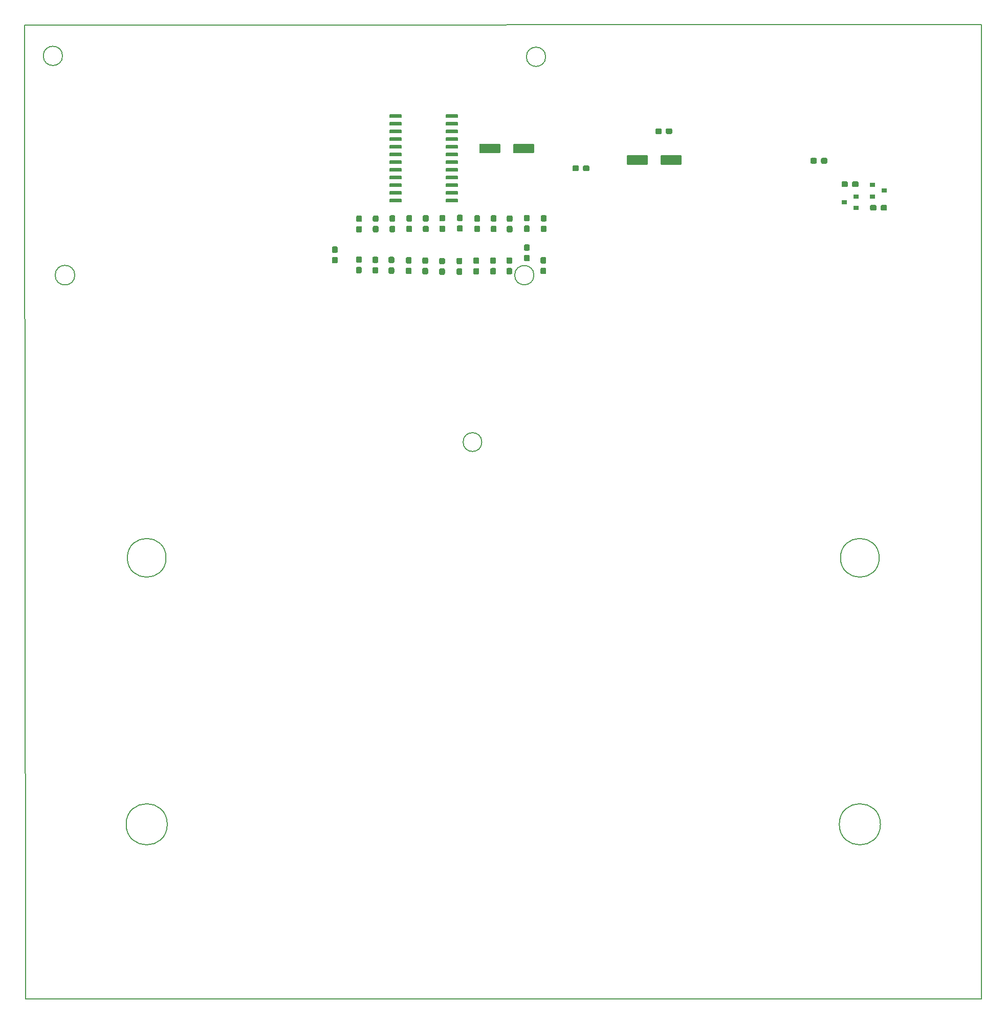
<source format=gtp>
G04 #@! TF.GenerationSoftware,KiCad,Pcbnew,(5.1.5)-3*
G04 #@! TF.CreationDate,2020-04-06T11:34:40+02:00*
G04 #@! TF.ProjectId,carecasetester,63617265-6361-4736-9574-65737465722e,rev?*
G04 #@! TF.SameCoordinates,Original*
G04 #@! TF.FileFunction,Paste,Top*
G04 #@! TF.FilePolarity,Positive*
%FSLAX46Y46*%
G04 Gerber Fmt 4.6, Leading zero omitted, Abs format (unit mm)*
G04 Created by KiCad (PCBNEW (5.1.5)-3) date 2020-04-06 11:34:40*
%MOMM*%
%LPD*%
G04 APERTURE LIST*
%ADD10C,0.200000*%
%ADD11C,0.150000*%
%ADD12R,0.900000X0.800000*%
G04 APERTURE END LIST*
D10*
X77000000Y-20080000D02*
X77000000Y-9350000D01*
X235330000Y-9300000D02*
X235330000Y-20030000D01*
X83280000Y-14450000D02*
G75*
G03X83280000Y-14450000I-1591897J0D01*
G01*
X163220000Y-14600000D02*
G75*
G03X163220000Y-14600000I-1590000J0D01*
G01*
X161280283Y-50710000D02*
G75*
G03X161280283Y-50710000I-1592180J0D01*
G01*
X85310123Y-50710000D02*
G75*
G03X85310123Y-50710000I-1622020J0D01*
G01*
X77000000Y-20080000D02*
X77150000Y-170400000D01*
X235330000Y-9300000D02*
X77000000Y-9350000D01*
X235290000Y-170410000D02*
X235330000Y-20030000D01*
X77150000Y-170400000D02*
X235290000Y-170410000D01*
X152660000Y-78311679D02*
G75*
G03X152660000Y-78311679I-1550000J0D01*
G01*
X100610000Y-141520000D02*
G75*
G03X100610000Y-141520000I-3400000J0D01*
G01*
X218610000Y-141520000D02*
G75*
G03X218610000Y-141520000I-3400000J0D01*
G01*
X218410000Y-97450000D02*
G75*
G03X218410000Y-97450000I-3200000J0D01*
G01*
X100410000Y-97450000D02*
G75*
G03X100410000Y-97450000I-3200000J0D01*
G01*
D11*
G36*
X219490779Y-39096144D02*
G01*
X219513834Y-39099563D01*
X219536443Y-39105227D01*
X219558387Y-39113079D01*
X219579457Y-39123044D01*
X219599448Y-39135026D01*
X219618168Y-39148910D01*
X219635438Y-39164562D01*
X219651090Y-39181832D01*
X219664974Y-39200552D01*
X219676956Y-39220543D01*
X219686921Y-39241613D01*
X219694773Y-39263557D01*
X219700437Y-39286166D01*
X219703856Y-39309221D01*
X219705000Y-39332500D01*
X219705000Y-39807500D01*
X219703856Y-39830779D01*
X219700437Y-39853834D01*
X219694773Y-39876443D01*
X219686921Y-39898387D01*
X219676956Y-39919457D01*
X219664974Y-39939448D01*
X219651090Y-39958168D01*
X219635438Y-39975438D01*
X219618168Y-39991090D01*
X219599448Y-40004974D01*
X219579457Y-40016956D01*
X219558387Y-40026921D01*
X219536443Y-40034773D01*
X219513834Y-40040437D01*
X219490779Y-40043856D01*
X219467500Y-40045000D01*
X218892500Y-40045000D01*
X218869221Y-40043856D01*
X218846166Y-40040437D01*
X218823557Y-40034773D01*
X218801613Y-40026921D01*
X218780543Y-40016956D01*
X218760552Y-40004974D01*
X218741832Y-39991090D01*
X218724562Y-39975438D01*
X218708910Y-39958168D01*
X218695026Y-39939448D01*
X218683044Y-39919457D01*
X218673079Y-39898387D01*
X218665227Y-39876443D01*
X218659563Y-39853834D01*
X218656144Y-39830779D01*
X218655000Y-39807500D01*
X218655000Y-39332500D01*
X218656144Y-39309221D01*
X218659563Y-39286166D01*
X218665227Y-39263557D01*
X218673079Y-39241613D01*
X218683044Y-39220543D01*
X218695026Y-39200552D01*
X218708910Y-39181832D01*
X218724562Y-39164562D01*
X218741832Y-39148910D01*
X218760552Y-39135026D01*
X218780543Y-39123044D01*
X218801613Y-39113079D01*
X218823557Y-39105227D01*
X218846166Y-39099563D01*
X218869221Y-39096144D01*
X218892500Y-39095000D01*
X219467500Y-39095000D01*
X219490779Y-39096144D01*
G37*
G36*
X217740779Y-39096144D02*
G01*
X217763834Y-39099563D01*
X217786443Y-39105227D01*
X217808387Y-39113079D01*
X217829457Y-39123044D01*
X217849448Y-39135026D01*
X217868168Y-39148910D01*
X217885438Y-39164562D01*
X217901090Y-39181832D01*
X217914974Y-39200552D01*
X217926956Y-39220543D01*
X217936921Y-39241613D01*
X217944773Y-39263557D01*
X217950437Y-39286166D01*
X217953856Y-39309221D01*
X217955000Y-39332500D01*
X217955000Y-39807500D01*
X217953856Y-39830779D01*
X217950437Y-39853834D01*
X217944773Y-39876443D01*
X217936921Y-39898387D01*
X217926956Y-39919457D01*
X217914974Y-39939448D01*
X217901090Y-39958168D01*
X217885438Y-39975438D01*
X217868168Y-39991090D01*
X217849448Y-40004974D01*
X217829457Y-40016956D01*
X217808387Y-40026921D01*
X217786443Y-40034773D01*
X217763834Y-40040437D01*
X217740779Y-40043856D01*
X217717500Y-40045000D01*
X217142500Y-40045000D01*
X217119221Y-40043856D01*
X217096166Y-40040437D01*
X217073557Y-40034773D01*
X217051613Y-40026921D01*
X217030543Y-40016956D01*
X217010552Y-40004974D01*
X216991832Y-39991090D01*
X216974562Y-39975438D01*
X216958910Y-39958168D01*
X216945026Y-39939448D01*
X216933044Y-39919457D01*
X216923079Y-39898387D01*
X216915227Y-39876443D01*
X216909563Y-39853834D01*
X216906144Y-39830779D01*
X216905000Y-39807500D01*
X216905000Y-39332500D01*
X216906144Y-39309221D01*
X216909563Y-39286166D01*
X216915227Y-39263557D01*
X216923079Y-39241613D01*
X216933044Y-39220543D01*
X216945026Y-39200552D01*
X216958910Y-39181832D01*
X216974562Y-39164562D01*
X216991832Y-39148910D01*
X217010552Y-39135026D01*
X217030543Y-39123044D01*
X217051613Y-39113079D01*
X217073557Y-39105227D01*
X217096166Y-39099563D01*
X217119221Y-39096144D01*
X217142500Y-39095000D01*
X217717500Y-39095000D01*
X217740779Y-39096144D01*
G37*
D12*
X212610000Y-38630000D03*
X214610000Y-37680000D03*
X214610000Y-39580000D03*
X219270000Y-36730000D03*
X217270000Y-37680000D03*
X217270000Y-35780000D03*
D11*
G36*
X207865779Y-31326144D02*
G01*
X207888834Y-31329563D01*
X207911443Y-31335227D01*
X207933387Y-31343079D01*
X207954457Y-31353044D01*
X207974448Y-31365026D01*
X207993168Y-31378910D01*
X208010438Y-31394562D01*
X208026090Y-31411832D01*
X208039974Y-31430552D01*
X208051956Y-31450543D01*
X208061921Y-31471613D01*
X208069773Y-31493557D01*
X208075437Y-31516166D01*
X208078856Y-31539221D01*
X208080000Y-31562500D01*
X208080000Y-32037500D01*
X208078856Y-32060779D01*
X208075437Y-32083834D01*
X208069773Y-32106443D01*
X208061921Y-32128387D01*
X208051956Y-32149457D01*
X208039974Y-32169448D01*
X208026090Y-32188168D01*
X208010438Y-32205438D01*
X207993168Y-32221090D01*
X207974448Y-32234974D01*
X207954457Y-32246956D01*
X207933387Y-32256921D01*
X207911443Y-32264773D01*
X207888834Y-32270437D01*
X207865779Y-32273856D01*
X207842500Y-32275000D01*
X207267500Y-32275000D01*
X207244221Y-32273856D01*
X207221166Y-32270437D01*
X207198557Y-32264773D01*
X207176613Y-32256921D01*
X207155543Y-32246956D01*
X207135552Y-32234974D01*
X207116832Y-32221090D01*
X207099562Y-32205438D01*
X207083910Y-32188168D01*
X207070026Y-32169448D01*
X207058044Y-32149457D01*
X207048079Y-32128387D01*
X207040227Y-32106443D01*
X207034563Y-32083834D01*
X207031144Y-32060779D01*
X207030000Y-32037500D01*
X207030000Y-31562500D01*
X207031144Y-31539221D01*
X207034563Y-31516166D01*
X207040227Y-31493557D01*
X207048079Y-31471613D01*
X207058044Y-31450543D01*
X207070026Y-31430552D01*
X207083910Y-31411832D01*
X207099562Y-31394562D01*
X207116832Y-31378910D01*
X207135552Y-31365026D01*
X207155543Y-31353044D01*
X207176613Y-31343079D01*
X207198557Y-31335227D01*
X207221166Y-31329563D01*
X207244221Y-31326144D01*
X207267500Y-31325000D01*
X207842500Y-31325000D01*
X207865779Y-31326144D01*
G37*
G36*
X209615779Y-31326144D02*
G01*
X209638834Y-31329563D01*
X209661443Y-31335227D01*
X209683387Y-31343079D01*
X209704457Y-31353044D01*
X209724448Y-31365026D01*
X209743168Y-31378910D01*
X209760438Y-31394562D01*
X209776090Y-31411832D01*
X209789974Y-31430552D01*
X209801956Y-31450543D01*
X209811921Y-31471613D01*
X209819773Y-31493557D01*
X209825437Y-31516166D01*
X209828856Y-31539221D01*
X209830000Y-31562500D01*
X209830000Y-32037500D01*
X209828856Y-32060779D01*
X209825437Y-32083834D01*
X209819773Y-32106443D01*
X209811921Y-32128387D01*
X209801956Y-32149457D01*
X209789974Y-32169448D01*
X209776090Y-32188168D01*
X209760438Y-32205438D01*
X209743168Y-32221090D01*
X209724448Y-32234974D01*
X209704457Y-32246956D01*
X209683387Y-32256921D01*
X209661443Y-32264773D01*
X209638834Y-32270437D01*
X209615779Y-32273856D01*
X209592500Y-32275000D01*
X209017500Y-32275000D01*
X208994221Y-32273856D01*
X208971166Y-32270437D01*
X208948557Y-32264773D01*
X208926613Y-32256921D01*
X208905543Y-32246956D01*
X208885552Y-32234974D01*
X208866832Y-32221090D01*
X208849562Y-32205438D01*
X208833910Y-32188168D01*
X208820026Y-32169448D01*
X208808044Y-32149457D01*
X208798079Y-32128387D01*
X208790227Y-32106443D01*
X208784563Y-32083834D01*
X208781144Y-32060779D01*
X208780000Y-32037500D01*
X208780000Y-31562500D01*
X208781144Y-31539221D01*
X208784563Y-31516166D01*
X208790227Y-31493557D01*
X208798079Y-31471613D01*
X208808044Y-31450543D01*
X208820026Y-31430552D01*
X208833910Y-31411832D01*
X208849562Y-31394562D01*
X208866832Y-31378910D01*
X208885552Y-31365026D01*
X208905543Y-31353044D01*
X208926613Y-31343079D01*
X208948557Y-31335227D01*
X208971166Y-31329563D01*
X208994221Y-31326144D01*
X209017500Y-31325000D01*
X209592500Y-31325000D01*
X209615779Y-31326144D01*
G37*
G36*
X213015779Y-35206144D02*
G01*
X213038834Y-35209563D01*
X213061443Y-35215227D01*
X213083387Y-35223079D01*
X213104457Y-35233044D01*
X213124448Y-35245026D01*
X213143168Y-35258910D01*
X213160438Y-35274562D01*
X213176090Y-35291832D01*
X213189974Y-35310552D01*
X213201956Y-35330543D01*
X213211921Y-35351613D01*
X213219773Y-35373557D01*
X213225437Y-35396166D01*
X213228856Y-35419221D01*
X213230000Y-35442500D01*
X213230000Y-35917500D01*
X213228856Y-35940779D01*
X213225437Y-35963834D01*
X213219773Y-35986443D01*
X213211921Y-36008387D01*
X213201956Y-36029457D01*
X213189974Y-36049448D01*
X213176090Y-36068168D01*
X213160438Y-36085438D01*
X213143168Y-36101090D01*
X213124448Y-36114974D01*
X213104457Y-36126956D01*
X213083387Y-36136921D01*
X213061443Y-36144773D01*
X213038834Y-36150437D01*
X213015779Y-36153856D01*
X212992500Y-36155000D01*
X212417500Y-36155000D01*
X212394221Y-36153856D01*
X212371166Y-36150437D01*
X212348557Y-36144773D01*
X212326613Y-36136921D01*
X212305543Y-36126956D01*
X212285552Y-36114974D01*
X212266832Y-36101090D01*
X212249562Y-36085438D01*
X212233910Y-36068168D01*
X212220026Y-36049448D01*
X212208044Y-36029457D01*
X212198079Y-36008387D01*
X212190227Y-35986443D01*
X212184563Y-35963834D01*
X212181144Y-35940779D01*
X212180000Y-35917500D01*
X212180000Y-35442500D01*
X212181144Y-35419221D01*
X212184563Y-35396166D01*
X212190227Y-35373557D01*
X212198079Y-35351613D01*
X212208044Y-35330543D01*
X212220026Y-35310552D01*
X212233910Y-35291832D01*
X212249562Y-35274562D01*
X212266832Y-35258910D01*
X212285552Y-35245026D01*
X212305543Y-35233044D01*
X212326613Y-35223079D01*
X212348557Y-35215227D01*
X212371166Y-35209563D01*
X212394221Y-35206144D01*
X212417500Y-35205000D01*
X212992500Y-35205000D01*
X213015779Y-35206144D01*
G37*
G36*
X214765779Y-35206144D02*
G01*
X214788834Y-35209563D01*
X214811443Y-35215227D01*
X214833387Y-35223079D01*
X214854457Y-35233044D01*
X214874448Y-35245026D01*
X214893168Y-35258910D01*
X214910438Y-35274562D01*
X214926090Y-35291832D01*
X214939974Y-35310552D01*
X214951956Y-35330543D01*
X214961921Y-35351613D01*
X214969773Y-35373557D01*
X214975437Y-35396166D01*
X214978856Y-35419221D01*
X214980000Y-35442500D01*
X214980000Y-35917500D01*
X214978856Y-35940779D01*
X214975437Y-35963834D01*
X214969773Y-35986443D01*
X214961921Y-36008387D01*
X214951956Y-36029457D01*
X214939974Y-36049448D01*
X214926090Y-36068168D01*
X214910438Y-36085438D01*
X214893168Y-36101090D01*
X214874448Y-36114974D01*
X214854457Y-36126956D01*
X214833387Y-36136921D01*
X214811443Y-36144773D01*
X214788834Y-36150437D01*
X214765779Y-36153856D01*
X214742500Y-36155000D01*
X214167500Y-36155000D01*
X214144221Y-36153856D01*
X214121166Y-36150437D01*
X214098557Y-36144773D01*
X214076613Y-36136921D01*
X214055543Y-36126956D01*
X214035552Y-36114974D01*
X214016832Y-36101090D01*
X213999562Y-36085438D01*
X213983910Y-36068168D01*
X213970026Y-36049448D01*
X213958044Y-36029457D01*
X213948079Y-36008387D01*
X213940227Y-35986443D01*
X213934563Y-35963834D01*
X213931144Y-35940779D01*
X213930000Y-35917500D01*
X213930000Y-35442500D01*
X213931144Y-35419221D01*
X213934563Y-35396166D01*
X213940227Y-35373557D01*
X213948079Y-35351613D01*
X213958044Y-35330543D01*
X213970026Y-35310552D01*
X213983910Y-35291832D01*
X213999562Y-35274562D01*
X214016832Y-35258910D01*
X214035552Y-35245026D01*
X214055543Y-35233044D01*
X214076613Y-35223079D01*
X214098557Y-35215227D01*
X214121166Y-35209563D01*
X214144221Y-35206144D01*
X214167500Y-35205000D01*
X214742500Y-35205000D01*
X214765779Y-35206144D01*
G37*
G36*
X185504504Y-30871204D02*
G01*
X185528773Y-30874804D01*
X185552571Y-30880765D01*
X185575671Y-30889030D01*
X185597849Y-30899520D01*
X185618893Y-30912133D01*
X185638598Y-30926747D01*
X185656777Y-30943223D01*
X185673253Y-30961402D01*
X185687867Y-30981107D01*
X185700480Y-31002151D01*
X185710970Y-31024329D01*
X185719235Y-31047429D01*
X185725196Y-31071227D01*
X185728796Y-31095496D01*
X185730000Y-31120000D01*
X185730000Y-32220000D01*
X185728796Y-32244504D01*
X185725196Y-32268773D01*
X185719235Y-32292571D01*
X185710970Y-32315671D01*
X185700480Y-32337849D01*
X185687867Y-32358893D01*
X185673253Y-32378598D01*
X185656777Y-32396777D01*
X185638598Y-32413253D01*
X185618893Y-32427867D01*
X185597849Y-32440480D01*
X185575671Y-32450970D01*
X185552571Y-32459235D01*
X185528773Y-32465196D01*
X185504504Y-32468796D01*
X185480000Y-32470000D01*
X182480000Y-32470000D01*
X182455496Y-32468796D01*
X182431227Y-32465196D01*
X182407429Y-32459235D01*
X182384329Y-32450970D01*
X182362151Y-32440480D01*
X182341107Y-32427867D01*
X182321402Y-32413253D01*
X182303223Y-32396777D01*
X182286747Y-32378598D01*
X182272133Y-32358893D01*
X182259520Y-32337849D01*
X182249030Y-32315671D01*
X182240765Y-32292571D01*
X182234804Y-32268773D01*
X182231204Y-32244504D01*
X182230000Y-32220000D01*
X182230000Y-31120000D01*
X182231204Y-31095496D01*
X182234804Y-31071227D01*
X182240765Y-31047429D01*
X182249030Y-31024329D01*
X182259520Y-31002151D01*
X182272133Y-30981107D01*
X182286747Y-30961402D01*
X182303223Y-30943223D01*
X182321402Y-30926747D01*
X182341107Y-30912133D01*
X182362151Y-30899520D01*
X182384329Y-30889030D01*
X182407429Y-30880765D01*
X182431227Y-30874804D01*
X182455496Y-30871204D01*
X182480000Y-30870000D01*
X185480000Y-30870000D01*
X185504504Y-30871204D01*
G37*
G36*
X179904504Y-30871204D02*
G01*
X179928773Y-30874804D01*
X179952571Y-30880765D01*
X179975671Y-30889030D01*
X179997849Y-30899520D01*
X180018893Y-30912133D01*
X180038598Y-30926747D01*
X180056777Y-30943223D01*
X180073253Y-30961402D01*
X180087867Y-30981107D01*
X180100480Y-31002151D01*
X180110970Y-31024329D01*
X180119235Y-31047429D01*
X180125196Y-31071227D01*
X180128796Y-31095496D01*
X180130000Y-31120000D01*
X180130000Y-32220000D01*
X180128796Y-32244504D01*
X180125196Y-32268773D01*
X180119235Y-32292571D01*
X180110970Y-32315671D01*
X180100480Y-32337849D01*
X180087867Y-32358893D01*
X180073253Y-32378598D01*
X180056777Y-32396777D01*
X180038598Y-32413253D01*
X180018893Y-32427867D01*
X179997849Y-32440480D01*
X179975671Y-32450970D01*
X179952571Y-32459235D01*
X179928773Y-32465196D01*
X179904504Y-32468796D01*
X179880000Y-32470000D01*
X176880000Y-32470000D01*
X176855496Y-32468796D01*
X176831227Y-32465196D01*
X176807429Y-32459235D01*
X176784329Y-32450970D01*
X176762151Y-32440480D01*
X176741107Y-32427867D01*
X176721402Y-32413253D01*
X176703223Y-32396777D01*
X176686747Y-32378598D01*
X176672133Y-32358893D01*
X176659520Y-32337849D01*
X176649030Y-32315671D01*
X176640765Y-32292571D01*
X176634804Y-32268773D01*
X176631204Y-32244504D01*
X176630000Y-32220000D01*
X176630000Y-31120000D01*
X176631204Y-31095496D01*
X176634804Y-31071227D01*
X176640765Y-31047429D01*
X176649030Y-31024329D01*
X176659520Y-31002151D01*
X176672133Y-30981107D01*
X176686747Y-30961402D01*
X176703223Y-30943223D01*
X176721402Y-30926747D01*
X176741107Y-30912133D01*
X176762151Y-30899520D01*
X176784329Y-30889030D01*
X176807429Y-30880765D01*
X176831227Y-30874804D01*
X176855496Y-30871204D01*
X176880000Y-30870000D01*
X179880000Y-30870000D01*
X179904504Y-30871204D01*
G37*
G36*
X155504504Y-28961204D02*
G01*
X155528773Y-28964804D01*
X155552571Y-28970765D01*
X155575671Y-28979030D01*
X155597849Y-28989520D01*
X155618893Y-29002133D01*
X155638598Y-29016747D01*
X155656777Y-29033223D01*
X155673253Y-29051402D01*
X155687867Y-29071107D01*
X155700480Y-29092151D01*
X155710970Y-29114329D01*
X155719235Y-29137429D01*
X155725196Y-29161227D01*
X155728796Y-29185496D01*
X155730000Y-29210000D01*
X155730000Y-30310000D01*
X155728796Y-30334504D01*
X155725196Y-30358773D01*
X155719235Y-30382571D01*
X155710970Y-30405671D01*
X155700480Y-30427849D01*
X155687867Y-30448893D01*
X155673253Y-30468598D01*
X155656777Y-30486777D01*
X155638598Y-30503253D01*
X155618893Y-30517867D01*
X155597849Y-30530480D01*
X155575671Y-30540970D01*
X155552571Y-30549235D01*
X155528773Y-30555196D01*
X155504504Y-30558796D01*
X155480000Y-30560000D01*
X152480000Y-30560000D01*
X152455496Y-30558796D01*
X152431227Y-30555196D01*
X152407429Y-30549235D01*
X152384329Y-30540970D01*
X152362151Y-30530480D01*
X152341107Y-30517867D01*
X152321402Y-30503253D01*
X152303223Y-30486777D01*
X152286747Y-30468598D01*
X152272133Y-30448893D01*
X152259520Y-30427849D01*
X152249030Y-30405671D01*
X152240765Y-30382571D01*
X152234804Y-30358773D01*
X152231204Y-30334504D01*
X152230000Y-30310000D01*
X152230000Y-29210000D01*
X152231204Y-29185496D01*
X152234804Y-29161227D01*
X152240765Y-29137429D01*
X152249030Y-29114329D01*
X152259520Y-29092151D01*
X152272133Y-29071107D01*
X152286747Y-29051402D01*
X152303223Y-29033223D01*
X152321402Y-29016747D01*
X152341107Y-29002133D01*
X152362151Y-28989520D01*
X152384329Y-28979030D01*
X152407429Y-28970765D01*
X152431227Y-28964804D01*
X152455496Y-28961204D01*
X152480000Y-28960000D01*
X155480000Y-28960000D01*
X155504504Y-28961204D01*
G37*
G36*
X161104504Y-28961204D02*
G01*
X161128773Y-28964804D01*
X161152571Y-28970765D01*
X161175671Y-28979030D01*
X161197849Y-28989520D01*
X161218893Y-29002133D01*
X161238598Y-29016747D01*
X161256777Y-29033223D01*
X161273253Y-29051402D01*
X161287867Y-29071107D01*
X161300480Y-29092151D01*
X161310970Y-29114329D01*
X161319235Y-29137429D01*
X161325196Y-29161227D01*
X161328796Y-29185496D01*
X161330000Y-29210000D01*
X161330000Y-30310000D01*
X161328796Y-30334504D01*
X161325196Y-30358773D01*
X161319235Y-30382571D01*
X161310970Y-30405671D01*
X161300480Y-30427849D01*
X161287867Y-30448893D01*
X161273253Y-30468598D01*
X161256777Y-30486777D01*
X161238598Y-30503253D01*
X161218893Y-30517867D01*
X161197849Y-30530480D01*
X161175671Y-30540970D01*
X161152571Y-30549235D01*
X161128773Y-30555196D01*
X161104504Y-30558796D01*
X161080000Y-30560000D01*
X158080000Y-30560000D01*
X158055496Y-30558796D01*
X158031227Y-30555196D01*
X158007429Y-30549235D01*
X157984329Y-30540970D01*
X157962151Y-30530480D01*
X157941107Y-30517867D01*
X157921402Y-30503253D01*
X157903223Y-30486777D01*
X157886747Y-30468598D01*
X157872133Y-30448893D01*
X157859520Y-30427849D01*
X157849030Y-30405671D01*
X157840765Y-30382571D01*
X157834804Y-30358773D01*
X157831204Y-30334504D01*
X157830000Y-30310000D01*
X157830000Y-29210000D01*
X157831204Y-29185496D01*
X157834804Y-29161227D01*
X157840765Y-29137429D01*
X157849030Y-29114329D01*
X157859520Y-29092151D01*
X157872133Y-29071107D01*
X157886747Y-29051402D01*
X157903223Y-29033223D01*
X157921402Y-29016747D01*
X157941107Y-29002133D01*
X157962151Y-28989520D01*
X157984329Y-28979030D01*
X158007429Y-28970765D01*
X158031227Y-28964804D01*
X158055496Y-28961204D01*
X158080000Y-28960000D01*
X161080000Y-28960000D01*
X161104504Y-28961204D01*
G37*
G36*
X139259703Y-38085722D02*
G01*
X139274264Y-38087882D01*
X139288543Y-38091459D01*
X139302403Y-38096418D01*
X139315710Y-38102712D01*
X139328336Y-38110280D01*
X139340159Y-38119048D01*
X139351066Y-38128934D01*
X139360952Y-38139841D01*
X139369720Y-38151664D01*
X139377288Y-38164290D01*
X139383582Y-38177597D01*
X139388541Y-38191457D01*
X139392118Y-38205736D01*
X139394278Y-38220297D01*
X139395000Y-38235000D01*
X139395000Y-38535000D01*
X139394278Y-38549703D01*
X139392118Y-38564264D01*
X139388541Y-38578543D01*
X139383582Y-38592403D01*
X139377288Y-38605710D01*
X139369720Y-38618336D01*
X139360952Y-38630159D01*
X139351066Y-38641066D01*
X139340159Y-38650952D01*
X139328336Y-38659720D01*
X139315710Y-38667288D01*
X139302403Y-38673582D01*
X139288543Y-38678541D01*
X139274264Y-38682118D01*
X139259703Y-38684278D01*
X139245000Y-38685000D01*
X137495000Y-38685000D01*
X137480297Y-38684278D01*
X137465736Y-38682118D01*
X137451457Y-38678541D01*
X137437597Y-38673582D01*
X137424290Y-38667288D01*
X137411664Y-38659720D01*
X137399841Y-38650952D01*
X137388934Y-38641066D01*
X137379048Y-38630159D01*
X137370280Y-38618336D01*
X137362712Y-38605710D01*
X137356418Y-38592403D01*
X137351459Y-38578543D01*
X137347882Y-38564264D01*
X137345722Y-38549703D01*
X137345000Y-38535000D01*
X137345000Y-38235000D01*
X137345722Y-38220297D01*
X137347882Y-38205736D01*
X137351459Y-38191457D01*
X137356418Y-38177597D01*
X137362712Y-38164290D01*
X137370280Y-38151664D01*
X137379048Y-38139841D01*
X137388934Y-38128934D01*
X137399841Y-38119048D01*
X137411664Y-38110280D01*
X137424290Y-38102712D01*
X137437597Y-38096418D01*
X137451457Y-38091459D01*
X137465736Y-38087882D01*
X137480297Y-38085722D01*
X137495000Y-38085000D01*
X139245000Y-38085000D01*
X139259703Y-38085722D01*
G37*
G36*
X139259703Y-36815722D02*
G01*
X139274264Y-36817882D01*
X139288543Y-36821459D01*
X139302403Y-36826418D01*
X139315710Y-36832712D01*
X139328336Y-36840280D01*
X139340159Y-36849048D01*
X139351066Y-36858934D01*
X139360952Y-36869841D01*
X139369720Y-36881664D01*
X139377288Y-36894290D01*
X139383582Y-36907597D01*
X139388541Y-36921457D01*
X139392118Y-36935736D01*
X139394278Y-36950297D01*
X139395000Y-36965000D01*
X139395000Y-37265000D01*
X139394278Y-37279703D01*
X139392118Y-37294264D01*
X139388541Y-37308543D01*
X139383582Y-37322403D01*
X139377288Y-37335710D01*
X139369720Y-37348336D01*
X139360952Y-37360159D01*
X139351066Y-37371066D01*
X139340159Y-37380952D01*
X139328336Y-37389720D01*
X139315710Y-37397288D01*
X139302403Y-37403582D01*
X139288543Y-37408541D01*
X139274264Y-37412118D01*
X139259703Y-37414278D01*
X139245000Y-37415000D01*
X137495000Y-37415000D01*
X137480297Y-37414278D01*
X137465736Y-37412118D01*
X137451457Y-37408541D01*
X137437597Y-37403582D01*
X137424290Y-37397288D01*
X137411664Y-37389720D01*
X137399841Y-37380952D01*
X137388934Y-37371066D01*
X137379048Y-37360159D01*
X137370280Y-37348336D01*
X137362712Y-37335710D01*
X137356418Y-37322403D01*
X137351459Y-37308543D01*
X137347882Y-37294264D01*
X137345722Y-37279703D01*
X137345000Y-37265000D01*
X137345000Y-36965000D01*
X137345722Y-36950297D01*
X137347882Y-36935736D01*
X137351459Y-36921457D01*
X137356418Y-36907597D01*
X137362712Y-36894290D01*
X137370280Y-36881664D01*
X137379048Y-36869841D01*
X137388934Y-36858934D01*
X137399841Y-36849048D01*
X137411664Y-36840280D01*
X137424290Y-36832712D01*
X137437597Y-36826418D01*
X137451457Y-36821459D01*
X137465736Y-36817882D01*
X137480297Y-36815722D01*
X137495000Y-36815000D01*
X139245000Y-36815000D01*
X139259703Y-36815722D01*
G37*
G36*
X139259703Y-35545722D02*
G01*
X139274264Y-35547882D01*
X139288543Y-35551459D01*
X139302403Y-35556418D01*
X139315710Y-35562712D01*
X139328336Y-35570280D01*
X139340159Y-35579048D01*
X139351066Y-35588934D01*
X139360952Y-35599841D01*
X139369720Y-35611664D01*
X139377288Y-35624290D01*
X139383582Y-35637597D01*
X139388541Y-35651457D01*
X139392118Y-35665736D01*
X139394278Y-35680297D01*
X139395000Y-35695000D01*
X139395000Y-35995000D01*
X139394278Y-36009703D01*
X139392118Y-36024264D01*
X139388541Y-36038543D01*
X139383582Y-36052403D01*
X139377288Y-36065710D01*
X139369720Y-36078336D01*
X139360952Y-36090159D01*
X139351066Y-36101066D01*
X139340159Y-36110952D01*
X139328336Y-36119720D01*
X139315710Y-36127288D01*
X139302403Y-36133582D01*
X139288543Y-36138541D01*
X139274264Y-36142118D01*
X139259703Y-36144278D01*
X139245000Y-36145000D01*
X137495000Y-36145000D01*
X137480297Y-36144278D01*
X137465736Y-36142118D01*
X137451457Y-36138541D01*
X137437597Y-36133582D01*
X137424290Y-36127288D01*
X137411664Y-36119720D01*
X137399841Y-36110952D01*
X137388934Y-36101066D01*
X137379048Y-36090159D01*
X137370280Y-36078336D01*
X137362712Y-36065710D01*
X137356418Y-36052403D01*
X137351459Y-36038543D01*
X137347882Y-36024264D01*
X137345722Y-36009703D01*
X137345000Y-35995000D01*
X137345000Y-35695000D01*
X137345722Y-35680297D01*
X137347882Y-35665736D01*
X137351459Y-35651457D01*
X137356418Y-35637597D01*
X137362712Y-35624290D01*
X137370280Y-35611664D01*
X137379048Y-35599841D01*
X137388934Y-35588934D01*
X137399841Y-35579048D01*
X137411664Y-35570280D01*
X137424290Y-35562712D01*
X137437597Y-35556418D01*
X137451457Y-35551459D01*
X137465736Y-35547882D01*
X137480297Y-35545722D01*
X137495000Y-35545000D01*
X139245000Y-35545000D01*
X139259703Y-35545722D01*
G37*
G36*
X139259703Y-34275722D02*
G01*
X139274264Y-34277882D01*
X139288543Y-34281459D01*
X139302403Y-34286418D01*
X139315710Y-34292712D01*
X139328336Y-34300280D01*
X139340159Y-34309048D01*
X139351066Y-34318934D01*
X139360952Y-34329841D01*
X139369720Y-34341664D01*
X139377288Y-34354290D01*
X139383582Y-34367597D01*
X139388541Y-34381457D01*
X139392118Y-34395736D01*
X139394278Y-34410297D01*
X139395000Y-34425000D01*
X139395000Y-34725000D01*
X139394278Y-34739703D01*
X139392118Y-34754264D01*
X139388541Y-34768543D01*
X139383582Y-34782403D01*
X139377288Y-34795710D01*
X139369720Y-34808336D01*
X139360952Y-34820159D01*
X139351066Y-34831066D01*
X139340159Y-34840952D01*
X139328336Y-34849720D01*
X139315710Y-34857288D01*
X139302403Y-34863582D01*
X139288543Y-34868541D01*
X139274264Y-34872118D01*
X139259703Y-34874278D01*
X139245000Y-34875000D01*
X137495000Y-34875000D01*
X137480297Y-34874278D01*
X137465736Y-34872118D01*
X137451457Y-34868541D01*
X137437597Y-34863582D01*
X137424290Y-34857288D01*
X137411664Y-34849720D01*
X137399841Y-34840952D01*
X137388934Y-34831066D01*
X137379048Y-34820159D01*
X137370280Y-34808336D01*
X137362712Y-34795710D01*
X137356418Y-34782403D01*
X137351459Y-34768543D01*
X137347882Y-34754264D01*
X137345722Y-34739703D01*
X137345000Y-34725000D01*
X137345000Y-34425000D01*
X137345722Y-34410297D01*
X137347882Y-34395736D01*
X137351459Y-34381457D01*
X137356418Y-34367597D01*
X137362712Y-34354290D01*
X137370280Y-34341664D01*
X137379048Y-34329841D01*
X137388934Y-34318934D01*
X137399841Y-34309048D01*
X137411664Y-34300280D01*
X137424290Y-34292712D01*
X137437597Y-34286418D01*
X137451457Y-34281459D01*
X137465736Y-34277882D01*
X137480297Y-34275722D01*
X137495000Y-34275000D01*
X139245000Y-34275000D01*
X139259703Y-34275722D01*
G37*
G36*
X139259703Y-33005722D02*
G01*
X139274264Y-33007882D01*
X139288543Y-33011459D01*
X139302403Y-33016418D01*
X139315710Y-33022712D01*
X139328336Y-33030280D01*
X139340159Y-33039048D01*
X139351066Y-33048934D01*
X139360952Y-33059841D01*
X139369720Y-33071664D01*
X139377288Y-33084290D01*
X139383582Y-33097597D01*
X139388541Y-33111457D01*
X139392118Y-33125736D01*
X139394278Y-33140297D01*
X139395000Y-33155000D01*
X139395000Y-33455000D01*
X139394278Y-33469703D01*
X139392118Y-33484264D01*
X139388541Y-33498543D01*
X139383582Y-33512403D01*
X139377288Y-33525710D01*
X139369720Y-33538336D01*
X139360952Y-33550159D01*
X139351066Y-33561066D01*
X139340159Y-33570952D01*
X139328336Y-33579720D01*
X139315710Y-33587288D01*
X139302403Y-33593582D01*
X139288543Y-33598541D01*
X139274264Y-33602118D01*
X139259703Y-33604278D01*
X139245000Y-33605000D01*
X137495000Y-33605000D01*
X137480297Y-33604278D01*
X137465736Y-33602118D01*
X137451457Y-33598541D01*
X137437597Y-33593582D01*
X137424290Y-33587288D01*
X137411664Y-33579720D01*
X137399841Y-33570952D01*
X137388934Y-33561066D01*
X137379048Y-33550159D01*
X137370280Y-33538336D01*
X137362712Y-33525710D01*
X137356418Y-33512403D01*
X137351459Y-33498543D01*
X137347882Y-33484264D01*
X137345722Y-33469703D01*
X137345000Y-33455000D01*
X137345000Y-33155000D01*
X137345722Y-33140297D01*
X137347882Y-33125736D01*
X137351459Y-33111457D01*
X137356418Y-33097597D01*
X137362712Y-33084290D01*
X137370280Y-33071664D01*
X137379048Y-33059841D01*
X137388934Y-33048934D01*
X137399841Y-33039048D01*
X137411664Y-33030280D01*
X137424290Y-33022712D01*
X137437597Y-33016418D01*
X137451457Y-33011459D01*
X137465736Y-33007882D01*
X137480297Y-33005722D01*
X137495000Y-33005000D01*
X139245000Y-33005000D01*
X139259703Y-33005722D01*
G37*
G36*
X139259703Y-31735722D02*
G01*
X139274264Y-31737882D01*
X139288543Y-31741459D01*
X139302403Y-31746418D01*
X139315710Y-31752712D01*
X139328336Y-31760280D01*
X139340159Y-31769048D01*
X139351066Y-31778934D01*
X139360952Y-31789841D01*
X139369720Y-31801664D01*
X139377288Y-31814290D01*
X139383582Y-31827597D01*
X139388541Y-31841457D01*
X139392118Y-31855736D01*
X139394278Y-31870297D01*
X139395000Y-31885000D01*
X139395000Y-32185000D01*
X139394278Y-32199703D01*
X139392118Y-32214264D01*
X139388541Y-32228543D01*
X139383582Y-32242403D01*
X139377288Y-32255710D01*
X139369720Y-32268336D01*
X139360952Y-32280159D01*
X139351066Y-32291066D01*
X139340159Y-32300952D01*
X139328336Y-32309720D01*
X139315710Y-32317288D01*
X139302403Y-32323582D01*
X139288543Y-32328541D01*
X139274264Y-32332118D01*
X139259703Y-32334278D01*
X139245000Y-32335000D01*
X137495000Y-32335000D01*
X137480297Y-32334278D01*
X137465736Y-32332118D01*
X137451457Y-32328541D01*
X137437597Y-32323582D01*
X137424290Y-32317288D01*
X137411664Y-32309720D01*
X137399841Y-32300952D01*
X137388934Y-32291066D01*
X137379048Y-32280159D01*
X137370280Y-32268336D01*
X137362712Y-32255710D01*
X137356418Y-32242403D01*
X137351459Y-32228543D01*
X137347882Y-32214264D01*
X137345722Y-32199703D01*
X137345000Y-32185000D01*
X137345000Y-31885000D01*
X137345722Y-31870297D01*
X137347882Y-31855736D01*
X137351459Y-31841457D01*
X137356418Y-31827597D01*
X137362712Y-31814290D01*
X137370280Y-31801664D01*
X137379048Y-31789841D01*
X137388934Y-31778934D01*
X137399841Y-31769048D01*
X137411664Y-31760280D01*
X137424290Y-31752712D01*
X137437597Y-31746418D01*
X137451457Y-31741459D01*
X137465736Y-31737882D01*
X137480297Y-31735722D01*
X137495000Y-31735000D01*
X139245000Y-31735000D01*
X139259703Y-31735722D01*
G37*
G36*
X139259703Y-30465722D02*
G01*
X139274264Y-30467882D01*
X139288543Y-30471459D01*
X139302403Y-30476418D01*
X139315710Y-30482712D01*
X139328336Y-30490280D01*
X139340159Y-30499048D01*
X139351066Y-30508934D01*
X139360952Y-30519841D01*
X139369720Y-30531664D01*
X139377288Y-30544290D01*
X139383582Y-30557597D01*
X139388541Y-30571457D01*
X139392118Y-30585736D01*
X139394278Y-30600297D01*
X139395000Y-30615000D01*
X139395000Y-30915000D01*
X139394278Y-30929703D01*
X139392118Y-30944264D01*
X139388541Y-30958543D01*
X139383582Y-30972403D01*
X139377288Y-30985710D01*
X139369720Y-30998336D01*
X139360952Y-31010159D01*
X139351066Y-31021066D01*
X139340159Y-31030952D01*
X139328336Y-31039720D01*
X139315710Y-31047288D01*
X139302403Y-31053582D01*
X139288543Y-31058541D01*
X139274264Y-31062118D01*
X139259703Y-31064278D01*
X139245000Y-31065000D01*
X137495000Y-31065000D01*
X137480297Y-31064278D01*
X137465736Y-31062118D01*
X137451457Y-31058541D01*
X137437597Y-31053582D01*
X137424290Y-31047288D01*
X137411664Y-31039720D01*
X137399841Y-31030952D01*
X137388934Y-31021066D01*
X137379048Y-31010159D01*
X137370280Y-30998336D01*
X137362712Y-30985710D01*
X137356418Y-30972403D01*
X137351459Y-30958543D01*
X137347882Y-30944264D01*
X137345722Y-30929703D01*
X137345000Y-30915000D01*
X137345000Y-30615000D01*
X137345722Y-30600297D01*
X137347882Y-30585736D01*
X137351459Y-30571457D01*
X137356418Y-30557597D01*
X137362712Y-30544290D01*
X137370280Y-30531664D01*
X137379048Y-30519841D01*
X137388934Y-30508934D01*
X137399841Y-30499048D01*
X137411664Y-30490280D01*
X137424290Y-30482712D01*
X137437597Y-30476418D01*
X137451457Y-30471459D01*
X137465736Y-30467882D01*
X137480297Y-30465722D01*
X137495000Y-30465000D01*
X139245000Y-30465000D01*
X139259703Y-30465722D01*
G37*
G36*
X139259703Y-29195722D02*
G01*
X139274264Y-29197882D01*
X139288543Y-29201459D01*
X139302403Y-29206418D01*
X139315710Y-29212712D01*
X139328336Y-29220280D01*
X139340159Y-29229048D01*
X139351066Y-29238934D01*
X139360952Y-29249841D01*
X139369720Y-29261664D01*
X139377288Y-29274290D01*
X139383582Y-29287597D01*
X139388541Y-29301457D01*
X139392118Y-29315736D01*
X139394278Y-29330297D01*
X139395000Y-29345000D01*
X139395000Y-29645000D01*
X139394278Y-29659703D01*
X139392118Y-29674264D01*
X139388541Y-29688543D01*
X139383582Y-29702403D01*
X139377288Y-29715710D01*
X139369720Y-29728336D01*
X139360952Y-29740159D01*
X139351066Y-29751066D01*
X139340159Y-29760952D01*
X139328336Y-29769720D01*
X139315710Y-29777288D01*
X139302403Y-29783582D01*
X139288543Y-29788541D01*
X139274264Y-29792118D01*
X139259703Y-29794278D01*
X139245000Y-29795000D01*
X137495000Y-29795000D01*
X137480297Y-29794278D01*
X137465736Y-29792118D01*
X137451457Y-29788541D01*
X137437597Y-29783582D01*
X137424290Y-29777288D01*
X137411664Y-29769720D01*
X137399841Y-29760952D01*
X137388934Y-29751066D01*
X137379048Y-29740159D01*
X137370280Y-29728336D01*
X137362712Y-29715710D01*
X137356418Y-29702403D01*
X137351459Y-29688543D01*
X137347882Y-29674264D01*
X137345722Y-29659703D01*
X137345000Y-29645000D01*
X137345000Y-29345000D01*
X137345722Y-29330297D01*
X137347882Y-29315736D01*
X137351459Y-29301457D01*
X137356418Y-29287597D01*
X137362712Y-29274290D01*
X137370280Y-29261664D01*
X137379048Y-29249841D01*
X137388934Y-29238934D01*
X137399841Y-29229048D01*
X137411664Y-29220280D01*
X137424290Y-29212712D01*
X137437597Y-29206418D01*
X137451457Y-29201459D01*
X137465736Y-29197882D01*
X137480297Y-29195722D01*
X137495000Y-29195000D01*
X139245000Y-29195000D01*
X139259703Y-29195722D01*
G37*
G36*
X139259703Y-27925722D02*
G01*
X139274264Y-27927882D01*
X139288543Y-27931459D01*
X139302403Y-27936418D01*
X139315710Y-27942712D01*
X139328336Y-27950280D01*
X139340159Y-27959048D01*
X139351066Y-27968934D01*
X139360952Y-27979841D01*
X139369720Y-27991664D01*
X139377288Y-28004290D01*
X139383582Y-28017597D01*
X139388541Y-28031457D01*
X139392118Y-28045736D01*
X139394278Y-28060297D01*
X139395000Y-28075000D01*
X139395000Y-28375000D01*
X139394278Y-28389703D01*
X139392118Y-28404264D01*
X139388541Y-28418543D01*
X139383582Y-28432403D01*
X139377288Y-28445710D01*
X139369720Y-28458336D01*
X139360952Y-28470159D01*
X139351066Y-28481066D01*
X139340159Y-28490952D01*
X139328336Y-28499720D01*
X139315710Y-28507288D01*
X139302403Y-28513582D01*
X139288543Y-28518541D01*
X139274264Y-28522118D01*
X139259703Y-28524278D01*
X139245000Y-28525000D01*
X137495000Y-28525000D01*
X137480297Y-28524278D01*
X137465736Y-28522118D01*
X137451457Y-28518541D01*
X137437597Y-28513582D01*
X137424290Y-28507288D01*
X137411664Y-28499720D01*
X137399841Y-28490952D01*
X137388934Y-28481066D01*
X137379048Y-28470159D01*
X137370280Y-28458336D01*
X137362712Y-28445710D01*
X137356418Y-28432403D01*
X137351459Y-28418543D01*
X137347882Y-28404264D01*
X137345722Y-28389703D01*
X137345000Y-28375000D01*
X137345000Y-28075000D01*
X137345722Y-28060297D01*
X137347882Y-28045736D01*
X137351459Y-28031457D01*
X137356418Y-28017597D01*
X137362712Y-28004290D01*
X137370280Y-27991664D01*
X137379048Y-27979841D01*
X137388934Y-27968934D01*
X137399841Y-27959048D01*
X137411664Y-27950280D01*
X137424290Y-27942712D01*
X137437597Y-27936418D01*
X137451457Y-27931459D01*
X137465736Y-27927882D01*
X137480297Y-27925722D01*
X137495000Y-27925000D01*
X139245000Y-27925000D01*
X139259703Y-27925722D01*
G37*
G36*
X139259703Y-26655722D02*
G01*
X139274264Y-26657882D01*
X139288543Y-26661459D01*
X139302403Y-26666418D01*
X139315710Y-26672712D01*
X139328336Y-26680280D01*
X139340159Y-26689048D01*
X139351066Y-26698934D01*
X139360952Y-26709841D01*
X139369720Y-26721664D01*
X139377288Y-26734290D01*
X139383582Y-26747597D01*
X139388541Y-26761457D01*
X139392118Y-26775736D01*
X139394278Y-26790297D01*
X139395000Y-26805000D01*
X139395000Y-27105000D01*
X139394278Y-27119703D01*
X139392118Y-27134264D01*
X139388541Y-27148543D01*
X139383582Y-27162403D01*
X139377288Y-27175710D01*
X139369720Y-27188336D01*
X139360952Y-27200159D01*
X139351066Y-27211066D01*
X139340159Y-27220952D01*
X139328336Y-27229720D01*
X139315710Y-27237288D01*
X139302403Y-27243582D01*
X139288543Y-27248541D01*
X139274264Y-27252118D01*
X139259703Y-27254278D01*
X139245000Y-27255000D01*
X137495000Y-27255000D01*
X137480297Y-27254278D01*
X137465736Y-27252118D01*
X137451457Y-27248541D01*
X137437597Y-27243582D01*
X137424290Y-27237288D01*
X137411664Y-27229720D01*
X137399841Y-27220952D01*
X137388934Y-27211066D01*
X137379048Y-27200159D01*
X137370280Y-27188336D01*
X137362712Y-27175710D01*
X137356418Y-27162403D01*
X137351459Y-27148543D01*
X137347882Y-27134264D01*
X137345722Y-27119703D01*
X137345000Y-27105000D01*
X137345000Y-26805000D01*
X137345722Y-26790297D01*
X137347882Y-26775736D01*
X137351459Y-26761457D01*
X137356418Y-26747597D01*
X137362712Y-26734290D01*
X137370280Y-26721664D01*
X137379048Y-26709841D01*
X137388934Y-26698934D01*
X137399841Y-26689048D01*
X137411664Y-26680280D01*
X137424290Y-26672712D01*
X137437597Y-26666418D01*
X137451457Y-26661459D01*
X137465736Y-26657882D01*
X137480297Y-26655722D01*
X137495000Y-26655000D01*
X139245000Y-26655000D01*
X139259703Y-26655722D01*
G37*
G36*
X139259703Y-25385722D02*
G01*
X139274264Y-25387882D01*
X139288543Y-25391459D01*
X139302403Y-25396418D01*
X139315710Y-25402712D01*
X139328336Y-25410280D01*
X139340159Y-25419048D01*
X139351066Y-25428934D01*
X139360952Y-25439841D01*
X139369720Y-25451664D01*
X139377288Y-25464290D01*
X139383582Y-25477597D01*
X139388541Y-25491457D01*
X139392118Y-25505736D01*
X139394278Y-25520297D01*
X139395000Y-25535000D01*
X139395000Y-25835000D01*
X139394278Y-25849703D01*
X139392118Y-25864264D01*
X139388541Y-25878543D01*
X139383582Y-25892403D01*
X139377288Y-25905710D01*
X139369720Y-25918336D01*
X139360952Y-25930159D01*
X139351066Y-25941066D01*
X139340159Y-25950952D01*
X139328336Y-25959720D01*
X139315710Y-25967288D01*
X139302403Y-25973582D01*
X139288543Y-25978541D01*
X139274264Y-25982118D01*
X139259703Y-25984278D01*
X139245000Y-25985000D01*
X137495000Y-25985000D01*
X137480297Y-25984278D01*
X137465736Y-25982118D01*
X137451457Y-25978541D01*
X137437597Y-25973582D01*
X137424290Y-25967288D01*
X137411664Y-25959720D01*
X137399841Y-25950952D01*
X137388934Y-25941066D01*
X137379048Y-25930159D01*
X137370280Y-25918336D01*
X137362712Y-25905710D01*
X137356418Y-25892403D01*
X137351459Y-25878543D01*
X137347882Y-25864264D01*
X137345722Y-25849703D01*
X137345000Y-25835000D01*
X137345000Y-25535000D01*
X137345722Y-25520297D01*
X137347882Y-25505736D01*
X137351459Y-25491457D01*
X137356418Y-25477597D01*
X137362712Y-25464290D01*
X137370280Y-25451664D01*
X137379048Y-25439841D01*
X137388934Y-25428934D01*
X137399841Y-25419048D01*
X137411664Y-25410280D01*
X137424290Y-25402712D01*
X137437597Y-25396418D01*
X137451457Y-25391459D01*
X137465736Y-25387882D01*
X137480297Y-25385722D01*
X137495000Y-25385000D01*
X139245000Y-25385000D01*
X139259703Y-25385722D01*
G37*
G36*
X139259703Y-24115722D02*
G01*
X139274264Y-24117882D01*
X139288543Y-24121459D01*
X139302403Y-24126418D01*
X139315710Y-24132712D01*
X139328336Y-24140280D01*
X139340159Y-24149048D01*
X139351066Y-24158934D01*
X139360952Y-24169841D01*
X139369720Y-24181664D01*
X139377288Y-24194290D01*
X139383582Y-24207597D01*
X139388541Y-24221457D01*
X139392118Y-24235736D01*
X139394278Y-24250297D01*
X139395000Y-24265000D01*
X139395000Y-24565000D01*
X139394278Y-24579703D01*
X139392118Y-24594264D01*
X139388541Y-24608543D01*
X139383582Y-24622403D01*
X139377288Y-24635710D01*
X139369720Y-24648336D01*
X139360952Y-24660159D01*
X139351066Y-24671066D01*
X139340159Y-24680952D01*
X139328336Y-24689720D01*
X139315710Y-24697288D01*
X139302403Y-24703582D01*
X139288543Y-24708541D01*
X139274264Y-24712118D01*
X139259703Y-24714278D01*
X139245000Y-24715000D01*
X137495000Y-24715000D01*
X137480297Y-24714278D01*
X137465736Y-24712118D01*
X137451457Y-24708541D01*
X137437597Y-24703582D01*
X137424290Y-24697288D01*
X137411664Y-24689720D01*
X137399841Y-24680952D01*
X137388934Y-24671066D01*
X137379048Y-24660159D01*
X137370280Y-24648336D01*
X137362712Y-24635710D01*
X137356418Y-24622403D01*
X137351459Y-24608543D01*
X137347882Y-24594264D01*
X137345722Y-24579703D01*
X137345000Y-24565000D01*
X137345000Y-24265000D01*
X137345722Y-24250297D01*
X137347882Y-24235736D01*
X137351459Y-24221457D01*
X137356418Y-24207597D01*
X137362712Y-24194290D01*
X137370280Y-24181664D01*
X137379048Y-24169841D01*
X137388934Y-24158934D01*
X137399841Y-24149048D01*
X137411664Y-24140280D01*
X137424290Y-24132712D01*
X137437597Y-24126418D01*
X137451457Y-24121459D01*
X137465736Y-24117882D01*
X137480297Y-24115722D01*
X137495000Y-24115000D01*
X139245000Y-24115000D01*
X139259703Y-24115722D01*
G37*
G36*
X148559703Y-24115722D02*
G01*
X148574264Y-24117882D01*
X148588543Y-24121459D01*
X148602403Y-24126418D01*
X148615710Y-24132712D01*
X148628336Y-24140280D01*
X148640159Y-24149048D01*
X148651066Y-24158934D01*
X148660952Y-24169841D01*
X148669720Y-24181664D01*
X148677288Y-24194290D01*
X148683582Y-24207597D01*
X148688541Y-24221457D01*
X148692118Y-24235736D01*
X148694278Y-24250297D01*
X148695000Y-24265000D01*
X148695000Y-24565000D01*
X148694278Y-24579703D01*
X148692118Y-24594264D01*
X148688541Y-24608543D01*
X148683582Y-24622403D01*
X148677288Y-24635710D01*
X148669720Y-24648336D01*
X148660952Y-24660159D01*
X148651066Y-24671066D01*
X148640159Y-24680952D01*
X148628336Y-24689720D01*
X148615710Y-24697288D01*
X148602403Y-24703582D01*
X148588543Y-24708541D01*
X148574264Y-24712118D01*
X148559703Y-24714278D01*
X148545000Y-24715000D01*
X146795000Y-24715000D01*
X146780297Y-24714278D01*
X146765736Y-24712118D01*
X146751457Y-24708541D01*
X146737597Y-24703582D01*
X146724290Y-24697288D01*
X146711664Y-24689720D01*
X146699841Y-24680952D01*
X146688934Y-24671066D01*
X146679048Y-24660159D01*
X146670280Y-24648336D01*
X146662712Y-24635710D01*
X146656418Y-24622403D01*
X146651459Y-24608543D01*
X146647882Y-24594264D01*
X146645722Y-24579703D01*
X146645000Y-24565000D01*
X146645000Y-24265000D01*
X146645722Y-24250297D01*
X146647882Y-24235736D01*
X146651459Y-24221457D01*
X146656418Y-24207597D01*
X146662712Y-24194290D01*
X146670280Y-24181664D01*
X146679048Y-24169841D01*
X146688934Y-24158934D01*
X146699841Y-24149048D01*
X146711664Y-24140280D01*
X146724290Y-24132712D01*
X146737597Y-24126418D01*
X146751457Y-24121459D01*
X146765736Y-24117882D01*
X146780297Y-24115722D01*
X146795000Y-24115000D01*
X148545000Y-24115000D01*
X148559703Y-24115722D01*
G37*
G36*
X148559703Y-25385722D02*
G01*
X148574264Y-25387882D01*
X148588543Y-25391459D01*
X148602403Y-25396418D01*
X148615710Y-25402712D01*
X148628336Y-25410280D01*
X148640159Y-25419048D01*
X148651066Y-25428934D01*
X148660952Y-25439841D01*
X148669720Y-25451664D01*
X148677288Y-25464290D01*
X148683582Y-25477597D01*
X148688541Y-25491457D01*
X148692118Y-25505736D01*
X148694278Y-25520297D01*
X148695000Y-25535000D01*
X148695000Y-25835000D01*
X148694278Y-25849703D01*
X148692118Y-25864264D01*
X148688541Y-25878543D01*
X148683582Y-25892403D01*
X148677288Y-25905710D01*
X148669720Y-25918336D01*
X148660952Y-25930159D01*
X148651066Y-25941066D01*
X148640159Y-25950952D01*
X148628336Y-25959720D01*
X148615710Y-25967288D01*
X148602403Y-25973582D01*
X148588543Y-25978541D01*
X148574264Y-25982118D01*
X148559703Y-25984278D01*
X148545000Y-25985000D01*
X146795000Y-25985000D01*
X146780297Y-25984278D01*
X146765736Y-25982118D01*
X146751457Y-25978541D01*
X146737597Y-25973582D01*
X146724290Y-25967288D01*
X146711664Y-25959720D01*
X146699841Y-25950952D01*
X146688934Y-25941066D01*
X146679048Y-25930159D01*
X146670280Y-25918336D01*
X146662712Y-25905710D01*
X146656418Y-25892403D01*
X146651459Y-25878543D01*
X146647882Y-25864264D01*
X146645722Y-25849703D01*
X146645000Y-25835000D01*
X146645000Y-25535000D01*
X146645722Y-25520297D01*
X146647882Y-25505736D01*
X146651459Y-25491457D01*
X146656418Y-25477597D01*
X146662712Y-25464290D01*
X146670280Y-25451664D01*
X146679048Y-25439841D01*
X146688934Y-25428934D01*
X146699841Y-25419048D01*
X146711664Y-25410280D01*
X146724290Y-25402712D01*
X146737597Y-25396418D01*
X146751457Y-25391459D01*
X146765736Y-25387882D01*
X146780297Y-25385722D01*
X146795000Y-25385000D01*
X148545000Y-25385000D01*
X148559703Y-25385722D01*
G37*
G36*
X148559703Y-26655722D02*
G01*
X148574264Y-26657882D01*
X148588543Y-26661459D01*
X148602403Y-26666418D01*
X148615710Y-26672712D01*
X148628336Y-26680280D01*
X148640159Y-26689048D01*
X148651066Y-26698934D01*
X148660952Y-26709841D01*
X148669720Y-26721664D01*
X148677288Y-26734290D01*
X148683582Y-26747597D01*
X148688541Y-26761457D01*
X148692118Y-26775736D01*
X148694278Y-26790297D01*
X148695000Y-26805000D01*
X148695000Y-27105000D01*
X148694278Y-27119703D01*
X148692118Y-27134264D01*
X148688541Y-27148543D01*
X148683582Y-27162403D01*
X148677288Y-27175710D01*
X148669720Y-27188336D01*
X148660952Y-27200159D01*
X148651066Y-27211066D01*
X148640159Y-27220952D01*
X148628336Y-27229720D01*
X148615710Y-27237288D01*
X148602403Y-27243582D01*
X148588543Y-27248541D01*
X148574264Y-27252118D01*
X148559703Y-27254278D01*
X148545000Y-27255000D01*
X146795000Y-27255000D01*
X146780297Y-27254278D01*
X146765736Y-27252118D01*
X146751457Y-27248541D01*
X146737597Y-27243582D01*
X146724290Y-27237288D01*
X146711664Y-27229720D01*
X146699841Y-27220952D01*
X146688934Y-27211066D01*
X146679048Y-27200159D01*
X146670280Y-27188336D01*
X146662712Y-27175710D01*
X146656418Y-27162403D01*
X146651459Y-27148543D01*
X146647882Y-27134264D01*
X146645722Y-27119703D01*
X146645000Y-27105000D01*
X146645000Y-26805000D01*
X146645722Y-26790297D01*
X146647882Y-26775736D01*
X146651459Y-26761457D01*
X146656418Y-26747597D01*
X146662712Y-26734290D01*
X146670280Y-26721664D01*
X146679048Y-26709841D01*
X146688934Y-26698934D01*
X146699841Y-26689048D01*
X146711664Y-26680280D01*
X146724290Y-26672712D01*
X146737597Y-26666418D01*
X146751457Y-26661459D01*
X146765736Y-26657882D01*
X146780297Y-26655722D01*
X146795000Y-26655000D01*
X148545000Y-26655000D01*
X148559703Y-26655722D01*
G37*
G36*
X148559703Y-27925722D02*
G01*
X148574264Y-27927882D01*
X148588543Y-27931459D01*
X148602403Y-27936418D01*
X148615710Y-27942712D01*
X148628336Y-27950280D01*
X148640159Y-27959048D01*
X148651066Y-27968934D01*
X148660952Y-27979841D01*
X148669720Y-27991664D01*
X148677288Y-28004290D01*
X148683582Y-28017597D01*
X148688541Y-28031457D01*
X148692118Y-28045736D01*
X148694278Y-28060297D01*
X148695000Y-28075000D01*
X148695000Y-28375000D01*
X148694278Y-28389703D01*
X148692118Y-28404264D01*
X148688541Y-28418543D01*
X148683582Y-28432403D01*
X148677288Y-28445710D01*
X148669720Y-28458336D01*
X148660952Y-28470159D01*
X148651066Y-28481066D01*
X148640159Y-28490952D01*
X148628336Y-28499720D01*
X148615710Y-28507288D01*
X148602403Y-28513582D01*
X148588543Y-28518541D01*
X148574264Y-28522118D01*
X148559703Y-28524278D01*
X148545000Y-28525000D01*
X146795000Y-28525000D01*
X146780297Y-28524278D01*
X146765736Y-28522118D01*
X146751457Y-28518541D01*
X146737597Y-28513582D01*
X146724290Y-28507288D01*
X146711664Y-28499720D01*
X146699841Y-28490952D01*
X146688934Y-28481066D01*
X146679048Y-28470159D01*
X146670280Y-28458336D01*
X146662712Y-28445710D01*
X146656418Y-28432403D01*
X146651459Y-28418543D01*
X146647882Y-28404264D01*
X146645722Y-28389703D01*
X146645000Y-28375000D01*
X146645000Y-28075000D01*
X146645722Y-28060297D01*
X146647882Y-28045736D01*
X146651459Y-28031457D01*
X146656418Y-28017597D01*
X146662712Y-28004290D01*
X146670280Y-27991664D01*
X146679048Y-27979841D01*
X146688934Y-27968934D01*
X146699841Y-27959048D01*
X146711664Y-27950280D01*
X146724290Y-27942712D01*
X146737597Y-27936418D01*
X146751457Y-27931459D01*
X146765736Y-27927882D01*
X146780297Y-27925722D01*
X146795000Y-27925000D01*
X148545000Y-27925000D01*
X148559703Y-27925722D01*
G37*
G36*
X148559703Y-29195722D02*
G01*
X148574264Y-29197882D01*
X148588543Y-29201459D01*
X148602403Y-29206418D01*
X148615710Y-29212712D01*
X148628336Y-29220280D01*
X148640159Y-29229048D01*
X148651066Y-29238934D01*
X148660952Y-29249841D01*
X148669720Y-29261664D01*
X148677288Y-29274290D01*
X148683582Y-29287597D01*
X148688541Y-29301457D01*
X148692118Y-29315736D01*
X148694278Y-29330297D01*
X148695000Y-29345000D01*
X148695000Y-29645000D01*
X148694278Y-29659703D01*
X148692118Y-29674264D01*
X148688541Y-29688543D01*
X148683582Y-29702403D01*
X148677288Y-29715710D01*
X148669720Y-29728336D01*
X148660952Y-29740159D01*
X148651066Y-29751066D01*
X148640159Y-29760952D01*
X148628336Y-29769720D01*
X148615710Y-29777288D01*
X148602403Y-29783582D01*
X148588543Y-29788541D01*
X148574264Y-29792118D01*
X148559703Y-29794278D01*
X148545000Y-29795000D01*
X146795000Y-29795000D01*
X146780297Y-29794278D01*
X146765736Y-29792118D01*
X146751457Y-29788541D01*
X146737597Y-29783582D01*
X146724290Y-29777288D01*
X146711664Y-29769720D01*
X146699841Y-29760952D01*
X146688934Y-29751066D01*
X146679048Y-29740159D01*
X146670280Y-29728336D01*
X146662712Y-29715710D01*
X146656418Y-29702403D01*
X146651459Y-29688543D01*
X146647882Y-29674264D01*
X146645722Y-29659703D01*
X146645000Y-29645000D01*
X146645000Y-29345000D01*
X146645722Y-29330297D01*
X146647882Y-29315736D01*
X146651459Y-29301457D01*
X146656418Y-29287597D01*
X146662712Y-29274290D01*
X146670280Y-29261664D01*
X146679048Y-29249841D01*
X146688934Y-29238934D01*
X146699841Y-29229048D01*
X146711664Y-29220280D01*
X146724290Y-29212712D01*
X146737597Y-29206418D01*
X146751457Y-29201459D01*
X146765736Y-29197882D01*
X146780297Y-29195722D01*
X146795000Y-29195000D01*
X148545000Y-29195000D01*
X148559703Y-29195722D01*
G37*
G36*
X148559703Y-30465722D02*
G01*
X148574264Y-30467882D01*
X148588543Y-30471459D01*
X148602403Y-30476418D01*
X148615710Y-30482712D01*
X148628336Y-30490280D01*
X148640159Y-30499048D01*
X148651066Y-30508934D01*
X148660952Y-30519841D01*
X148669720Y-30531664D01*
X148677288Y-30544290D01*
X148683582Y-30557597D01*
X148688541Y-30571457D01*
X148692118Y-30585736D01*
X148694278Y-30600297D01*
X148695000Y-30615000D01*
X148695000Y-30915000D01*
X148694278Y-30929703D01*
X148692118Y-30944264D01*
X148688541Y-30958543D01*
X148683582Y-30972403D01*
X148677288Y-30985710D01*
X148669720Y-30998336D01*
X148660952Y-31010159D01*
X148651066Y-31021066D01*
X148640159Y-31030952D01*
X148628336Y-31039720D01*
X148615710Y-31047288D01*
X148602403Y-31053582D01*
X148588543Y-31058541D01*
X148574264Y-31062118D01*
X148559703Y-31064278D01*
X148545000Y-31065000D01*
X146795000Y-31065000D01*
X146780297Y-31064278D01*
X146765736Y-31062118D01*
X146751457Y-31058541D01*
X146737597Y-31053582D01*
X146724290Y-31047288D01*
X146711664Y-31039720D01*
X146699841Y-31030952D01*
X146688934Y-31021066D01*
X146679048Y-31010159D01*
X146670280Y-30998336D01*
X146662712Y-30985710D01*
X146656418Y-30972403D01*
X146651459Y-30958543D01*
X146647882Y-30944264D01*
X146645722Y-30929703D01*
X146645000Y-30915000D01*
X146645000Y-30615000D01*
X146645722Y-30600297D01*
X146647882Y-30585736D01*
X146651459Y-30571457D01*
X146656418Y-30557597D01*
X146662712Y-30544290D01*
X146670280Y-30531664D01*
X146679048Y-30519841D01*
X146688934Y-30508934D01*
X146699841Y-30499048D01*
X146711664Y-30490280D01*
X146724290Y-30482712D01*
X146737597Y-30476418D01*
X146751457Y-30471459D01*
X146765736Y-30467882D01*
X146780297Y-30465722D01*
X146795000Y-30465000D01*
X148545000Y-30465000D01*
X148559703Y-30465722D01*
G37*
G36*
X148559703Y-31735722D02*
G01*
X148574264Y-31737882D01*
X148588543Y-31741459D01*
X148602403Y-31746418D01*
X148615710Y-31752712D01*
X148628336Y-31760280D01*
X148640159Y-31769048D01*
X148651066Y-31778934D01*
X148660952Y-31789841D01*
X148669720Y-31801664D01*
X148677288Y-31814290D01*
X148683582Y-31827597D01*
X148688541Y-31841457D01*
X148692118Y-31855736D01*
X148694278Y-31870297D01*
X148695000Y-31885000D01*
X148695000Y-32185000D01*
X148694278Y-32199703D01*
X148692118Y-32214264D01*
X148688541Y-32228543D01*
X148683582Y-32242403D01*
X148677288Y-32255710D01*
X148669720Y-32268336D01*
X148660952Y-32280159D01*
X148651066Y-32291066D01*
X148640159Y-32300952D01*
X148628336Y-32309720D01*
X148615710Y-32317288D01*
X148602403Y-32323582D01*
X148588543Y-32328541D01*
X148574264Y-32332118D01*
X148559703Y-32334278D01*
X148545000Y-32335000D01*
X146795000Y-32335000D01*
X146780297Y-32334278D01*
X146765736Y-32332118D01*
X146751457Y-32328541D01*
X146737597Y-32323582D01*
X146724290Y-32317288D01*
X146711664Y-32309720D01*
X146699841Y-32300952D01*
X146688934Y-32291066D01*
X146679048Y-32280159D01*
X146670280Y-32268336D01*
X146662712Y-32255710D01*
X146656418Y-32242403D01*
X146651459Y-32228543D01*
X146647882Y-32214264D01*
X146645722Y-32199703D01*
X146645000Y-32185000D01*
X146645000Y-31885000D01*
X146645722Y-31870297D01*
X146647882Y-31855736D01*
X146651459Y-31841457D01*
X146656418Y-31827597D01*
X146662712Y-31814290D01*
X146670280Y-31801664D01*
X146679048Y-31789841D01*
X146688934Y-31778934D01*
X146699841Y-31769048D01*
X146711664Y-31760280D01*
X146724290Y-31752712D01*
X146737597Y-31746418D01*
X146751457Y-31741459D01*
X146765736Y-31737882D01*
X146780297Y-31735722D01*
X146795000Y-31735000D01*
X148545000Y-31735000D01*
X148559703Y-31735722D01*
G37*
G36*
X148559703Y-33005722D02*
G01*
X148574264Y-33007882D01*
X148588543Y-33011459D01*
X148602403Y-33016418D01*
X148615710Y-33022712D01*
X148628336Y-33030280D01*
X148640159Y-33039048D01*
X148651066Y-33048934D01*
X148660952Y-33059841D01*
X148669720Y-33071664D01*
X148677288Y-33084290D01*
X148683582Y-33097597D01*
X148688541Y-33111457D01*
X148692118Y-33125736D01*
X148694278Y-33140297D01*
X148695000Y-33155000D01*
X148695000Y-33455000D01*
X148694278Y-33469703D01*
X148692118Y-33484264D01*
X148688541Y-33498543D01*
X148683582Y-33512403D01*
X148677288Y-33525710D01*
X148669720Y-33538336D01*
X148660952Y-33550159D01*
X148651066Y-33561066D01*
X148640159Y-33570952D01*
X148628336Y-33579720D01*
X148615710Y-33587288D01*
X148602403Y-33593582D01*
X148588543Y-33598541D01*
X148574264Y-33602118D01*
X148559703Y-33604278D01*
X148545000Y-33605000D01*
X146795000Y-33605000D01*
X146780297Y-33604278D01*
X146765736Y-33602118D01*
X146751457Y-33598541D01*
X146737597Y-33593582D01*
X146724290Y-33587288D01*
X146711664Y-33579720D01*
X146699841Y-33570952D01*
X146688934Y-33561066D01*
X146679048Y-33550159D01*
X146670280Y-33538336D01*
X146662712Y-33525710D01*
X146656418Y-33512403D01*
X146651459Y-33498543D01*
X146647882Y-33484264D01*
X146645722Y-33469703D01*
X146645000Y-33455000D01*
X146645000Y-33155000D01*
X146645722Y-33140297D01*
X146647882Y-33125736D01*
X146651459Y-33111457D01*
X146656418Y-33097597D01*
X146662712Y-33084290D01*
X146670280Y-33071664D01*
X146679048Y-33059841D01*
X146688934Y-33048934D01*
X146699841Y-33039048D01*
X146711664Y-33030280D01*
X146724290Y-33022712D01*
X146737597Y-33016418D01*
X146751457Y-33011459D01*
X146765736Y-33007882D01*
X146780297Y-33005722D01*
X146795000Y-33005000D01*
X148545000Y-33005000D01*
X148559703Y-33005722D01*
G37*
G36*
X148559703Y-34275722D02*
G01*
X148574264Y-34277882D01*
X148588543Y-34281459D01*
X148602403Y-34286418D01*
X148615710Y-34292712D01*
X148628336Y-34300280D01*
X148640159Y-34309048D01*
X148651066Y-34318934D01*
X148660952Y-34329841D01*
X148669720Y-34341664D01*
X148677288Y-34354290D01*
X148683582Y-34367597D01*
X148688541Y-34381457D01*
X148692118Y-34395736D01*
X148694278Y-34410297D01*
X148695000Y-34425000D01*
X148695000Y-34725000D01*
X148694278Y-34739703D01*
X148692118Y-34754264D01*
X148688541Y-34768543D01*
X148683582Y-34782403D01*
X148677288Y-34795710D01*
X148669720Y-34808336D01*
X148660952Y-34820159D01*
X148651066Y-34831066D01*
X148640159Y-34840952D01*
X148628336Y-34849720D01*
X148615710Y-34857288D01*
X148602403Y-34863582D01*
X148588543Y-34868541D01*
X148574264Y-34872118D01*
X148559703Y-34874278D01*
X148545000Y-34875000D01*
X146795000Y-34875000D01*
X146780297Y-34874278D01*
X146765736Y-34872118D01*
X146751457Y-34868541D01*
X146737597Y-34863582D01*
X146724290Y-34857288D01*
X146711664Y-34849720D01*
X146699841Y-34840952D01*
X146688934Y-34831066D01*
X146679048Y-34820159D01*
X146670280Y-34808336D01*
X146662712Y-34795710D01*
X146656418Y-34782403D01*
X146651459Y-34768543D01*
X146647882Y-34754264D01*
X146645722Y-34739703D01*
X146645000Y-34725000D01*
X146645000Y-34425000D01*
X146645722Y-34410297D01*
X146647882Y-34395736D01*
X146651459Y-34381457D01*
X146656418Y-34367597D01*
X146662712Y-34354290D01*
X146670280Y-34341664D01*
X146679048Y-34329841D01*
X146688934Y-34318934D01*
X146699841Y-34309048D01*
X146711664Y-34300280D01*
X146724290Y-34292712D01*
X146737597Y-34286418D01*
X146751457Y-34281459D01*
X146765736Y-34277882D01*
X146780297Y-34275722D01*
X146795000Y-34275000D01*
X148545000Y-34275000D01*
X148559703Y-34275722D01*
G37*
G36*
X148559703Y-35545722D02*
G01*
X148574264Y-35547882D01*
X148588543Y-35551459D01*
X148602403Y-35556418D01*
X148615710Y-35562712D01*
X148628336Y-35570280D01*
X148640159Y-35579048D01*
X148651066Y-35588934D01*
X148660952Y-35599841D01*
X148669720Y-35611664D01*
X148677288Y-35624290D01*
X148683582Y-35637597D01*
X148688541Y-35651457D01*
X148692118Y-35665736D01*
X148694278Y-35680297D01*
X148695000Y-35695000D01*
X148695000Y-35995000D01*
X148694278Y-36009703D01*
X148692118Y-36024264D01*
X148688541Y-36038543D01*
X148683582Y-36052403D01*
X148677288Y-36065710D01*
X148669720Y-36078336D01*
X148660952Y-36090159D01*
X148651066Y-36101066D01*
X148640159Y-36110952D01*
X148628336Y-36119720D01*
X148615710Y-36127288D01*
X148602403Y-36133582D01*
X148588543Y-36138541D01*
X148574264Y-36142118D01*
X148559703Y-36144278D01*
X148545000Y-36145000D01*
X146795000Y-36145000D01*
X146780297Y-36144278D01*
X146765736Y-36142118D01*
X146751457Y-36138541D01*
X146737597Y-36133582D01*
X146724290Y-36127288D01*
X146711664Y-36119720D01*
X146699841Y-36110952D01*
X146688934Y-36101066D01*
X146679048Y-36090159D01*
X146670280Y-36078336D01*
X146662712Y-36065710D01*
X146656418Y-36052403D01*
X146651459Y-36038543D01*
X146647882Y-36024264D01*
X146645722Y-36009703D01*
X146645000Y-35995000D01*
X146645000Y-35695000D01*
X146645722Y-35680297D01*
X146647882Y-35665736D01*
X146651459Y-35651457D01*
X146656418Y-35637597D01*
X146662712Y-35624290D01*
X146670280Y-35611664D01*
X146679048Y-35599841D01*
X146688934Y-35588934D01*
X146699841Y-35579048D01*
X146711664Y-35570280D01*
X146724290Y-35562712D01*
X146737597Y-35556418D01*
X146751457Y-35551459D01*
X146765736Y-35547882D01*
X146780297Y-35545722D01*
X146795000Y-35545000D01*
X148545000Y-35545000D01*
X148559703Y-35545722D01*
G37*
G36*
X148559703Y-36815722D02*
G01*
X148574264Y-36817882D01*
X148588543Y-36821459D01*
X148602403Y-36826418D01*
X148615710Y-36832712D01*
X148628336Y-36840280D01*
X148640159Y-36849048D01*
X148651066Y-36858934D01*
X148660952Y-36869841D01*
X148669720Y-36881664D01*
X148677288Y-36894290D01*
X148683582Y-36907597D01*
X148688541Y-36921457D01*
X148692118Y-36935736D01*
X148694278Y-36950297D01*
X148695000Y-36965000D01*
X148695000Y-37265000D01*
X148694278Y-37279703D01*
X148692118Y-37294264D01*
X148688541Y-37308543D01*
X148683582Y-37322403D01*
X148677288Y-37335710D01*
X148669720Y-37348336D01*
X148660952Y-37360159D01*
X148651066Y-37371066D01*
X148640159Y-37380952D01*
X148628336Y-37389720D01*
X148615710Y-37397288D01*
X148602403Y-37403582D01*
X148588543Y-37408541D01*
X148574264Y-37412118D01*
X148559703Y-37414278D01*
X148545000Y-37415000D01*
X146795000Y-37415000D01*
X146780297Y-37414278D01*
X146765736Y-37412118D01*
X146751457Y-37408541D01*
X146737597Y-37403582D01*
X146724290Y-37397288D01*
X146711664Y-37389720D01*
X146699841Y-37380952D01*
X146688934Y-37371066D01*
X146679048Y-37360159D01*
X146670280Y-37348336D01*
X146662712Y-37335710D01*
X146656418Y-37322403D01*
X146651459Y-37308543D01*
X146647882Y-37294264D01*
X146645722Y-37279703D01*
X146645000Y-37265000D01*
X146645000Y-36965000D01*
X146645722Y-36950297D01*
X146647882Y-36935736D01*
X146651459Y-36921457D01*
X146656418Y-36907597D01*
X146662712Y-36894290D01*
X146670280Y-36881664D01*
X146679048Y-36869841D01*
X146688934Y-36858934D01*
X146699841Y-36849048D01*
X146711664Y-36840280D01*
X146724290Y-36832712D01*
X146737597Y-36826418D01*
X146751457Y-36821459D01*
X146765736Y-36817882D01*
X146780297Y-36815722D01*
X146795000Y-36815000D01*
X148545000Y-36815000D01*
X148559703Y-36815722D01*
G37*
G36*
X148559703Y-38085722D02*
G01*
X148574264Y-38087882D01*
X148588543Y-38091459D01*
X148602403Y-38096418D01*
X148615710Y-38102712D01*
X148628336Y-38110280D01*
X148640159Y-38119048D01*
X148651066Y-38128934D01*
X148660952Y-38139841D01*
X148669720Y-38151664D01*
X148677288Y-38164290D01*
X148683582Y-38177597D01*
X148688541Y-38191457D01*
X148692118Y-38205736D01*
X148694278Y-38220297D01*
X148695000Y-38235000D01*
X148695000Y-38535000D01*
X148694278Y-38549703D01*
X148692118Y-38564264D01*
X148688541Y-38578543D01*
X148683582Y-38592403D01*
X148677288Y-38605710D01*
X148669720Y-38618336D01*
X148660952Y-38630159D01*
X148651066Y-38641066D01*
X148640159Y-38650952D01*
X148628336Y-38659720D01*
X148615710Y-38667288D01*
X148602403Y-38673582D01*
X148588543Y-38678541D01*
X148574264Y-38682118D01*
X148559703Y-38684278D01*
X148545000Y-38685000D01*
X146795000Y-38685000D01*
X146780297Y-38684278D01*
X146765736Y-38682118D01*
X146751457Y-38678541D01*
X146737597Y-38673582D01*
X146724290Y-38667288D01*
X146711664Y-38659720D01*
X146699841Y-38650952D01*
X146688934Y-38641066D01*
X146679048Y-38630159D01*
X146670280Y-38618336D01*
X146662712Y-38605710D01*
X146656418Y-38592403D01*
X146651459Y-38578543D01*
X146647882Y-38564264D01*
X146645722Y-38549703D01*
X146645000Y-38535000D01*
X146645000Y-38235000D01*
X146645722Y-38220297D01*
X146647882Y-38205736D01*
X146651459Y-38191457D01*
X146656418Y-38177597D01*
X146662712Y-38164290D01*
X146670280Y-38151664D01*
X146679048Y-38139841D01*
X146688934Y-38128934D01*
X146699841Y-38119048D01*
X146711664Y-38110280D01*
X146724290Y-38102712D01*
X146737597Y-38096418D01*
X146751457Y-38091459D01*
X146765736Y-38087882D01*
X146780297Y-38085722D01*
X146795000Y-38085000D01*
X148545000Y-38085000D01*
X148559703Y-38085722D01*
G37*
G36*
X183945779Y-26436144D02*
G01*
X183968834Y-26439563D01*
X183991443Y-26445227D01*
X184013387Y-26453079D01*
X184034457Y-26463044D01*
X184054448Y-26475026D01*
X184073168Y-26488910D01*
X184090438Y-26504562D01*
X184106090Y-26521832D01*
X184119974Y-26540552D01*
X184131956Y-26560543D01*
X184141921Y-26581613D01*
X184149773Y-26603557D01*
X184155437Y-26626166D01*
X184158856Y-26649221D01*
X184160000Y-26672500D01*
X184160000Y-27147500D01*
X184158856Y-27170779D01*
X184155437Y-27193834D01*
X184149773Y-27216443D01*
X184141921Y-27238387D01*
X184131956Y-27259457D01*
X184119974Y-27279448D01*
X184106090Y-27298168D01*
X184090438Y-27315438D01*
X184073168Y-27331090D01*
X184054448Y-27344974D01*
X184034457Y-27356956D01*
X184013387Y-27366921D01*
X183991443Y-27374773D01*
X183968834Y-27380437D01*
X183945779Y-27383856D01*
X183922500Y-27385000D01*
X183347500Y-27385000D01*
X183324221Y-27383856D01*
X183301166Y-27380437D01*
X183278557Y-27374773D01*
X183256613Y-27366921D01*
X183235543Y-27356956D01*
X183215552Y-27344974D01*
X183196832Y-27331090D01*
X183179562Y-27315438D01*
X183163910Y-27298168D01*
X183150026Y-27279448D01*
X183138044Y-27259457D01*
X183128079Y-27238387D01*
X183120227Y-27216443D01*
X183114563Y-27193834D01*
X183111144Y-27170779D01*
X183110000Y-27147500D01*
X183110000Y-26672500D01*
X183111144Y-26649221D01*
X183114563Y-26626166D01*
X183120227Y-26603557D01*
X183128079Y-26581613D01*
X183138044Y-26560543D01*
X183150026Y-26540552D01*
X183163910Y-26521832D01*
X183179562Y-26504562D01*
X183196832Y-26488910D01*
X183215552Y-26475026D01*
X183235543Y-26463044D01*
X183256613Y-26453079D01*
X183278557Y-26445227D01*
X183301166Y-26439563D01*
X183324221Y-26436144D01*
X183347500Y-26435000D01*
X183922500Y-26435000D01*
X183945779Y-26436144D01*
G37*
G36*
X182195779Y-26436144D02*
G01*
X182218834Y-26439563D01*
X182241443Y-26445227D01*
X182263387Y-26453079D01*
X182284457Y-26463044D01*
X182304448Y-26475026D01*
X182323168Y-26488910D01*
X182340438Y-26504562D01*
X182356090Y-26521832D01*
X182369974Y-26540552D01*
X182381956Y-26560543D01*
X182391921Y-26581613D01*
X182399773Y-26603557D01*
X182405437Y-26626166D01*
X182408856Y-26649221D01*
X182410000Y-26672500D01*
X182410000Y-27147500D01*
X182408856Y-27170779D01*
X182405437Y-27193834D01*
X182399773Y-27216443D01*
X182391921Y-27238387D01*
X182381956Y-27259457D01*
X182369974Y-27279448D01*
X182356090Y-27298168D01*
X182340438Y-27315438D01*
X182323168Y-27331090D01*
X182304448Y-27344974D01*
X182284457Y-27356956D01*
X182263387Y-27366921D01*
X182241443Y-27374773D01*
X182218834Y-27380437D01*
X182195779Y-27383856D01*
X182172500Y-27385000D01*
X181597500Y-27385000D01*
X181574221Y-27383856D01*
X181551166Y-27380437D01*
X181528557Y-27374773D01*
X181506613Y-27366921D01*
X181485543Y-27356956D01*
X181465552Y-27344974D01*
X181446832Y-27331090D01*
X181429562Y-27315438D01*
X181413910Y-27298168D01*
X181400026Y-27279448D01*
X181388044Y-27259457D01*
X181378079Y-27238387D01*
X181370227Y-27216443D01*
X181364563Y-27193834D01*
X181361144Y-27170779D01*
X181360000Y-27147500D01*
X181360000Y-26672500D01*
X181361144Y-26649221D01*
X181364563Y-26626166D01*
X181370227Y-26603557D01*
X181378079Y-26581613D01*
X181388044Y-26560543D01*
X181400026Y-26540552D01*
X181413910Y-26521832D01*
X181429562Y-26504562D01*
X181446832Y-26488910D01*
X181465552Y-26475026D01*
X181485543Y-26463044D01*
X181506613Y-26453079D01*
X181528557Y-26445227D01*
X181551166Y-26439563D01*
X181574221Y-26436144D01*
X181597500Y-26435000D01*
X182172500Y-26435000D01*
X182195779Y-26436144D01*
G37*
G36*
X132560779Y-47606144D02*
G01*
X132583834Y-47609563D01*
X132606443Y-47615227D01*
X132628387Y-47623079D01*
X132649457Y-47633044D01*
X132669448Y-47645026D01*
X132688168Y-47658910D01*
X132705438Y-47674562D01*
X132721090Y-47691832D01*
X132734974Y-47710552D01*
X132746956Y-47730543D01*
X132756921Y-47751613D01*
X132764773Y-47773557D01*
X132770437Y-47796166D01*
X132773856Y-47819221D01*
X132775000Y-47842500D01*
X132775000Y-48417500D01*
X132773856Y-48440779D01*
X132770437Y-48463834D01*
X132764773Y-48486443D01*
X132756921Y-48508387D01*
X132746956Y-48529457D01*
X132734974Y-48549448D01*
X132721090Y-48568168D01*
X132705438Y-48585438D01*
X132688168Y-48601090D01*
X132669448Y-48614974D01*
X132649457Y-48626956D01*
X132628387Y-48636921D01*
X132606443Y-48644773D01*
X132583834Y-48650437D01*
X132560779Y-48653856D01*
X132537500Y-48655000D01*
X132062500Y-48655000D01*
X132039221Y-48653856D01*
X132016166Y-48650437D01*
X131993557Y-48644773D01*
X131971613Y-48636921D01*
X131950543Y-48626956D01*
X131930552Y-48614974D01*
X131911832Y-48601090D01*
X131894562Y-48585438D01*
X131878910Y-48568168D01*
X131865026Y-48549448D01*
X131853044Y-48529457D01*
X131843079Y-48508387D01*
X131835227Y-48486443D01*
X131829563Y-48463834D01*
X131826144Y-48440779D01*
X131825000Y-48417500D01*
X131825000Y-47842500D01*
X131826144Y-47819221D01*
X131829563Y-47796166D01*
X131835227Y-47773557D01*
X131843079Y-47751613D01*
X131853044Y-47730543D01*
X131865026Y-47710552D01*
X131878910Y-47691832D01*
X131894562Y-47674562D01*
X131911832Y-47658910D01*
X131930552Y-47645026D01*
X131950543Y-47633044D01*
X131971613Y-47623079D01*
X131993557Y-47615227D01*
X132016166Y-47609563D01*
X132039221Y-47606144D01*
X132062500Y-47605000D01*
X132537500Y-47605000D01*
X132560779Y-47606144D01*
G37*
G36*
X132560779Y-49356144D02*
G01*
X132583834Y-49359563D01*
X132606443Y-49365227D01*
X132628387Y-49373079D01*
X132649457Y-49383044D01*
X132669448Y-49395026D01*
X132688168Y-49408910D01*
X132705438Y-49424562D01*
X132721090Y-49441832D01*
X132734974Y-49460552D01*
X132746956Y-49480543D01*
X132756921Y-49501613D01*
X132764773Y-49523557D01*
X132770437Y-49546166D01*
X132773856Y-49569221D01*
X132775000Y-49592500D01*
X132775000Y-50167500D01*
X132773856Y-50190779D01*
X132770437Y-50213834D01*
X132764773Y-50236443D01*
X132756921Y-50258387D01*
X132746956Y-50279457D01*
X132734974Y-50299448D01*
X132721090Y-50318168D01*
X132705438Y-50335438D01*
X132688168Y-50351090D01*
X132669448Y-50364974D01*
X132649457Y-50376956D01*
X132628387Y-50386921D01*
X132606443Y-50394773D01*
X132583834Y-50400437D01*
X132560779Y-50403856D01*
X132537500Y-50405000D01*
X132062500Y-50405000D01*
X132039221Y-50403856D01*
X132016166Y-50400437D01*
X131993557Y-50394773D01*
X131971613Y-50386921D01*
X131950543Y-50376956D01*
X131930552Y-50364974D01*
X131911832Y-50351090D01*
X131894562Y-50335438D01*
X131878910Y-50318168D01*
X131865026Y-50299448D01*
X131853044Y-50279457D01*
X131843079Y-50258387D01*
X131835227Y-50236443D01*
X131829563Y-50213834D01*
X131826144Y-50190779D01*
X131825000Y-50167500D01*
X131825000Y-49592500D01*
X131826144Y-49569221D01*
X131829563Y-49546166D01*
X131835227Y-49523557D01*
X131843079Y-49501613D01*
X131853044Y-49480543D01*
X131865026Y-49460552D01*
X131878910Y-49441832D01*
X131894562Y-49424562D01*
X131911832Y-49408910D01*
X131930552Y-49395026D01*
X131950543Y-49383044D01*
X131971613Y-49373079D01*
X131993557Y-49365227D01*
X132016166Y-49359563D01*
X132039221Y-49356144D01*
X132062500Y-49355000D01*
X132537500Y-49355000D01*
X132560779Y-49356144D01*
G37*
G36*
X135290779Y-47646144D02*
G01*
X135313834Y-47649563D01*
X135336443Y-47655227D01*
X135358387Y-47663079D01*
X135379457Y-47673044D01*
X135399448Y-47685026D01*
X135418168Y-47698910D01*
X135435438Y-47714562D01*
X135451090Y-47731832D01*
X135464974Y-47750552D01*
X135476956Y-47770543D01*
X135486921Y-47791613D01*
X135494773Y-47813557D01*
X135500437Y-47836166D01*
X135503856Y-47859221D01*
X135505000Y-47882500D01*
X135505000Y-48457500D01*
X135503856Y-48480779D01*
X135500437Y-48503834D01*
X135494773Y-48526443D01*
X135486921Y-48548387D01*
X135476956Y-48569457D01*
X135464974Y-48589448D01*
X135451090Y-48608168D01*
X135435438Y-48625438D01*
X135418168Y-48641090D01*
X135399448Y-48654974D01*
X135379457Y-48666956D01*
X135358387Y-48676921D01*
X135336443Y-48684773D01*
X135313834Y-48690437D01*
X135290779Y-48693856D01*
X135267500Y-48695000D01*
X134792500Y-48695000D01*
X134769221Y-48693856D01*
X134746166Y-48690437D01*
X134723557Y-48684773D01*
X134701613Y-48676921D01*
X134680543Y-48666956D01*
X134660552Y-48654974D01*
X134641832Y-48641090D01*
X134624562Y-48625438D01*
X134608910Y-48608168D01*
X134595026Y-48589448D01*
X134583044Y-48569457D01*
X134573079Y-48548387D01*
X134565227Y-48526443D01*
X134559563Y-48503834D01*
X134556144Y-48480779D01*
X134555000Y-48457500D01*
X134555000Y-47882500D01*
X134556144Y-47859221D01*
X134559563Y-47836166D01*
X134565227Y-47813557D01*
X134573079Y-47791613D01*
X134583044Y-47770543D01*
X134595026Y-47750552D01*
X134608910Y-47731832D01*
X134624562Y-47714562D01*
X134641832Y-47698910D01*
X134660552Y-47685026D01*
X134680543Y-47673044D01*
X134701613Y-47663079D01*
X134723557Y-47655227D01*
X134746166Y-47649563D01*
X134769221Y-47646144D01*
X134792500Y-47645000D01*
X135267500Y-47645000D01*
X135290779Y-47646144D01*
G37*
G36*
X135290779Y-49396144D02*
G01*
X135313834Y-49399563D01*
X135336443Y-49405227D01*
X135358387Y-49413079D01*
X135379457Y-49423044D01*
X135399448Y-49435026D01*
X135418168Y-49448910D01*
X135435438Y-49464562D01*
X135451090Y-49481832D01*
X135464974Y-49500552D01*
X135476956Y-49520543D01*
X135486921Y-49541613D01*
X135494773Y-49563557D01*
X135500437Y-49586166D01*
X135503856Y-49609221D01*
X135505000Y-49632500D01*
X135505000Y-50207500D01*
X135503856Y-50230779D01*
X135500437Y-50253834D01*
X135494773Y-50276443D01*
X135486921Y-50298387D01*
X135476956Y-50319457D01*
X135464974Y-50339448D01*
X135451090Y-50358168D01*
X135435438Y-50375438D01*
X135418168Y-50391090D01*
X135399448Y-50404974D01*
X135379457Y-50416956D01*
X135358387Y-50426921D01*
X135336443Y-50434773D01*
X135313834Y-50440437D01*
X135290779Y-50443856D01*
X135267500Y-50445000D01*
X134792500Y-50445000D01*
X134769221Y-50443856D01*
X134746166Y-50440437D01*
X134723557Y-50434773D01*
X134701613Y-50426921D01*
X134680543Y-50416956D01*
X134660552Y-50404974D01*
X134641832Y-50391090D01*
X134624562Y-50375438D01*
X134608910Y-50358168D01*
X134595026Y-50339448D01*
X134583044Y-50319457D01*
X134573079Y-50298387D01*
X134565227Y-50276443D01*
X134559563Y-50253834D01*
X134556144Y-50230779D01*
X134555000Y-50207500D01*
X134555000Y-49632500D01*
X134556144Y-49609221D01*
X134559563Y-49586166D01*
X134565227Y-49563557D01*
X134573079Y-49541613D01*
X134583044Y-49520543D01*
X134595026Y-49500552D01*
X134608910Y-49481832D01*
X134624562Y-49464562D01*
X134641832Y-49448910D01*
X134660552Y-49435026D01*
X134680543Y-49423044D01*
X134701613Y-49413079D01*
X134723557Y-49405227D01*
X134746166Y-49399563D01*
X134769221Y-49396144D01*
X134792500Y-49395000D01*
X135267500Y-49395000D01*
X135290779Y-49396144D01*
G37*
G36*
X137960779Y-47671144D02*
G01*
X137983834Y-47674563D01*
X138006443Y-47680227D01*
X138028387Y-47688079D01*
X138049457Y-47698044D01*
X138069448Y-47710026D01*
X138088168Y-47723910D01*
X138105438Y-47739562D01*
X138121090Y-47756832D01*
X138134974Y-47775552D01*
X138146956Y-47795543D01*
X138156921Y-47816613D01*
X138164773Y-47838557D01*
X138170437Y-47861166D01*
X138173856Y-47884221D01*
X138175000Y-47907500D01*
X138175000Y-48482500D01*
X138173856Y-48505779D01*
X138170437Y-48528834D01*
X138164773Y-48551443D01*
X138156921Y-48573387D01*
X138146956Y-48594457D01*
X138134974Y-48614448D01*
X138121090Y-48633168D01*
X138105438Y-48650438D01*
X138088168Y-48666090D01*
X138069448Y-48679974D01*
X138049457Y-48691956D01*
X138028387Y-48701921D01*
X138006443Y-48709773D01*
X137983834Y-48715437D01*
X137960779Y-48718856D01*
X137937500Y-48720000D01*
X137462500Y-48720000D01*
X137439221Y-48718856D01*
X137416166Y-48715437D01*
X137393557Y-48709773D01*
X137371613Y-48701921D01*
X137350543Y-48691956D01*
X137330552Y-48679974D01*
X137311832Y-48666090D01*
X137294562Y-48650438D01*
X137278910Y-48633168D01*
X137265026Y-48614448D01*
X137253044Y-48594457D01*
X137243079Y-48573387D01*
X137235227Y-48551443D01*
X137229563Y-48528834D01*
X137226144Y-48505779D01*
X137225000Y-48482500D01*
X137225000Y-47907500D01*
X137226144Y-47884221D01*
X137229563Y-47861166D01*
X137235227Y-47838557D01*
X137243079Y-47816613D01*
X137253044Y-47795543D01*
X137265026Y-47775552D01*
X137278910Y-47756832D01*
X137294562Y-47739562D01*
X137311832Y-47723910D01*
X137330552Y-47710026D01*
X137350543Y-47698044D01*
X137371613Y-47688079D01*
X137393557Y-47680227D01*
X137416166Y-47674563D01*
X137439221Y-47671144D01*
X137462500Y-47670000D01*
X137937500Y-47670000D01*
X137960779Y-47671144D01*
G37*
G36*
X137960779Y-49421144D02*
G01*
X137983834Y-49424563D01*
X138006443Y-49430227D01*
X138028387Y-49438079D01*
X138049457Y-49448044D01*
X138069448Y-49460026D01*
X138088168Y-49473910D01*
X138105438Y-49489562D01*
X138121090Y-49506832D01*
X138134974Y-49525552D01*
X138146956Y-49545543D01*
X138156921Y-49566613D01*
X138164773Y-49588557D01*
X138170437Y-49611166D01*
X138173856Y-49634221D01*
X138175000Y-49657500D01*
X138175000Y-50232500D01*
X138173856Y-50255779D01*
X138170437Y-50278834D01*
X138164773Y-50301443D01*
X138156921Y-50323387D01*
X138146956Y-50344457D01*
X138134974Y-50364448D01*
X138121090Y-50383168D01*
X138105438Y-50400438D01*
X138088168Y-50416090D01*
X138069448Y-50429974D01*
X138049457Y-50441956D01*
X138028387Y-50451921D01*
X138006443Y-50459773D01*
X137983834Y-50465437D01*
X137960779Y-50468856D01*
X137937500Y-50470000D01*
X137462500Y-50470000D01*
X137439221Y-50468856D01*
X137416166Y-50465437D01*
X137393557Y-50459773D01*
X137371613Y-50451921D01*
X137350543Y-50441956D01*
X137330552Y-50429974D01*
X137311832Y-50416090D01*
X137294562Y-50400438D01*
X137278910Y-50383168D01*
X137265026Y-50364448D01*
X137253044Y-50344457D01*
X137243079Y-50323387D01*
X137235227Y-50301443D01*
X137229563Y-50278834D01*
X137226144Y-50255779D01*
X137225000Y-50232500D01*
X137225000Y-49657500D01*
X137226144Y-49634221D01*
X137229563Y-49611166D01*
X137235227Y-49588557D01*
X137243079Y-49566613D01*
X137253044Y-49545543D01*
X137265026Y-49525552D01*
X137278910Y-49506832D01*
X137294562Y-49489562D01*
X137311832Y-49473910D01*
X137330552Y-49460026D01*
X137350543Y-49448044D01*
X137371613Y-49438079D01*
X137393557Y-49430227D01*
X137416166Y-49424563D01*
X137439221Y-49421144D01*
X137462500Y-49420000D01*
X137937500Y-49420000D01*
X137960779Y-49421144D01*
G37*
G36*
X140820779Y-47736144D02*
G01*
X140843834Y-47739563D01*
X140866443Y-47745227D01*
X140888387Y-47753079D01*
X140909457Y-47763044D01*
X140929448Y-47775026D01*
X140948168Y-47788910D01*
X140965438Y-47804562D01*
X140981090Y-47821832D01*
X140994974Y-47840552D01*
X141006956Y-47860543D01*
X141016921Y-47881613D01*
X141024773Y-47903557D01*
X141030437Y-47926166D01*
X141033856Y-47949221D01*
X141035000Y-47972500D01*
X141035000Y-48547500D01*
X141033856Y-48570779D01*
X141030437Y-48593834D01*
X141024773Y-48616443D01*
X141016921Y-48638387D01*
X141006956Y-48659457D01*
X140994974Y-48679448D01*
X140981090Y-48698168D01*
X140965438Y-48715438D01*
X140948168Y-48731090D01*
X140929448Y-48744974D01*
X140909457Y-48756956D01*
X140888387Y-48766921D01*
X140866443Y-48774773D01*
X140843834Y-48780437D01*
X140820779Y-48783856D01*
X140797500Y-48785000D01*
X140322500Y-48785000D01*
X140299221Y-48783856D01*
X140276166Y-48780437D01*
X140253557Y-48774773D01*
X140231613Y-48766921D01*
X140210543Y-48756956D01*
X140190552Y-48744974D01*
X140171832Y-48731090D01*
X140154562Y-48715438D01*
X140138910Y-48698168D01*
X140125026Y-48679448D01*
X140113044Y-48659457D01*
X140103079Y-48638387D01*
X140095227Y-48616443D01*
X140089563Y-48593834D01*
X140086144Y-48570779D01*
X140085000Y-48547500D01*
X140085000Y-47972500D01*
X140086144Y-47949221D01*
X140089563Y-47926166D01*
X140095227Y-47903557D01*
X140103079Y-47881613D01*
X140113044Y-47860543D01*
X140125026Y-47840552D01*
X140138910Y-47821832D01*
X140154562Y-47804562D01*
X140171832Y-47788910D01*
X140190552Y-47775026D01*
X140210543Y-47763044D01*
X140231613Y-47753079D01*
X140253557Y-47745227D01*
X140276166Y-47739563D01*
X140299221Y-47736144D01*
X140322500Y-47735000D01*
X140797500Y-47735000D01*
X140820779Y-47736144D01*
G37*
G36*
X140820779Y-49486144D02*
G01*
X140843834Y-49489563D01*
X140866443Y-49495227D01*
X140888387Y-49503079D01*
X140909457Y-49513044D01*
X140929448Y-49525026D01*
X140948168Y-49538910D01*
X140965438Y-49554562D01*
X140981090Y-49571832D01*
X140994974Y-49590552D01*
X141006956Y-49610543D01*
X141016921Y-49631613D01*
X141024773Y-49653557D01*
X141030437Y-49676166D01*
X141033856Y-49699221D01*
X141035000Y-49722500D01*
X141035000Y-50297500D01*
X141033856Y-50320779D01*
X141030437Y-50343834D01*
X141024773Y-50366443D01*
X141016921Y-50388387D01*
X141006956Y-50409457D01*
X140994974Y-50429448D01*
X140981090Y-50448168D01*
X140965438Y-50465438D01*
X140948168Y-50481090D01*
X140929448Y-50494974D01*
X140909457Y-50506956D01*
X140888387Y-50516921D01*
X140866443Y-50524773D01*
X140843834Y-50530437D01*
X140820779Y-50533856D01*
X140797500Y-50535000D01*
X140322500Y-50535000D01*
X140299221Y-50533856D01*
X140276166Y-50530437D01*
X140253557Y-50524773D01*
X140231613Y-50516921D01*
X140210543Y-50506956D01*
X140190552Y-50494974D01*
X140171832Y-50481090D01*
X140154562Y-50465438D01*
X140138910Y-50448168D01*
X140125026Y-50429448D01*
X140113044Y-50409457D01*
X140103079Y-50388387D01*
X140095227Y-50366443D01*
X140089563Y-50343834D01*
X140086144Y-50320779D01*
X140085000Y-50297500D01*
X140085000Y-49722500D01*
X140086144Y-49699221D01*
X140089563Y-49676166D01*
X140095227Y-49653557D01*
X140103079Y-49631613D01*
X140113044Y-49610543D01*
X140125026Y-49590552D01*
X140138910Y-49571832D01*
X140154562Y-49554562D01*
X140171832Y-49538910D01*
X140190552Y-49525026D01*
X140210543Y-49513044D01*
X140231613Y-49503079D01*
X140253557Y-49495227D01*
X140276166Y-49489563D01*
X140299221Y-49486144D01*
X140322500Y-49485000D01*
X140797500Y-49485000D01*
X140820779Y-49486144D01*
G37*
G36*
X143550779Y-47766144D02*
G01*
X143573834Y-47769563D01*
X143596443Y-47775227D01*
X143618387Y-47783079D01*
X143639457Y-47793044D01*
X143659448Y-47805026D01*
X143678168Y-47818910D01*
X143695438Y-47834562D01*
X143711090Y-47851832D01*
X143724974Y-47870552D01*
X143736956Y-47890543D01*
X143746921Y-47911613D01*
X143754773Y-47933557D01*
X143760437Y-47956166D01*
X143763856Y-47979221D01*
X143765000Y-48002500D01*
X143765000Y-48577500D01*
X143763856Y-48600779D01*
X143760437Y-48623834D01*
X143754773Y-48646443D01*
X143746921Y-48668387D01*
X143736956Y-48689457D01*
X143724974Y-48709448D01*
X143711090Y-48728168D01*
X143695438Y-48745438D01*
X143678168Y-48761090D01*
X143659448Y-48774974D01*
X143639457Y-48786956D01*
X143618387Y-48796921D01*
X143596443Y-48804773D01*
X143573834Y-48810437D01*
X143550779Y-48813856D01*
X143527500Y-48815000D01*
X143052500Y-48815000D01*
X143029221Y-48813856D01*
X143006166Y-48810437D01*
X142983557Y-48804773D01*
X142961613Y-48796921D01*
X142940543Y-48786956D01*
X142920552Y-48774974D01*
X142901832Y-48761090D01*
X142884562Y-48745438D01*
X142868910Y-48728168D01*
X142855026Y-48709448D01*
X142843044Y-48689457D01*
X142833079Y-48668387D01*
X142825227Y-48646443D01*
X142819563Y-48623834D01*
X142816144Y-48600779D01*
X142815000Y-48577500D01*
X142815000Y-48002500D01*
X142816144Y-47979221D01*
X142819563Y-47956166D01*
X142825227Y-47933557D01*
X142833079Y-47911613D01*
X142843044Y-47890543D01*
X142855026Y-47870552D01*
X142868910Y-47851832D01*
X142884562Y-47834562D01*
X142901832Y-47818910D01*
X142920552Y-47805026D01*
X142940543Y-47793044D01*
X142961613Y-47783079D01*
X142983557Y-47775227D01*
X143006166Y-47769563D01*
X143029221Y-47766144D01*
X143052500Y-47765000D01*
X143527500Y-47765000D01*
X143550779Y-47766144D01*
G37*
G36*
X143550779Y-49516144D02*
G01*
X143573834Y-49519563D01*
X143596443Y-49525227D01*
X143618387Y-49533079D01*
X143639457Y-49543044D01*
X143659448Y-49555026D01*
X143678168Y-49568910D01*
X143695438Y-49584562D01*
X143711090Y-49601832D01*
X143724974Y-49620552D01*
X143736956Y-49640543D01*
X143746921Y-49661613D01*
X143754773Y-49683557D01*
X143760437Y-49706166D01*
X143763856Y-49729221D01*
X143765000Y-49752500D01*
X143765000Y-50327500D01*
X143763856Y-50350779D01*
X143760437Y-50373834D01*
X143754773Y-50396443D01*
X143746921Y-50418387D01*
X143736956Y-50439457D01*
X143724974Y-50459448D01*
X143711090Y-50478168D01*
X143695438Y-50495438D01*
X143678168Y-50511090D01*
X143659448Y-50524974D01*
X143639457Y-50536956D01*
X143618387Y-50546921D01*
X143596443Y-50554773D01*
X143573834Y-50560437D01*
X143550779Y-50563856D01*
X143527500Y-50565000D01*
X143052500Y-50565000D01*
X143029221Y-50563856D01*
X143006166Y-50560437D01*
X142983557Y-50554773D01*
X142961613Y-50546921D01*
X142940543Y-50536956D01*
X142920552Y-50524974D01*
X142901832Y-50511090D01*
X142884562Y-50495438D01*
X142868910Y-50478168D01*
X142855026Y-50459448D01*
X142843044Y-50439457D01*
X142833079Y-50418387D01*
X142825227Y-50396443D01*
X142819563Y-50373834D01*
X142816144Y-50350779D01*
X142815000Y-50327500D01*
X142815000Y-49752500D01*
X142816144Y-49729221D01*
X142819563Y-49706166D01*
X142825227Y-49683557D01*
X142833079Y-49661613D01*
X142843044Y-49640543D01*
X142855026Y-49620552D01*
X142868910Y-49601832D01*
X142884562Y-49584562D01*
X142901832Y-49568910D01*
X142920552Y-49555026D01*
X142940543Y-49543044D01*
X142961613Y-49533079D01*
X142983557Y-49525227D01*
X143006166Y-49519563D01*
X143029221Y-49516144D01*
X143052500Y-49515000D01*
X143527500Y-49515000D01*
X143550779Y-49516144D01*
G37*
G36*
X146340779Y-47856144D02*
G01*
X146363834Y-47859563D01*
X146386443Y-47865227D01*
X146408387Y-47873079D01*
X146429457Y-47883044D01*
X146449448Y-47895026D01*
X146468168Y-47908910D01*
X146485438Y-47924562D01*
X146501090Y-47941832D01*
X146514974Y-47960552D01*
X146526956Y-47980543D01*
X146536921Y-48001613D01*
X146544773Y-48023557D01*
X146550437Y-48046166D01*
X146553856Y-48069221D01*
X146555000Y-48092500D01*
X146555000Y-48667500D01*
X146553856Y-48690779D01*
X146550437Y-48713834D01*
X146544773Y-48736443D01*
X146536921Y-48758387D01*
X146526956Y-48779457D01*
X146514974Y-48799448D01*
X146501090Y-48818168D01*
X146485438Y-48835438D01*
X146468168Y-48851090D01*
X146449448Y-48864974D01*
X146429457Y-48876956D01*
X146408387Y-48886921D01*
X146386443Y-48894773D01*
X146363834Y-48900437D01*
X146340779Y-48903856D01*
X146317500Y-48905000D01*
X145842500Y-48905000D01*
X145819221Y-48903856D01*
X145796166Y-48900437D01*
X145773557Y-48894773D01*
X145751613Y-48886921D01*
X145730543Y-48876956D01*
X145710552Y-48864974D01*
X145691832Y-48851090D01*
X145674562Y-48835438D01*
X145658910Y-48818168D01*
X145645026Y-48799448D01*
X145633044Y-48779457D01*
X145623079Y-48758387D01*
X145615227Y-48736443D01*
X145609563Y-48713834D01*
X145606144Y-48690779D01*
X145605000Y-48667500D01*
X145605000Y-48092500D01*
X145606144Y-48069221D01*
X145609563Y-48046166D01*
X145615227Y-48023557D01*
X145623079Y-48001613D01*
X145633044Y-47980543D01*
X145645026Y-47960552D01*
X145658910Y-47941832D01*
X145674562Y-47924562D01*
X145691832Y-47908910D01*
X145710552Y-47895026D01*
X145730543Y-47883044D01*
X145751613Y-47873079D01*
X145773557Y-47865227D01*
X145796166Y-47859563D01*
X145819221Y-47856144D01*
X145842500Y-47855000D01*
X146317500Y-47855000D01*
X146340779Y-47856144D01*
G37*
G36*
X146340779Y-49606144D02*
G01*
X146363834Y-49609563D01*
X146386443Y-49615227D01*
X146408387Y-49623079D01*
X146429457Y-49633044D01*
X146449448Y-49645026D01*
X146468168Y-49658910D01*
X146485438Y-49674562D01*
X146501090Y-49691832D01*
X146514974Y-49710552D01*
X146526956Y-49730543D01*
X146536921Y-49751613D01*
X146544773Y-49773557D01*
X146550437Y-49796166D01*
X146553856Y-49819221D01*
X146555000Y-49842500D01*
X146555000Y-50417500D01*
X146553856Y-50440779D01*
X146550437Y-50463834D01*
X146544773Y-50486443D01*
X146536921Y-50508387D01*
X146526956Y-50529457D01*
X146514974Y-50549448D01*
X146501090Y-50568168D01*
X146485438Y-50585438D01*
X146468168Y-50601090D01*
X146449448Y-50614974D01*
X146429457Y-50626956D01*
X146408387Y-50636921D01*
X146386443Y-50644773D01*
X146363834Y-50650437D01*
X146340779Y-50653856D01*
X146317500Y-50655000D01*
X145842500Y-50655000D01*
X145819221Y-50653856D01*
X145796166Y-50650437D01*
X145773557Y-50644773D01*
X145751613Y-50636921D01*
X145730543Y-50626956D01*
X145710552Y-50614974D01*
X145691832Y-50601090D01*
X145674562Y-50585438D01*
X145658910Y-50568168D01*
X145645026Y-50549448D01*
X145633044Y-50529457D01*
X145623079Y-50508387D01*
X145615227Y-50486443D01*
X145609563Y-50463834D01*
X145606144Y-50440779D01*
X145605000Y-50417500D01*
X145605000Y-49842500D01*
X145606144Y-49819221D01*
X145609563Y-49796166D01*
X145615227Y-49773557D01*
X145623079Y-49751613D01*
X145633044Y-49730543D01*
X145645026Y-49710552D01*
X145658910Y-49691832D01*
X145674562Y-49674562D01*
X145691832Y-49658910D01*
X145710552Y-49645026D01*
X145730543Y-49633044D01*
X145751613Y-49623079D01*
X145773557Y-49615227D01*
X145796166Y-49609563D01*
X145819221Y-49606144D01*
X145842500Y-49605000D01*
X146317500Y-49605000D01*
X146340779Y-49606144D01*
G37*
G36*
X149210779Y-47846144D02*
G01*
X149233834Y-47849563D01*
X149256443Y-47855227D01*
X149278387Y-47863079D01*
X149299457Y-47873044D01*
X149319448Y-47885026D01*
X149338168Y-47898910D01*
X149355438Y-47914562D01*
X149371090Y-47931832D01*
X149384974Y-47950552D01*
X149396956Y-47970543D01*
X149406921Y-47991613D01*
X149414773Y-48013557D01*
X149420437Y-48036166D01*
X149423856Y-48059221D01*
X149425000Y-48082500D01*
X149425000Y-48657500D01*
X149423856Y-48680779D01*
X149420437Y-48703834D01*
X149414773Y-48726443D01*
X149406921Y-48748387D01*
X149396956Y-48769457D01*
X149384974Y-48789448D01*
X149371090Y-48808168D01*
X149355438Y-48825438D01*
X149338168Y-48841090D01*
X149319448Y-48854974D01*
X149299457Y-48866956D01*
X149278387Y-48876921D01*
X149256443Y-48884773D01*
X149233834Y-48890437D01*
X149210779Y-48893856D01*
X149187500Y-48895000D01*
X148712500Y-48895000D01*
X148689221Y-48893856D01*
X148666166Y-48890437D01*
X148643557Y-48884773D01*
X148621613Y-48876921D01*
X148600543Y-48866956D01*
X148580552Y-48854974D01*
X148561832Y-48841090D01*
X148544562Y-48825438D01*
X148528910Y-48808168D01*
X148515026Y-48789448D01*
X148503044Y-48769457D01*
X148493079Y-48748387D01*
X148485227Y-48726443D01*
X148479563Y-48703834D01*
X148476144Y-48680779D01*
X148475000Y-48657500D01*
X148475000Y-48082500D01*
X148476144Y-48059221D01*
X148479563Y-48036166D01*
X148485227Y-48013557D01*
X148493079Y-47991613D01*
X148503044Y-47970543D01*
X148515026Y-47950552D01*
X148528910Y-47931832D01*
X148544562Y-47914562D01*
X148561832Y-47898910D01*
X148580552Y-47885026D01*
X148600543Y-47873044D01*
X148621613Y-47863079D01*
X148643557Y-47855227D01*
X148666166Y-47849563D01*
X148689221Y-47846144D01*
X148712500Y-47845000D01*
X149187500Y-47845000D01*
X149210779Y-47846144D01*
G37*
G36*
X149210779Y-49596144D02*
G01*
X149233834Y-49599563D01*
X149256443Y-49605227D01*
X149278387Y-49613079D01*
X149299457Y-49623044D01*
X149319448Y-49635026D01*
X149338168Y-49648910D01*
X149355438Y-49664562D01*
X149371090Y-49681832D01*
X149384974Y-49700552D01*
X149396956Y-49720543D01*
X149406921Y-49741613D01*
X149414773Y-49763557D01*
X149420437Y-49786166D01*
X149423856Y-49809221D01*
X149425000Y-49832500D01*
X149425000Y-50407500D01*
X149423856Y-50430779D01*
X149420437Y-50453834D01*
X149414773Y-50476443D01*
X149406921Y-50498387D01*
X149396956Y-50519457D01*
X149384974Y-50539448D01*
X149371090Y-50558168D01*
X149355438Y-50575438D01*
X149338168Y-50591090D01*
X149319448Y-50604974D01*
X149299457Y-50616956D01*
X149278387Y-50626921D01*
X149256443Y-50634773D01*
X149233834Y-50640437D01*
X149210779Y-50643856D01*
X149187500Y-50645000D01*
X148712500Y-50645000D01*
X148689221Y-50643856D01*
X148666166Y-50640437D01*
X148643557Y-50634773D01*
X148621613Y-50626921D01*
X148600543Y-50616956D01*
X148580552Y-50604974D01*
X148561832Y-50591090D01*
X148544562Y-50575438D01*
X148528910Y-50558168D01*
X148515026Y-50539448D01*
X148503044Y-50519457D01*
X148493079Y-50498387D01*
X148485227Y-50476443D01*
X148479563Y-50453834D01*
X148476144Y-50430779D01*
X148475000Y-50407500D01*
X148475000Y-49832500D01*
X148476144Y-49809221D01*
X148479563Y-49786166D01*
X148485227Y-49763557D01*
X148493079Y-49741613D01*
X148503044Y-49720543D01*
X148515026Y-49700552D01*
X148528910Y-49681832D01*
X148544562Y-49664562D01*
X148561832Y-49648910D01*
X148580552Y-49635026D01*
X148600543Y-49623044D01*
X148621613Y-49613079D01*
X148643557Y-49605227D01*
X148666166Y-49599563D01*
X148689221Y-49596144D01*
X148712500Y-49595000D01*
X149187500Y-49595000D01*
X149210779Y-49596144D01*
G37*
G36*
X152000779Y-47796144D02*
G01*
X152023834Y-47799563D01*
X152046443Y-47805227D01*
X152068387Y-47813079D01*
X152089457Y-47823044D01*
X152109448Y-47835026D01*
X152128168Y-47848910D01*
X152145438Y-47864562D01*
X152161090Y-47881832D01*
X152174974Y-47900552D01*
X152186956Y-47920543D01*
X152196921Y-47941613D01*
X152204773Y-47963557D01*
X152210437Y-47986166D01*
X152213856Y-48009221D01*
X152215000Y-48032500D01*
X152215000Y-48607500D01*
X152213856Y-48630779D01*
X152210437Y-48653834D01*
X152204773Y-48676443D01*
X152196921Y-48698387D01*
X152186956Y-48719457D01*
X152174974Y-48739448D01*
X152161090Y-48758168D01*
X152145438Y-48775438D01*
X152128168Y-48791090D01*
X152109448Y-48804974D01*
X152089457Y-48816956D01*
X152068387Y-48826921D01*
X152046443Y-48834773D01*
X152023834Y-48840437D01*
X152000779Y-48843856D01*
X151977500Y-48845000D01*
X151502500Y-48845000D01*
X151479221Y-48843856D01*
X151456166Y-48840437D01*
X151433557Y-48834773D01*
X151411613Y-48826921D01*
X151390543Y-48816956D01*
X151370552Y-48804974D01*
X151351832Y-48791090D01*
X151334562Y-48775438D01*
X151318910Y-48758168D01*
X151305026Y-48739448D01*
X151293044Y-48719457D01*
X151283079Y-48698387D01*
X151275227Y-48676443D01*
X151269563Y-48653834D01*
X151266144Y-48630779D01*
X151265000Y-48607500D01*
X151265000Y-48032500D01*
X151266144Y-48009221D01*
X151269563Y-47986166D01*
X151275227Y-47963557D01*
X151283079Y-47941613D01*
X151293044Y-47920543D01*
X151305026Y-47900552D01*
X151318910Y-47881832D01*
X151334562Y-47864562D01*
X151351832Y-47848910D01*
X151370552Y-47835026D01*
X151390543Y-47823044D01*
X151411613Y-47813079D01*
X151433557Y-47805227D01*
X151456166Y-47799563D01*
X151479221Y-47796144D01*
X151502500Y-47795000D01*
X151977500Y-47795000D01*
X152000779Y-47796144D01*
G37*
G36*
X152000779Y-49546144D02*
G01*
X152023834Y-49549563D01*
X152046443Y-49555227D01*
X152068387Y-49563079D01*
X152089457Y-49573044D01*
X152109448Y-49585026D01*
X152128168Y-49598910D01*
X152145438Y-49614562D01*
X152161090Y-49631832D01*
X152174974Y-49650552D01*
X152186956Y-49670543D01*
X152196921Y-49691613D01*
X152204773Y-49713557D01*
X152210437Y-49736166D01*
X152213856Y-49759221D01*
X152215000Y-49782500D01*
X152215000Y-50357500D01*
X152213856Y-50380779D01*
X152210437Y-50403834D01*
X152204773Y-50426443D01*
X152196921Y-50448387D01*
X152186956Y-50469457D01*
X152174974Y-50489448D01*
X152161090Y-50508168D01*
X152145438Y-50525438D01*
X152128168Y-50541090D01*
X152109448Y-50554974D01*
X152089457Y-50566956D01*
X152068387Y-50576921D01*
X152046443Y-50584773D01*
X152023834Y-50590437D01*
X152000779Y-50593856D01*
X151977500Y-50595000D01*
X151502500Y-50595000D01*
X151479221Y-50593856D01*
X151456166Y-50590437D01*
X151433557Y-50584773D01*
X151411613Y-50576921D01*
X151390543Y-50566956D01*
X151370552Y-50554974D01*
X151351832Y-50541090D01*
X151334562Y-50525438D01*
X151318910Y-50508168D01*
X151305026Y-50489448D01*
X151293044Y-50469457D01*
X151283079Y-50448387D01*
X151275227Y-50426443D01*
X151269563Y-50403834D01*
X151266144Y-50380779D01*
X151265000Y-50357500D01*
X151265000Y-49782500D01*
X151266144Y-49759221D01*
X151269563Y-49736166D01*
X151275227Y-49713557D01*
X151283079Y-49691613D01*
X151293044Y-49670543D01*
X151305026Y-49650552D01*
X151318910Y-49631832D01*
X151334562Y-49614562D01*
X151351832Y-49598910D01*
X151370552Y-49585026D01*
X151390543Y-49573044D01*
X151411613Y-49563079D01*
X151433557Y-49555227D01*
X151456166Y-49549563D01*
X151479221Y-49546144D01*
X151502500Y-49545000D01*
X151977500Y-49545000D01*
X152000779Y-49546144D01*
G37*
G36*
X154780779Y-47781144D02*
G01*
X154803834Y-47784563D01*
X154826443Y-47790227D01*
X154848387Y-47798079D01*
X154869457Y-47808044D01*
X154889448Y-47820026D01*
X154908168Y-47833910D01*
X154925438Y-47849562D01*
X154941090Y-47866832D01*
X154954974Y-47885552D01*
X154966956Y-47905543D01*
X154976921Y-47926613D01*
X154984773Y-47948557D01*
X154990437Y-47971166D01*
X154993856Y-47994221D01*
X154995000Y-48017500D01*
X154995000Y-48592500D01*
X154993856Y-48615779D01*
X154990437Y-48638834D01*
X154984773Y-48661443D01*
X154976921Y-48683387D01*
X154966956Y-48704457D01*
X154954974Y-48724448D01*
X154941090Y-48743168D01*
X154925438Y-48760438D01*
X154908168Y-48776090D01*
X154889448Y-48789974D01*
X154869457Y-48801956D01*
X154848387Y-48811921D01*
X154826443Y-48819773D01*
X154803834Y-48825437D01*
X154780779Y-48828856D01*
X154757500Y-48830000D01*
X154282500Y-48830000D01*
X154259221Y-48828856D01*
X154236166Y-48825437D01*
X154213557Y-48819773D01*
X154191613Y-48811921D01*
X154170543Y-48801956D01*
X154150552Y-48789974D01*
X154131832Y-48776090D01*
X154114562Y-48760438D01*
X154098910Y-48743168D01*
X154085026Y-48724448D01*
X154073044Y-48704457D01*
X154063079Y-48683387D01*
X154055227Y-48661443D01*
X154049563Y-48638834D01*
X154046144Y-48615779D01*
X154045000Y-48592500D01*
X154045000Y-48017500D01*
X154046144Y-47994221D01*
X154049563Y-47971166D01*
X154055227Y-47948557D01*
X154063079Y-47926613D01*
X154073044Y-47905543D01*
X154085026Y-47885552D01*
X154098910Y-47866832D01*
X154114562Y-47849562D01*
X154131832Y-47833910D01*
X154150552Y-47820026D01*
X154170543Y-47808044D01*
X154191613Y-47798079D01*
X154213557Y-47790227D01*
X154236166Y-47784563D01*
X154259221Y-47781144D01*
X154282500Y-47780000D01*
X154757500Y-47780000D01*
X154780779Y-47781144D01*
G37*
G36*
X154780779Y-49531144D02*
G01*
X154803834Y-49534563D01*
X154826443Y-49540227D01*
X154848387Y-49548079D01*
X154869457Y-49558044D01*
X154889448Y-49570026D01*
X154908168Y-49583910D01*
X154925438Y-49599562D01*
X154941090Y-49616832D01*
X154954974Y-49635552D01*
X154966956Y-49655543D01*
X154976921Y-49676613D01*
X154984773Y-49698557D01*
X154990437Y-49721166D01*
X154993856Y-49744221D01*
X154995000Y-49767500D01*
X154995000Y-50342500D01*
X154993856Y-50365779D01*
X154990437Y-50388834D01*
X154984773Y-50411443D01*
X154976921Y-50433387D01*
X154966956Y-50454457D01*
X154954974Y-50474448D01*
X154941090Y-50493168D01*
X154925438Y-50510438D01*
X154908168Y-50526090D01*
X154889448Y-50539974D01*
X154869457Y-50551956D01*
X154848387Y-50561921D01*
X154826443Y-50569773D01*
X154803834Y-50575437D01*
X154780779Y-50578856D01*
X154757500Y-50580000D01*
X154282500Y-50580000D01*
X154259221Y-50578856D01*
X154236166Y-50575437D01*
X154213557Y-50569773D01*
X154191613Y-50561921D01*
X154170543Y-50551956D01*
X154150552Y-50539974D01*
X154131832Y-50526090D01*
X154114562Y-50510438D01*
X154098910Y-50493168D01*
X154085026Y-50474448D01*
X154073044Y-50454457D01*
X154063079Y-50433387D01*
X154055227Y-50411443D01*
X154049563Y-50388834D01*
X154046144Y-50365779D01*
X154045000Y-50342500D01*
X154045000Y-49767500D01*
X154046144Y-49744221D01*
X154049563Y-49721166D01*
X154055227Y-49698557D01*
X154063079Y-49676613D01*
X154073044Y-49655543D01*
X154085026Y-49635552D01*
X154098910Y-49616832D01*
X154114562Y-49599562D01*
X154131832Y-49583910D01*
X154150552Y-49570026D01*
X154170543Y-49558044D01*
X154191613Y-49548079D01*
X154213557Y-49540227D01*
X154236166Y-49534563D01*
X154259221Y-49531144D01*
X154282500Y-49530000D01*
X154757500Y-49530000D01*
X154780779Y-49531144D01*
G37*
G36*
X157460779Y-47771144D02*
G01*
X157483834Y-47774563D01*
X157506443Y-47780227D01*
X157528387Y-47788079D01*
X157549457Y-47798044D01*
X157569448Y-47810026D01*
X157588168Y-47823910D01*
X157605438Y-47839562D01*
X157621090Y-47856832D01*
X157634974Y-47875552D01*
X157646956Y-47895543D01*
X157656921Y-47916613D01*
X157664773Y-47938557D01*
X157670437Y-47961166D01*
X157673856Y-47984221D01*
X157675000Y-48007500D01*
X157675000Y-48582500D01*
X157673856Y-48605779D01*
X157670437Y-48628834D01*
X157664773Y-48651443D01*
X157656921Y-48673387D01*
X157646956Y-48694457D01*
X157634974Y-48714448D01*
X157621090Y-48733168D01*
X157605438Y-48750438D01*
X157588168Y-48766090D01*
X157569448Y-48779974D01*
X157549457Y-48791956D01*
X157528387Y-48801921D01*
X157506443Y-48809773D01*
X157483834Y-48815437D01*
X157460779Y-48818856D01*
X157437500Y-48820000D01*
X156962500Y-48820000D01*
X156939221Y-48818856D01*
X156916166Y-48815437D01*
X156893557Y-48809773D01*
X156871613Y-48801921D01*
X156850543Y-48791956D01*
X156830552Y-48779974D01*
X156811832Y-48766090D01*
X156794562Y-48750438D01*
X156778910Y-48733168D01*
X156765026Y-48714448D01*
X156753044Y-48694457D01*
X156743079Y-48673387D01*
X156735227Y-48651443D01*
X156729563Y-48628834D01*
X156726144Y-48605779D01*
X156725000Y-48582500D01*
X156725000Y-48007500D01*
X156726144Y-47984221D01*
X156729563Y-47961166D01*
X156735227Y-47938557D01*
X156743079Y-47916613D01*
X156753044Y-47895543D01*
X156765026Y-47875552D01*
X156778910Y-47856832D01*
X156794562Y-47839562D01*
X156811832Y-47823910D01*
X156830552Y-47810026D01*
X156850543Y-47798044D01*
X156871613Y-47788079D01*
X156893557Y-47780227D01*
X156916166Y-47774563D01*
X156939221Y-47771144D01*
X156962500Y-47770000D01*
X157437500Y-47770000D01*
X157460779Y-47771144D01*
G37*
G36*
X157460779Y-49521144D02*
G01*
X157483834Y-49524563D01*
X157506443Y-49530227D01*
X157528387Y-49538079D01*
X157549457Y-49548044D01*
X157569448Y-49560026D01*
X157588168Y-49573910D01*
X157605438Y-49589562D01*
X157621090Y-49606832D01*
X157634974Y-49625552D01*
X157646956Y-49645543D01*
X157656921Y-49666613D01*
X157664773Y-49688557D01*
X157670437Y-49711166D01*
X157673856Y-49734221D01*
X157675000Y-49757500D01*
X157675000Y-50332500D01*
X157673856Y-50355779D01*
X157670437Y-50378834D01*
X157664773Y-50401443D01*
X157656921Y-50423387D01*
X157646956Y-50444457D01*
X157634974Y-50464448D01*
X157621090Y-50483168D01*
X157605438Y-50500438D01*
X157588168Y-50516090D01*
X157569448Y-50529974D01*
X157549457Y-50541956D01*
X157528387Y-50551921D01*
X157506443Y-50559773D01*
X157483834Y-50565437D01*
X157460779Y-50568856D01*
X157437500Y-50570000D01*
X156962500Y-50570000D01*
X156939221Y-50568856D01*
X156916166Y-50565437D01*
X156893557Y-50559773D01*
X156871613Y-50551921D01*
X156850543Y-50541956D01*
X156830552Y-50529974D01*
X156811832Y-50516090D01*
X156794562Y-50500438D01*
X156778910Y-50483168D01*
X156765026Y-50464448D01*
X156753044Y-50444457D01*
X156743079Y-50423387D01*
X156735227Y-50401443D01*
X156729563Y-50378834D01*
X156726144Y-50355779D01*
X156725000Y-50332500D01*
X156725000Y-49757500D01*
X156726144Y-49734221D01*
X156729563Y-49711166D01*
X156735227Y-49688557D01*
X156743079Y-49666613D01*
X156753044Y-49645543D01*
X156765026Y-49625552D01*
X156778910Y-49606832D01*
X156794562Y-49589562D01*
X156811832Y-49573910D01*
X156830552Y-49560026D01*
X156850543Y-49548044D01*
X156871613Y-49538079D01*
X156893557Y-49530227D01*
X156916166Y-49524563D01*
X156939221Y-49521144D01*
X156962500Y-49520000D01*
X157437500Y-49520000D01*
X157460779Y-49521144D01*
G37*
G36*
X160370779Y-45621144D02*
G01*
X160393834Y-45624563D01*
X160416443Y-45630227D01*
X160438387Y-45638079D01*
X160459457Y-45648044D01*
X160479448Y-45660026D01*
X160498168Y-45673910D01*
X160515438Y-45689562D01*
X160531090Y-45706832D01*
X160544974Y-45725552D01*
X160556956Y-45745543D01*
X160566921Y-45766613D01*
X160574773Y-45788557D01*
X160580437Y-45811166D01*
X160583856Y-45834221D01*
X160585000Y-45857500D01*
X160585000Y-46432500D01*
X160583856Y-46455779D01*
X160580437Y-46478834D01*
X160574773Y-46501443D01*
X160566921Y-46523387D01*
X160556956Y-46544457D01*
X160544974Y-46564448D01*
X160531090Y-46583168D01*
X160515438Y-46600438D01*
X160498168Y-46616090D01*
X160479448Y-46629974D01*
X160459457Y-46641956D01*
X160438387Y-46651921D01*
X160416443Y-46659773D01*
X160393834Y-46665437D01*
X160370779Y-46668856D01*
X160347500Y-46670000D01*
X159872500Y-46670000D01*
X159849221Y-46668856D01*
X159826166Y-46665437D01*
X159803557Y-46659773D01*
X159781613Y-46651921D01*
X159760543Y-46641956D01*
X159740552Y-46629974D01*
X159721832Y-46616090D01*
X159704562Y-46600438D01*
X159688910Y-46583168D01*
X159675026Y-46564448D01*
X159663044Y-46544457D01*
X159653079Y-46523387D01*
X159645227Y-46501443D01*
X159639563Y-46478834D01*
X159636144Y-46455779D01*
X159635000Y-46432500D01*
X159635000Y-45857500D01*
X159636144Y-45834221D01*
X159639563Y-45811166D01*
X159645227Y-45788557D01*
X159653079Y-45766613D01*
X159663044Y-45745543D01*
X159675026Y-45725552D01*
X159688910Y-45706832D01*
X159704562Y-45689562D01*
X159721832Y-45673910D01*
X159740552Y-45660026D01*
X159760543Y-45648044D01*
X159781613Y-45638079D01*
X159803557Y-45630227D01*
X159826166Y-45624563D01*
X159849221Y-45621144D01*
X159872500Y-45620000D01*
X160347500Y-45620000D01*
X160370779Y-45621144D01*
G37*
G36*
X160370779Y-47371144D02*
G01*
X160393834Y-47374563D01*
X160416443Y-47380227D01*
X160438387Y-47388079D01*
X160459457Y-47398044D01*
X160479448Y-47410026D01*
X160498168Y-47423910D01*
X160515438Y-47439562D01*
X160531090Y-47456832D01*
X160544974Y-47475552D01*
X160556956Y-47495543D01*
X160566921Y-47516613D01*
X160574773Y-47538557D01*
X160580437Y-47561166D01*
X160583856Y-47584221D01*
X160585000Y-47607500D01*
X160585000Y-48182500D01*
X160583856Y-48205779D01*
X160580437Y-48228834D01*
X160574773Y-48251443D01*
X160566921Y-48273387D01*
X160556956Y-48294457D01*
X160544974Y-48314448D01*
X160531090Y-48333168D01*
X160515438Y-48350438D01*
X160498168Y-48366090D01*
X160479448Y-48379974D01*
X160459457Y-48391956D01*
X160438387Y-48401921D01*
X160416443Y-48409773D01*
X160393834Y-48415437D01*
X160370779Y-48418856D01*
X160347500Y-48420000D01*
X159872500Y-48420000D01*
X159849221Y-48418856D01*
X159826166Y-48415437D01*
X159803557Y-48409773D01*
X159781613Y-48401921D01*
X159760543Y-48391956D01*
X159740552Y-48379974D01*
X159721832Y-48366090D01*
X159704562Y-48350438D01*
X159688910Y-48333168D01*
X159675026Y-48314448D01*
X159663044Y-48294457D01*
X159653079Y-48273387D01*
X159645227Y-48251443D01*
X159639563Y-48228834D01*
X159636144Y-48205779D01*
X159635000Y-48182500D01*
X159635000Y-47607500D01*
X159636144Y-47584221D01*
X159639563Y-47561166D01*
X159645227Y-47538557D01*
X159653079Y-47516613D01*
X159663044Y-47495543D01*
X159675026Y-47475552D01*
X159688910Y-47456832D01*
X159704562Y-47439562D01*
X159721832Y-47423910D01*
X159740552Y-47410026D01*
X159760543Y-47398044D01*
X159781613Y-47388079D01*
X159803557Y-47380227D01*
X159826166Y-47374563D01*
X159849221Y-47371144D01*
X159872500Y-47370000D01*
X160347500Y-47370000D01*
X160370779Y-47371144D01*
G37*
G36*
X163100779Y-47736144D02*
G01*
X163123834Y-47739563D01*
X163146443Y-47745227D01*
X163168387Y-47753079D01*
X163189457Y-47763044D01*
X163209448Y-47775026D01*
X163228168Y-47788910D01*
X163245438Y-47804562D01*
X163261090Y-47821832D01*
X163274974Y-47840552D01*
X163286956Y-47860543D01*
X163296921Y-47881613D01*
X163304773Y-47903557D01*
X163310437Y-47926166D01*
X163313856Y-47949221D01*
X163315000Y-47972500D01*
X163315000Y-48547500D01*
X163313856Y-48570779D01*
X163310437Y-48593834D01*
X163304773Y-48616443D01*
X163296921Y-48638387D01*
X163286956Y-48659457D01*
X163274974Y-48679448D01*
X163261090Y-48698168D01*
X163245438Y-48715438D01*
X163228168Y-48731090D01*
X163209448Y-48744974D01*
X163189457Y-48756956D01*
X163168387Y-48766921D01*
X163146443Y-48774773D01*
X163123834Y-48780437D01*
X163100779Y-48783856D01*
X163077500Y-48785000D01*
X162602500Y-48785000D01*
X162579221Y-48783856D01*
X162556166Y-48780437D01*
X162533557Y-48774773D01*
X162511613Y-48766921D01*
X162490543Y-48756956D01*
X162470552Y-48744974D01*
X162451832Y-48731090D01*
X162434562Y-48715438D01*
X162418910Y-48698168D01*
X162405026Y-48679448D01*
X162393044Y-48659457D01*
X162383079Y-48638387D01*
X162375227Y-48616443D01*
X162369563Y-48593834D01*
X162366144Y-48570779D01*
X162365000Y-48547500D01*
X162365000Y-47972500D01*
X162366144Y-47949221D01*
X162369563Y-47926166D01*
X162375227Y-47903557D01*
X162383079Y-47881613D01*
X162393044Y-47860543D01*
X162405026Y-47840552D01*
X162418910Y-47821832D01*
X162434562Y-47804562D01*
X162451832Y-47788910D01*
X162470552Y-47775026D01*
X162490543Y-47763044D01*
X162511613Y-47753079D01*
X162533557Y-47745227D01*
X162556166Y-47739563D01*
X162579221Y-47736144D01*
X162602500Y-47735000D01*
X163077500Y-47735000D01*
X163100779Y-47736144D01*
G37*
G36*
X163100779Y-49486144D02*
G01*
X163123834Y-49489563D01*
X163146443Y-49495227D01*
X163168387Y-49503079D01*
X163189457Y-49513044D01*
X163209448Y-49525026D01*
X163228168Y-49538910D01*
X163245438Y-49554562D01*
X163261090Y-49571832D01*
X163274974Y-49590552D01*
X163286956Y-49610543D01*
X163296921Y-49631613D01*
X163304773Y-49653557D01*
X163310437Y-49676166D01*
X163313856Y-49699221D01*
X163315000Y-49722500D01*
X163315000Y-50297500D01*
X163313856Y-50320779D01*
X163310437Y-50343834D01*
X163304773Y-50366443D01*
X163296921Y-50388387D01*
X163286956Y-50409457D01*
X163274974Y-50429448D01*
X163261090Y-50448168D01*
X163245438Y-50465438D01*
X163228168Y-50481090D01*
X163209448Y-50494974D01*
X163189457Y-50506956D01*
X163168387Y-50516921D01*
X163146443Y-50524773D01*
X163123834Y-50530437D01*
X163100779Y-50533856D01*
X163077500Y-50535000D01*
X162602500Y-50535000D01*
X162579221Y-50533856D01*
X162556166Y-50530437D01*
X162533557Y-50524773D01*
X162511613Y-50516921D01*
X162490543Y-50506956D01*
X162470552Y-50494974D01*
X162451832Y-50481090D01*
X162434562Y-50465438D01*
X162418910Y-50448168D01*
X162405026Y-50429448D01*
X162393044Y-50409457D01*
X162383079Y-50388387D01*
X162375227Y-50366443D01*
X162369563Y-50343834D01*
X162366144Y-50320779D01*
X162365000Y-50297500D01*
X162365000Y-49722500D01*
X162366144Y-49699221D01*
X162369563Y-49676166D01*
X162375227Y-49653557D01*
X162383079Y-49631613D01*
X162393044Y-49610543D01*
X162405026Y-49590552D01*
X162418910Y-49571832D01*
X162434562Y-49554562D01*
X162451832Y-49538910D01*
X162470552Y-49525026D01*
X162490543Y-49513044D01*
X162511613Y-49503079D01*
X162533557Y-49495227D01*
X162556166Y-49489563D01*
X162579221Y-49486144D01*
X162602500Y-49485000D01*
X163077500Y-49485000D01*
X163100779Y-49486144D01*
G37*
G36*
X132620779Y-40851144D02*
G01*
X132643834Y-40854563D01*
X132666443Y-40860227D01*
X132688387Y-40868079D01*
X132709457Y-40878044D01*
X132729448Y-40890026D01*
X132748168Y-40903910D01*
X132765438Y-40919562D01*
X132781090Y-40936832D01*
X132794974Y-40955552D01*
X132806956Y-40975543D01*
X132816921Y-40996613D01*
X132824773Y-41018557D01*
X132830437Y-41041166D01*
X132833856Y-41064221D01*
X132835000Y-41087500D01*
X132835000Y-41662500D01*
X132833856Y-41685779D01*
X132830437Y-41708834D01*
X132824773Y-41731443D01*
X132816921Y-41753387D01*
X132806956Y-41774457D01*
X132794974Y-41794448D01*
X132781090Y-41813168D01*
X132765438Y-41830438D01*
X132748168Y-41846090D01*
X132729448Y-41859974D01*
X132709457Y-41871956D01*
X132688387Y-41881921D01*
X132666443Y-41889773D01*
X132643834Y-41895437D01*
X132620779Y-41898856D01*
X132597500Y-41900000D01*
X132122500Y-41900000D01*
X132099221Y-41898856D01*
X132076166Y-41895437D01*
X132053557Y-41889773D01*
X132031613Y-41881921D01*
X132010543Y-41871956D01*
X131990552Y-41859974D01*
X131971832Y-41846090D01*
X131954562Y-41830438D01*
X131938910Y-41813168D01*
X131925026Y-41794448D01*
X131913044Y-41774457D01*
X131903079Y-41753387D01*
X131895227Y-41731443D01*
X131889563Y-41708834D01*
X131886144Y-41685779D01*
X131885000Y-41662500D01*
X131885000Y-41087500D01*
X131886144Y-41064221D01*
X131889563Y-41041166D01*
X131895227Y-41018557D01*
X131903079Y-40996613D01*
X131913044Y-40975543D01*
X131925026Y-40955552D01*
X131938910Y-40936832D01*
X131954562Y-40919562D01*
X131971832Y-40903910D01*
X131990552Y-40890026D01*
X132010543Y-40878044D01*
X132031613Y-40868079D01*
X132053557Y-40860227D01*
X132076166Y-40854563D01*
X132099221Y-40851144D01*
X132122500Y-40850000D01*
X132597500Y-40850000D01*
X132620779Y-40851144D01*
G37*
G36*
X132620779Y-42601144D02*
G01*
X132643834Y-42604563D01*
X132666443Y-42610227D01*
X132688387Y-42618079D01*
X132709457Y-42628044D01*
X132729448Y-42640026D01*
X132748168Y-42653910D01*
X132765438Y-42669562D01*
X132781090Y-42686832D01*
X132794974Y-42705552D01*
X132806956Y-42725543D01*
X132816921Y-42746613D01*
X132824773Y-42768557D01*
X132830437Y-42791166D01*
X132833856Y-42814221D01*
X132835000Y-42837500D01*
X132835000Y-43412500D01*
X132833856Y-43435779D01*
X132830437Y-43458834D01*
X132824773Y-43481443D01*
X132816921Y-43503387D01*
X132806956Y-43524457D01*
X132794974Y-43544448D01*
X132781090Y-43563168D01*
X132765438Y-43580438D01*
X132748168Y-43596090D01*
X132729448Y-43609974D01*
X132709457Y-43621956D01*
X132688387Y-43631921D01*
X132666443Y-43639773D01*
X132643834Y-43645437D01*
X132620779Y-43648856D01*
X132597500Y-43650000D01*
X132122500Y-43650000D01*
X132099221Y-43648856D01*
X132076166Y-43645437D01*
X132053557Y-43639773D01*
X132031613Y-43631921D01*
X132010543Y-43621956D01*
X131990552Y-43609974D01*
X131971832Y-43596090D01*
X131954562Y-43580438D01*
X131938910Y-43563168D01*
X131925026Y-43544448D01*
X131913044Y-43524457D01*
X131903079Y-43503387D01*
X131895227Y-43481443D01*
X131889563Y-43458834D01*
X131886144Y-43435779D01*
X131885000Y-43412500D01*
X131885000Y-42837500D01*
X131886144Y-42814221D01*
X131889563Y-42791166D01*
X131895227Y-42768557D01*
X131903079Y-42746613D01*
X131913044Y-42725543D01*
X131925026Y-42705552D01*
X131938910Y-42686832D01*
X131954562Y-42669562D01*
X131971832Y-42653910D01*
X131990552Y-42640026D01*
X132010543Y-42628044D01*
X132031613Y-42618079D01*
X132053557Y-42610227D01*
X132076166Y-42604563D01*
X132099221Y-42601144D01*
X132122500Y-42600000D01*
X132597500Y-42600000D01*
X132620779Y-42601144D01*
G37*
G36*
X135350779Y-40831144D02*
G01*
X135373834Y-40834563D01*
X135396443Y-40840227D01*
X135418387Y-40848079D01*
X135439457Y-40858044D01*
X135459448Y-40870026D01*
X135478168Y-40883910D01*
X135495438Y-40899562D01*
X135511090Y-40916832D01*
X135524974Y-40935552D01*
X135536956Y-40955543D01*
X135546921Y-40976613D01*
X135554773Y-40998557D01*
X135560437Y-41021166D01*
X135563856Y-41044221D01*
X135565000Y-41067500D01*
X135565000Y-41642500D01*
X135563856Y-41665779D01*
X135560437Y-41688834D01*
X135554773Y-41711443D01*
X135546921Y-41733387D01*
X135536956Y-41754457D01*
X135524974Y-41774448D01*
X135511090Y-41793168D01*
X135495438Y-41810438D01*
X135478168Y-41826090D01*
X135459448Y-41839974D01*
X135439457Y-41851956D01*
X135418387Y-41861921D01*
X135396443Y-41869773D01*
X135373834Y-41875437D01*
X135350779Y-41878856D01*
X135327500Y-41880000D01*
X134852500Y-41880000D01*
X134829221Y-41878856D01*
X134806166Y-41875437D01*
X134783557Y-41869773D01*
X134761613Y-41861921D01*
X134740543Y-41851956D01*
X134720552Y-41839974D01*
X134701832Y-41826090D01*
X134684562Y-41810438D01*
X134668910Y-41793168D01*
X134655026Y-41774448D01*
X134643044Y-41754457D01*
X134633079Y-41733387D01*
X134625227Y-41711443D01*
X134619563Y-41688834D01*
X134616144Y-41665779D01*
X134615000Y-41642500D01*
X134615000Y-41067500D01*
X134616144Y-41044221D01*
X134619563Y-41021166D01*
X134625227Y-40998557D01*
X134633079Y-40976613D01*
X134643044Y-40955543D01*
X134655026Y-40935552D01*
X134668910Y-40916832D01*
X134684562Y-40899562D01*
X134701832Y-40883910D01*
X134720552Y-40870026D01*
X134740543Y-40858044D01*
X134761613Y-40848079D01*
X134783557Y-40840227D01*
X134806166Y-40834563D01*
X134829221Y-40831144D01*
X134852500Y-40830000D01*
X135327500Y-40830000D01*
X135350779Y-40831144D01*
G37*
G36*
X135350779Y-42581144D02*
G01*
X135373834Y-42584563D01*
X135396443Y-42590227D01*
X135418387Y-42598079D01*
X135439457Y-42608044D01*
X135459448Y-42620026D01*
X135478168Y-42633910D01*
X135495438Y-42649562D01*
X135511090Y-42666832D01*
X135524974Y-42685552D01*
X135536956Y-42705543D01*
X135546921Y-42726613D01*
X135554773Y-42748557D01*
X135560437Y-42771166D01*
X135563856Y-42794221D01*
X135565000Y-42817500D01*
X135565000Y-43392500D01*
X135563856Y-43415779D01*
X135560437Y-43438834D01*
X135554773Y-43461443D01*
X135546921Y-43483387D01*
X135536956Y-43504457D01*
X135524974Y-43524448D01*
X135511090Y-43543168D01*
X135495438Y-43560438D01*
X135478168Y-43576090D01*
X135459448Y-43589974D01*
X135439457Y-43601956D01*
X135418387Y-43611921D01*
X135396443Y-43619773D01*
X135373834Y-43625437D01*
X135350779Y-43628856D01*
X135327500Y-43630000D01*
X134852500Y-43630000D01*
X134829221Y-43628856D01*
X134806166Y-43625437D01*
X134783557Y-43619773D01*
X134761613Y-43611921D01*
X134740543Y-43601956D01*
X134720552Y-43589974D01*
X134701832Y-43576090D01*
X134684562Y-43560438D01*
X134668910Y-43543168D01*
X134655026Y-43524448D01*
X134643044Y-43504457D01*
X134633079Y-43483387D01*
X134625227Y-43461443D01*
X134619563Y-43438834D01*
X134616144Y-43415779D01*
X134615000Y-43392500D01*
X134615000Y-42817500D01*
X134616144Y-42794221D01*
X134619563Y-42771166D01*
X134625227Y-42748557D01*
X134633079Y-42726613D01*
X134643044Y-42705543D01*
X134655026Y-42685552D01*
X134668910Y-42666832D01*
X134684562Y-42649562D01*
X134701832Y-42633910D01*
X134720552Y-42620026D01*
X134740543Y-42608044D01*
X134761613Y-42598079D01*
X134783557Y-42590227D01*
X134806166Y-42584563D01*
X134829221Y-42581144D01*
X134852500Y-42580000D01*
X135327500Y-42580000D01*
X135350779Y-42581144D01*
G37*
G36*
X138120779Y-40811144D02*
G01*
X138143834Y-40814563D01*
X138166443Y-40820227D01*
X138188387Y-40828079D01*
X138209457Y-40838044D01*
X138229448Y-40850026D01*
X138248168Y-40863910D01*
X138265438Y-40879562D01*
X138281090Y-40896832D01*
X138294974Y-40915552D01*
X138306956Y-40935543D01*
X138316921Y-40956613D01*
X138324773Y-40978557D01*
X138330437Y-41001166D01*
X138333856Y-41024221D01*
X138335000Y-41047500D01*
X138335000Y-41622500D01*
X138333856Y-41645779D01*
X138330437Y-41668834D01*
X138324773Y-41691443D01*
X138316921Y-41713387D01*
X138306956Y-41734457D01*
X138294974Y-41754448D01*
X138281090Y-41773168D01*
X138265438Y-41790438D01*
X138248168Y-41806090D01*
X138229448Y-41819974D01*
X138209457Y-41831956D01*
X138188387Y-41841921D01*
X138166443Y-41849773D01*
X138143834Y-41855437D01*
X138120779Y-41858856D01*
X138097500Y-41860000D01*
X137622500Y-41860000D01*
X137599221Y-41858856D01*
X137576166Y-41855437D01*
X137553557Y-41849773D01*
X137531613Y-41841921D01*
X137510543Y-41831956D01*
X137490552Y-41819974D01*
X137471832Y-41806090D01*
X137454562Y-41790438D01*
X137438910Y-41773168D01*
X137425026Y-41754448D01*
X137413044Y-41734457D01*
X137403079Y-41713387D01*
X137395227Y-41691443D01*
X137389563Y-41668834D01*
X137386144Y-41645779D01*
X137385000Y-41622500D01*
X137385000Y-41047500D01*
X137386144Y-41024221D01*
X137389563Y-41001166D01*
X137395227Y-40978557D01*
X137403079Y-40956613D01*
X137413044Y-40935543D01*
X137425026Y-40915552D01*
X137438910Y-40896832D01*
X137454562Y-40879562D01*
X137471832Y-40863910D01*
X137490552Y-40850026D01*
X137510543Y-40838044D01*
X137531613Y-40828079D01*
X137553557Y-40820227D01*
X137576166Y-40814563D01*
X137599221Y-40811144D01*
X137622500Y-40810000D01*
X138097500Y-40810000D01*
X138120779Y-40811144D01*
G37*
G36*
X138120779Y-42561144D02*
G01*
X138143834Y-42564563D01*
X138166443Y-42570227D01*
X138188387Y-42578079D01*
X138209457Y-42588044D01*
X138229448Y-42600026D01*
X138248168Y-42613910D01*
X138265438Y-42629562D01*
X138281090Y-42646832D01*
X138294974Y-42665552D01*
X138306956Y-42685543D01*
X138316921Y-42706613D01*
X138324773Y-42728557D01*
X138330437Y-42751166D01*
X138333856Y-42774221D01*
X138335000Y-42797500D01*
X138335000Y-43372500D01*
X138333856Y-43395779D01*
X138330437Y-43418834D01*
X138324773Y-43441443D01*
X138316921Y-43463387D01*
X138306956Y-43484457D01*
X138294974Y-43504448D01*
X138281090Y-43523168D01*
X138265438Y-43540438D01*
X138248168Y-43556090D01*
X138229448Y-43569974D01*
X138209457Y-43581956D01*
X138188387Y-43591921D01*
X138166443Y-43599773D01*
X138143834Y-43605437D01*
X138120779Y-43608856D01*
X138097500Y-43610000D01*
X137622500Y-43610000D01*
X137599221Y-43608856D01*
X137576166Y-43605437D01*
X137553557Y-43599773D01*
X137531613Y-43591921D01*
X137510543Y-43581956D01*
X137490552Y-43569974D01*
X137471832Y-43556090D01*
X137454562Y-43540438D01*
X137438910Y-43523168D01*
X137425026Y-43504448D01*
X137413044Y-43484457D01*
X137403079Y-43463387D01*
X137395227Y-43441443D01*
X137389563Y-43418834D01*
X137386144Y-43395779D01*
X137385000Y-43372500D01*
X137385000Y-42797500D01*
X137386144Y-42774221D01*
X137389563Y-42751166D01*
X137395227Y-42728557D01*
X137403079Y-42706613D01*
X137413044Y-42685543D01*
X137425026Y-42665552D01*
X137438910Y-42646832D01*
X137454562Y-42629562D01*
X137471832Y-42613910D01*
X137490552Y-42600026D01*
X137510543Y-42588044D01*
X137531613Y-42578079D01*
X137553557Y-42570227D01*
X137576166Y-42564563D01*
X137599221Y-42561144D01*
X137622500Y-42560000D01*
X138097500Y-42560000D01*
X138120779Y-42561144D01*
G37*
G36*
X140910779Y-40791144D02*
G01*
X140933834Y-40794563D01*
X140956443Y-40800227D01*
X140978387Y-40808079D01*
X140999457Y-40818044D01*
X141019448Y-40830026D01*
X141038168Y-40843910D01*
X141055438Y-40859562D01*
X141071090Y-40876832D01*
X141084974Y-40895552D01*
X141096956Y-40915543D01*
X141106921Y-40936613D01*
X141114773Y-40958557D01*
X141120437Y-40981166D01*
X141123856Y-41004221D01*
X141125000Y-41027500D01*
X141125000Y-41602500D01*
X141123856Y-41625779D01*
X141120437Y-41648834D01*
X141114773Y-41671443D01*
X141106921Y-41693387D01*
X141096956Y-41714457D01*
X141084974Y-41734448D01*
X141071090Y-41753168D01*
X141055438Y-41770438D01*
X141038168Y-41786090D01*
X141019448Y-41799974D01*
X140999457Y-41811956D01*
X140978387Y-41821921D01*
X140956443Y-41829773D01*
X140933834Y-41835437D01*
X140910779Y-41838856D01*
X140887500Y-41840000D01*
X140412500Y-41840000D01*
X140389221Y-41838856D01*
X140366166Y-41835437D01*
X140343557Y-41829773D01*
X140321613Y-41821921D01*
X140300543Y-41811956D01*
X140280552Y-41799974D01*
X140261832Y-41786090D01*
X140244562Y-41770438D01*
X140228910Y-41753168D01*
X140215026Y-41734448D01*
X140203044Y-41714457D01*
X140193079Y-41693387D01*
X140185227Y-41671443D01*
X140179563Y-41648834D01*
X140176144Y-41625779D01*
X140175000Y-41602500D01*
X140175000Y-41027500D01*
X140176144Y-41004221D01*
X140179563Y-40981166D01*
X140185227Y-40958557D01*
X140193079Y-40936613D01*
X140203044Y-40915543D01*
X140215026Y-40895552D01*
X140228910Y-40876832D01*
X140244562Y-40859562D01*
X140261832Y-40843910D01*
X140280552Y-40830026D01*
X140300543Y-40818044D01*
X140321613Y-40808079D01*
X140343557Y-40800227D01*
X140366166Y-40794563D01*
X140389221Y-40791144D01*
X140412500Y-40790000D01*
X140887500Y-40790000D01*
X140910779Y-40791144D01*
G37*
G36*
X140910779Y-42541144D02*
G01*
X140933834Y-42544563D01*
X140956443Y-42550227D01*
X140978387Y-42558079D01*
X140999457Y-42568044D01*
X141019448Y-42580026D01*
X141038168Y-42593910D01*
X141055438Y-42609562D01*
X141071090Y-42626832D01*
X141084974Y-42645552D01*
X141096956Y-42665543D01*
X141106921Y-42686613D01*
X141114773Y-42708557D01*
X141120437Y-42731166D01*
X141123856Y-42754221D01*
X141125000Y-42777500D01*
X141125000Y-43352500D01*
X141123856Y-43375779D01*
X141120437Y-43398834D01*
X141114773Y-43421443D01*
X141106921Y-43443387D01*
X141096956Y-43464457D01*
X141084974Y-43484448D01*
X141071090Y-43503168D01*
X141055438Y-43520438D01*
X141038168Y-43536090D01*
X141019448Y-43549974D01*
X140999457Y-43561956D01*
X140978387Y-43571921D01*
X140956443Y-43579773D01*
X140933834Y-43585437D01*
X140910779Y-43588856D01*
X140887500Y-43590000D01*
X140412500Y-43590000D01*
X140389221Y-43588856D01*
X140366166Y-43585437D01*
X140343557Y-43579773D01*
X140321613Y-43571921D01*
X140300543Y-43561956D01*
X140280552Y-43549974D01*
X140261832Y-43536090D01*
X140244562Y-43520438D01*
X140228910Y-43503168D01*
X140215026Y-43484448D01*
X140203044Y-43464457D01*
X140193079Y-43443387D01*
X140185227Y-43421443D01*
X140179563Y-43398834D01*
X140176144Y-43375779D01*
X140175000Y-43352500D01*
X140175000Y-42777500D01*
X140176144Y-42754221D01*
X140179563Y-42731166D01*
X140185227Y-42708557D01*
X140193079Y-42686613D01*
X140203044Y-42665543D01*
X140215026Y-42645552D01*
X140228910Y-42626832D01*
X140244562Y-42609562D01*
X140261832Y-42593910D01*
X140280552Y-42580026D01*
X140300543Y-42568044D01*
X140321613Y-42558079D01*
X140343557Y-42550227D01*
X140366166Y-42544563D01*
X140389221Y-42541144D01*
X140412500Y-42540000D01*
X140887500Y-42540000D01*
X140910779Y-42541144D01*
G37*
G36*
X143640779Y-40791144D02*
G01*
X143663834Y-40794563D01*
X143686443Y-40800227D01*
X143708387Y-40808079D01*
X143729457Y-40818044D01*
X143749448Y-40830026D01*
X143768168Y-40843910D01*
X143785438Y-40859562D01*
X143801090Y-40876832D01*
X143814974Y-40895552D01*
X143826956Y-40915543D01*
X143836921Y-40936613D01*
X143844773Y-40958557D01*
X143850437Y-40981166D01*
X143853856Y-41004221D01*
X143855000Y-41027500D01*
X143855000Y-41602500D01*
X143853856Y-41625779D01*
X143850437Y-41648834D01*
X143844773Y-41671443D01*
X143836921Y-41693387D01*
X143826956Y-41714457D01*
X143814974Y-41734448D01*
X143801090Y-41753168D01*
X143785438Y-41770438D01*
X143768168Y-41786090D01*
X143749448Y-41799974D01*
X143729457Y-41811956D01*
X143708387Y-41821921D01*
X143686443Y-41829773D01*
X143663834Y-41835437D01*
X143640779Y-41838856D01*
X143617500Y-41840000D01*
X143142500Y-41840000D01*
X143119221Y-41838856D01*
X143096166Y-41835437D01*
X143073557Y-41829773D01*
X143051613Y-41821921D01*
X143030543Y-41811956D01*
X143010552Y-41799974D01*
X142991832Y-41786090D01*
X142974562Y-41770438D01*
X142958910Y-41753168D01*
X142945026Y-41734448D01*
X142933044Y-41714457D01*
X142923079Y-41693387D01*
X142915227Y-41671443D01*
X142909563Y-41648834D01*
X142906144Y-41625779D01*
X142905000Y-41602500D01*
X142905000Y-41027500D01*
X142906144Y-41004221D01*
X142909563Y-40981166D01*
X142915227Y-40958557D01*
X142923079Y-40936613D01*
X142933044Y-40915543D01*
X142945026Y-40895552D01*
X142958910Y-40876832D01*
X142974562Y-40859562D01*
X142991832Y-40843910D01*
X143010552Y-40830026D01*
X143030543Y-40818044D01*
X143051613Y-40808079D01*
X143073557Y-40800227D01*
X143096166Y-40794563D01*
X143119221Y-40791144D01*
X143142500Y-40790000D01*
X143617500Y-40790000D01*
X143640779Y-40791144D01*
G37*
G36*
X143640779Y-42541144D02*
G01*
X143663834Y-42544563D01*
X143686443Y-42550227D01*
X143708387Y-42558079D01*
X143729457Y-42568044D01*
X143749448Y-42580026D01*
X143768168Y-42593910D01*
X143785438Y-42609562D01*
X143801090Y-42626832D01*
X143814974Y-42645552D01*
X143826956Y-42665543D01*
X143836921Y-42686613D01*
X143844773Y-42708557D01*
X143850437Y-42731166D01*
X143853856Y-42754221D01*
X143855000Y-42777500D01*
X143855000Y-43352500D01*
X143853856Y-43375779D01*
X143850437Y-43398834D01*
X143844773Y-43421443D01*
X143836921Y-43443387D01*
X143826956Y-43464457D01*
X143814974Y-43484448D01*
X143801090Y-43503168D01*
X143785438Y-43520438D01*
X143768168Y-43536090D01*
X143749448Y-43549974D01*
X143729457Y-43561956D01*
X143708387Y-43571921D01*
X143686443Y-43579773D01*
X143663834Y-43585437D01*
X143640779Y-43588856D01*
X143617500Y-43590000D01*
X143142500Y-43590000D01*
X143119221Y-43588856D01*
X143096166Y-43585437D01*
X143073557Y-43579773D01*
X143051613Y-43571921D01*
X143030543Y-43561956D01*
X143010552Y-43549974D01*
X142991832Y-43536090D01*
X142974562Y-43520438D01*
X142958910Y-43503168D01*
X142945026Y-43484448D01*
X142933044Y-43464457D01*
X142923079Y-43443387D01*
X142915227Y-43421443D01*
X142909563Y-43398834D01*
X142906144Y-43375779D01*
X142905000Y-43352500D01*
X142905000Y-42777500D01*
X142906144Y-42754221D01*
X142909563Y-42731166D01*
X142915227Y-42708557D01*
X142923079Y-42686613D01*
X142933044Y-42665543D01*
X142945026Y-42645552D01*
X142958910Y-42626832D01*
X142974562Y-42609562D01*
X142991832Y-42593910D01*
X143010552Y-42580026D01*
X143030543Y-42568044D01*
X143051613Y-42558079D01*
X143073557Y-42550227D01*
X143096166Y-42544563D01*
X143119221Y-42541144D01*
X143142500Y-42540000D01*
X143617500Y-42540000D01*
X143640779Y-42541144D01*
G37*
G36*
X146370779Y-40761144D02*
G01*
X146393834Y-40764563D01*
X146416443Y-40770227D01*
X146438387Y-40778079D01*
X146459457Y-40788044D01*
X146479448Y-40800026D01*
X146498168Y-40813910D01*
X146515438Y-40829562D01*
X146531090Y-40846832D01*
X146544974Y-40865552D01*
X146556956Y-40885543D01*
X146566921Y-40906613D01*
X146574773Y-40928557D01*
X146580437Y-40951166D01*
X146583856Y-40974221D01*
X146585000Y-40997500D01*
X146585000Y-41572500D01*
X146583856Y-41595779D01*
X146580437Y-41618834D01*
X146574773Y-41641443D01*
X146566921Y-41663387D01*
X146556956Y-41684457D01*
X146544974Y-41704448D01*
X146531090Y-41723168D01*
X146515438Y-41740438D01*
X146498168Y-41756090D01*
X146479448Y-41769974D01*
X146459457Y-41781956D01*
X146438387Y-41791921D01*
X146416443Y-41799773D01*
X146393834Y-41805437D01*
X146370779Y-41808856D01*
X146347500Y-41810000D01*
X145872500Y-41810000D01*
X145849221Y-41808856D01*
X145826166Y-41805437D01*
X145803557Y-41799773D01*
X145781613Y-41791921D01*
X145760543Y-41781956D01*
X145740552Y-41769974D01*
X145721832Y-41756090D01*
X145704562Y-41740438D01*
X145688910Y-41723168D01*
X145675026Y-41704448D01*
X145663044Y-41684457D01*
X145653079Y-41663387D01*
X145645227Y-41641443D01*
X145639563Y-41618834D01*
X145636144Y-41595779D01*
X145635000Y-41572500D01*
X145635000Y-40997500D01*
X145636144Y-40974221D01*
X145639563Y-40951166D01*
X145645227Y-40928557D01*
X145653079Y-40906613D01*
X145663044Y-40885543D01*
X145675026Y-40865552D01*
X145688910Y-40846832D01*
X145704562Y-40829562D01*
X145721832Y-40813910D01*
X145740552Y-40800026D01*
X145760543Y-40788044D01*
X145781613Y-40778079D01*
X145803557Y-40770227D01*
X145826166Y-40764563D01*
X145849221Y-40761144D01*
X145872500Y-40760000D01*
X146347500Y-40760000D01*
X146370779Y-40761144D01*
G37*
G36*
X146370779Y-42511144D02*
G01*
X146393834Y-42514563D01*
X146416443Y-42520227D01*
X146438387Y-42528079D01*
X146459457Y-42538044D01*
X146479448Y-42550026D01*
X146498168Y-42563910D01*
X146515438Y-42579562D01*
X146531090Y-42596832D01*
X146544974Y-42615552D01*
X146556956Y-42635543D01*
X146566921Y-42656613D01*
X146574773Y-42678557D01*
X146580437Y-42701166D01*
X146583856Y-42724221D01*
X146585000Y-42747500D01*
X146585000Y-43322500D01*
X146583856Y-43345779D01*
X146580437Y-43368834D01*
X146574773Y-43391443D01*
X146566921Y-43413387D01*
X146556956Y-43434457D01*
X146544974Y-43454448D01*
X146531090Y-43473168D01*
X146515438Y-43490438D01*
X146498168Y-43506090D01*
X146479448Y-43519974D01*
X146459457Y-43531956D01*
X146438387Y-43541921D01*
X146416443Y-43549773D01*
X146393834Y-43555437D01*
X146370779Y-43558856D01*
X146347500Y-43560000D01*
X145872500Y-43560000D01*
X145849221Y-43558856D01*
X145826166Y-43555437D01*
X145803557Y-43549773D01*
X145781613Y-43541921D01*
X145760543Y-43531956D01*
X145740552Y-43519974D01*
X145721832Y-43506090D01*
X145704562Y-43490438D01*
X145688910Y-43473168D01*
X145675026Y-43454448D01*
X145663044Y-43434457D01*
X145653079Y-43413387D01*
X145645227Y-43391443D01*
X145639563Y-43368834D01*
X145636144Y-43345779D01*
X145635000Y-43322500D01*
X145635000Y-42747500D01*
X145636144Y-42724221D01*
X145639563Y-42701166D01*
X145645227Y-42678557D01*
X145653079Y-42656613D01*
X145663044Y-42635543D01*
X145675026Y-42615552D01*
X145688910Y-42596832D01*
X145704562Y-42579562D01*
X145721832Y-42563910D01*
X145740552Y-42550026D01*
X145760543Y-42538044D01*
X145781613Y-42528079D01*
X145803557Y-42520227D01*
X145826166Y-42514563D01*
X145849221Y-42511144D01*
X145872500Y-42510000D01*
X146347500Y-42510000D01*
X146370779Y-42511144D01*
G37*
G36*
X149280779Y-40721144D02*
G01*
X149303834Y-40724563D01*
X149326443Y-40730227D01*
X149348387Y-40738079D01*
X149369457Y-40748044D01*
X149389448Y-40760026D01*
X149408168Y-40773910D01*
X149425438Y-40789562D01*
X149441090Y-40806832D01*
X149454974Y-40825552D01*
X149466956Y-40845543D01*
X149476921Y-40866613D01*
X149484773Y-40888557D01*
X149490437Y-40911166D01*
X149493856Y-40934221D01*
X149495000Y-40957500D01*
X149495000Y-41532500D01*
X149493856Y-41555779D01*
X149490437Y-41578834D01*
X149484773Y-41601443D01*
X149476921Y-41623387D01*
X149466956Y-41644457D01*
X149454974Y-41664448D01*
X149441090Y-41683168D01*
X149425438Y-41700438D01*
X149408168Y-41716090D01*
X149389448Y-41729974D01*
X149369457Y-41741956D01*
X149348387Y-41751921D01*
X149326443Y-41759773D01*
X149303834Y-41765437D01*
X149280779Y-41768856D01*
X149257500Y-41770000D01*
X148782500Y-41770000D01*
X148759221Y-41768856D01*
X148736166Y-41765437D01*
X148713557Y-41759773D01*
X148691613Y-41751921D01*
X148670543Y-41741956D01*
X148650552Y-41729974D01*
X148631832Y-41716090D01*
X148614562Y-41700438D01*
X148598910Y-41683168D01*
X148585026Y-41664448D01*
X148573044Y-41644457D01*
X148563079Y-41623387D01*
X148555227Y-41601443D01*
X148549563Y-41578834D01*
X148546144Y-41555779D01*
X148545000Y-41532500D01*
X148545000Y-40957500D01*
X148546144Y-40934221D01*
X148549563Y-40911166D01*
X148555227Y-40888557D01*
X148563079Y-40866613D01*
X148573044Y-40845543D01*
X148585026Y-40825552D01*
X148598910Y-40806832D01*
X148614562Y-40789562D01*
X148631832Y-40773910D01*
X148650552Y-40760026D01*
X148670543Y-40748044D01*
X148691613Y-40738079D01*
X148713557Y-40730227D01*
X148736166Y-40724563D01*
X148759221Y-40721144D01*
X148782500Y-40720000D01*
X149257500Y-40720000D01*
X149280779Y-40721144D01*
G37*
G36*
X149280779Y-42471144D02*
G01*
X149303834Y-42474563D01*
X149326443Y-42480227D01*
X149348387Y-42488079D01*
X149369457Y-42498044D01*
X149389448Y-42510026D01*
X149408168Y-42523910D01*
X149425438Y-42539562D01*
X149441090Y-42556832D01*
X149454974Y-42575552D01*
X149466956Y-42595543D01*
X149476921Y-42616613D01*
X149484773Y-42638557D01*
X149490437Y-42661166D01*
X149493856Y-42684221D01*
X149495000Y-42707500D01*
X149495000Y-43282500D01*
X149493856Y-43305779D01*
X149490437Y-43328834D01*
X149484773Y-43351443D01*
X149476921Y-43373387D01*
X149466956Y-43394457D01*
X149454974Y-43414448D01*
X149441090Y-43433168D01*
X149425438Y-43450438D01*
X149408168Y-43466090D01*
X149389448Y-43479974D01*
X149369457Y-43491956D01*
X149348387Y-43501921D01*
X149326443Y-43509773D01*
X149303834Y-43515437D01*
X149280779Y-43518856D01*
X149257500Y-43520000D01*
X148782500Y-43520000D01*
X148759221Y-43518856D01*
X148736166Y-43515437D01*
X148713557Y-43509773D01*
X148691613Y-43501921D01*
X148670543Y-43491956D01*
X148650552Y-43479974D01*
X148631832Y-43466090D01*
X148614562Y-43450438D01*
X148598910Y-43433168D01*
X148585026Y-43414448D01*
X148573044Y-43394457D01*
X148563079Y-43373387D01*
X148555227Y-43351443D01*
X148549563Y-43328834D01*
X148546144Y-43305779D01*
X148545000Y-43282500D01*
X148545000Y-42707500D01*
X148546144Y-42684221D01*
X148549563Y-42661166D01*
X148555227Y-42638557D01*
X148563079Y-42616613D01*
X148573044Y-42595543D01*
X148585026Y-42575552D01*
X148598910Y-42556832D01*
X148614562Y-42539562D01*
X148631832Y-42523910D01*
X148650552Y-42510026D01*
X148670543Y-42498044D01*
X148691613Y-42488079D01*
X148713557Y-42480227D01*
X148736166Y-42474563D01*
X148759221Y-42471144D01*
X148782500Y-42470000D01*
X149257500Y-42470000D01*
X149280779Y-42471144D01*
G37*
G36*
X152150779Y-40801144D02*
G01*
X152173834Y-40804563D01*
X152196443Y-40810227D01*
X152218387Y-40818079D01*
X152239457Y-40828044D01*
X152259448Y-40840026D01*
X152278168Y-40853910D01*
X152295438Y-40869562D01*
X152311090Y-40886832D01*
X152324974Y-40905552D01*
X152336956Y-40925543D01*
X152346921Y-40946613D01*
X152354773Y-40968557D01*
X152360437Y-40991166D01*
X152363856Y-41014221D01*
X152365000Y-41037500D01*
X152365000Y-41612500D01*
X152363856Y-41635779D01*
X152360437Y-41658834D01*
X152354773Y-41681443D01*
X152346921Y-41703387D01*
X152336956Y-41724457D01*
X152324974Y-41744448D01*
X152311090Y-41763168D01*
X152295438Y-41780438D01*
X152278168Y-41796090D01*
X152259448Y-41809974D01*
X152239457Y-41821956D01*
X152218387Y-41831921D01*
X152196443Y-41839773D01*
X152173834Y-41845437D01*
X152150779Y-41848856D01*
X152127500Y-41850000D01*
X151652500Y-41850000D01*
X151629221Y-41848856D01*
X151606166Y-41845437D01*
X151583557Y-41839773D01*
X151561613Y-41831921D01*
X151540543Y-41821956D01*
X151520552Y-41809974D01*
X151501832Y-41796090D01*
X151484562Y-41780438D01*
X151468910Y-41763168D01*
X151455026Y-41744448D01*
X151443044Y-41724457D01*
X151433079Y-41703387D01*
X151425227Y-41681443D01*
X151419563Y-41658834D01*
X151416144Y-41635779D01*
X151415000Y-41612500D01*
X151415000Y-41037500D01*
X151416144Y-41014221D01*
X151419563Y-40991166D01*
X151425227Y-40968557D01*
X151433079Y-40946613D01*
X151443044Y-40925543D01*
X151455026Y-40905552D01*
X151468910Y-40886832D01*
X151484562Y-40869562D01*
X151501832Y-40853910D01*
X151520552Y-40840026D01*
X151540543Y-40828044D01*
X151561613Y-40818079D01*
X151583557Y-40810227D01*
X151606166Y-40804563D01*
X151629221Y-40801144D01*
X151652500Y-40800000D01*
X152127500Y-40800000D01*
X152150779Y-40801144D01*
G37*
G36*
X152150779Y-42551144D02*
G01*
X152173834Y-42554563D01*
X152196443Y-42560227D01*
X152218387Y-42568079D01*
X152239457Y-42578044D01*
X152259448Y-42590026D01*
X152278168Y-42603910D01*
X152295438Y-42619562D01*
X152311090Y-42636832D01*
X152324974Y-42655552D01*
X152336956Y-42675543D01*
X152346921Y-42696613D01*
X152354773Y-42718557D01*
X152360437Y-42741166D01*
X152363856Y-42764221D01*
X152365000Y-42787500D01*
X152365000Y-43362500D01*
X152363856Y-43385779D01*
X152360437Y-43408834D01*
X152354773Y-43431443D01*
X152346921Y-43453387D01*
X152336956Y-43474457D01*
X152324974Y-43494448D01*
X152311090Y-43513168D01*
X152295438Y-43530438D01*
X152278168Y-43546090D01*
X152259448Y-43559974D01*
X152239457Y-43571956D01*
X152218387Y-43581921D01*
X152196443Y-43589773D01*
X152173834Y-43595437D01*
X152150779Y-43598856D01*
X152127500Y-43600000D01*
X151652500Y-43600000D01*
X151629221Y-43598856D01*
X151606166Y-43595437D01*
X151583557Y-43589773D01*
X151561613Y-43581921D01*
X151540543Y-43571956D01*
X151520552Y-43559974D01*
X151501832Y-43546090D01*
X151484562Y-43530438D01*
X151468910Y-43513168D01*
X151455026Y-43494448D01*
X151443044Y-43474457D01*
X151433079Y-43453387D01*
X151425227Y-43431443D01*
X151419563Y-43408834D01*
X151416144Y-43385779D01*
X151415000Y-43362500D01*
X151415000Y-42787500D01*
X151416144Y-42764221D01*
X151419563Y-42741166D01*
X151425227Y-42718557D01*
X151433079Y-42696613D01*
X151443044Y-42675543D01*
X151455026Y-42655552D01*
X151468910Y-42636832D01*
X151484562Y-42619562D01*
X151501832Y-42603910D01*
X151520552Y-42590026D01*
X151540543Y-42578044D01*
X151561613Y-42568079D01*
X151583557Y-42560227D01*
X151606166Y-42554563D01*
X151629221Y-42551144D01*
X151652500Y-42550000D01*
X152127500Y-42550000D01*
X152150779Y-42551144D01*
G37*
G36*
X154880779Y-40801144D02*
G01*
X154903834Y-40804563D01*
X154926443Y-40810227D01*
X154948387Y-40818079D01*
X154969457Y-40828044D01*
X154989448Y-40840026D01*
X155008168Y-40853910D01*
X155025438Y-40869562D01*
X155041090Y-40886832D01*
X155054974Y-40905552D01*
X155066956Y-40925543D01*
X155076921Y-40946613D01*
X155084773Y-40968557D01*
X155090437Y-40991166D01*
X155093856Y-41014221D01*
X155095000Y-41037500D01*
X155095000Y-41612500D01*
X155093856Y-41635779D01*
X155090437Y-41658834D01*
X155084773Y-41681443D01*
X155076921Y-41703387D01*
X155066956Y-41724457D01*
X155054974Y-41744448D01*
X155041090Y-41763168D01*
X155025438Y-41780438D01*
X155008168Y-41796090D01*
X154989448Y-41809974D01*
X154969457Y-41821956D01*
X154948387Y-41831921D01*
X154926443Y-41839773D01*
X154903834Y-41845437D01*
X154880779Y-41848856D01*
X154857500Y-41850000D01*
X154382500Y-41850000D01*
X154359221Y-41848856D01*
X154336166Y-41845437D01*
X154313557Y-41839773D01*
X154291613Y-41831921D01*
X154270543Y-41821956D01*
X154250552Y-41809974D01*
X154231832Y-41796090D01*
X154214562Y-41780438D01*
X154198910Y-41763168D01*
X154185026Y-41744448D01*
X154173044Y-41724457D01*
X154163079Y-41703387D01*
X154155227Y-41681443D01*
X154149563Y-41658834D01*
X154146144Y-41635779D01*
X154145000Y-41612500D01*
X154145000Y-41037500D01*
X154146144Y-41014221D01*
X154149563Y-40991166D01*
X154155227Y-40968557D01*
X154163079Y-40946613D01*
X154173044Y-40925543D01*
X154185026Y-40905552D01*
X154198910Y-40886832D01*
X154214562Y-40869562D01*
X154231832Y-40853910D01*
X154250552Y-40840026D01*
X154270543Y-40828044D01*
X154291613Y-40818079D01*
X154313557Y-40810227D01*
X154336166Y-40804563D01*
X154359221Y-40801144D01*
X154382500Y-40800000D01*
X154857500Y-40800000D01*
X154880779Y-40801144D01*
G37*
G36*
X154880779Y-42551144D02*
G01*
X154903834Y-42554563D01*
X154926443Y-42560227D01*
X154948387Y-42568079D01*
X154969457Y-42578044D01*
X154989448Y-42590026D01*
X155008168Y-42603910D01*
X155025438Y-42619562D01*
X155041090Y-42636832D01*
X155054974Y-42655552D01*
X155066956Y-42675543D01*
X155076921Y-42696613D01*
X155084773Y-42718557D01*
X155090437Y-42741166D01*
X155093856Y-42764221D01*
X155095000Y-42787500D01*
X155095000Y-43362500D01*
X155093856Y-43385779D01*
X155090437Y-43408834D01*
X155084773Y-43431443D01*
X155076921Y-43453387D01*
X155066956Y-43474457D01*
X155054974Y-43494448D01*
X155041090Y-43513168D01*
X155025438Y-43530438D01*
X155008168Y-43546090D01*
X154989448Y-43559974D01*
X154969457Y-43571956D01*
X154948387Y-43581921D01*
X154926443Y-43589773D01*
X154903834Y-43595437D01*
X154880779Y-43598856D01*
X154857500Y-43600000D01*
X154382500Y-43600000D01*
X154359221Y-43598856D01*
X154336166Y-43595437D01*
X154313557Y-43589773D01*
X154291613Y-43581921D01*
X154270543Y-43571956D01*
X154250552Y-43559974D01*
X154231832Y-43546090D01*
X154214562Y-43530438D01*
X154198910Y-43513168D01*
X154185026Y-43494448D01*
X154173044Y-43474457D01*
X154163079Y-43453387D01*
X154155227Y-43431443D01*
X154149563Y-43408834D01*
X154146144Y-43385779D01*
X154145000Y-43362500D01*
X154145000Y-42787500D01*
X154146144Y-42764221D01*
X154149563Y-42741166D01*
X154155227Y-42718557D01*
X154163079Y-42696613D01*
X154173044Y-42675543D01*
X154185026Y-42655552D01*
X154198910Y-42636832D01*
X154214562Y-42619562D01*
X154231832Y-42603910D01*
X154250552Y-42590026D01*
X154270543Y-42578044D01*
X154291613Y-42568079D01*
X154313557Y-42560227D01*
X154336166Y-42554563D01*
X154359221Y-42551144D01*
X154382500Y-42550000D01*
X154857500Y-42550000D01*
X154880779Y-42551144D01*
G37*
G36*
X157520779Y-40831144D02*
G01*
X157543834Y-40834563D01*
X157566443Y-40840227D01*
X157588387Y-40848079D01*
X157609457Y-40858044D01*
X157629448Y-40870026D01*
X157648168Y-40883910D01*
X157665438Y-40899562D01*
X157681090Y-40916832D01*
X157694974Y-40935552D01*
X157706956Y-40955543D01*
X157716921Y-40976613D01*
X157724773Y-40998557D01*
X157730437Y-41021166D01*
X157733856Y-41044221D01*
X157735000Y-41067500D01*
X157735000Y-41642500D01*
X157733856Y-41665779D01*
X157730437Y-41688834D01*
X157724773Y-41711443D01*
X157716921Y-41733387D01*
X157706956Y-41754457D01*
X157694974Y-41774448D01*
X157681090Y-41793168D01*
X157665438Y-41810438D01*
X157648168Y-41826090D01*
X157629448Y-41839974D01*
X157609457Y-41851956D01*
X157588387Y-41861921D01*
X157566443Y-41869773D01*
X157543834Y-41875437D01*
X157520779Y-41878856D01*
X157497500Y-41880000D01*
X157022500Y-41880000D01*
X156999221Y-41878856D01*
X156976166Y-41875437D01*
X156953557Y-41869773D01*
X156931613Y-41861921D01*
X156910543Y-41851956D01*
X156890552Y-41839974D01*
X156871832Y-41826090D01*
X156854562Y-41810438D01*
X156838910Y-41793168D01*
X156825026Y-41774448D01*
X156813044Y-41754457D01*
X156803079Y-41733387D01*
X156795227Y-41711443D01*
X156789563Y-41688834D01*
X156786144Y-41665779D01*
X156785000Y-41642500D01*
X156785000Y-41067500D01*
X156786144Y-41044221D01*
X156789563Y-41021166D01*
X156795227Y-40998557D01*
X156803079Y-40976613D01*
X156813044Y-40955543D01*
X156825026Y-40935552D01*
X156838910Y-40916832D01*
X156854562Y-40899562D01*
X156871832Y-40883910D01*
X156890552Y-40870026D01*
X156910543Y-40858044D01*
X156931613Y-40848079D01*
X156953557Y-40840227D01*
X156976166Y-40834563D01*
X156999221Y-40831144D01*
X157022500Y-40830000D01*
X157497500Y-40830000D01*
X157520779Y-40831144D01*
G37*
G36*
X157520779Y-42581144D02*
G01*
X157543834Y-42584563D01*
X157566443Y-42590227D01*
X157588387Y-42598079D01*
X157609457Y-42608044D01*
X157629448Y-42620026D01*
X157648168Y-42633910D01*
X157665438Y-42649562D01*
X157681090Y-42666832D01*
X157694974Y-42685552D01*
X157706956Y-42705543D01*
X157716921Y-42726613D01*
X157724773Y-42748557D01*
X157730437Y-42771166D01*
X157733856Y-42794221D01*
X157735000Y-42817500D01*
X157735000Y-43392500D01*
X157733856Y-43415779D01*
X157730437Y-43438834D01*
X157724773Y-43461443D01*
X157716921Y-43483387D01*
X157706956Y-43504457D01*
X157694974Y-43524448D01*
X157681090Y-43543168D01*
X157665438Y-43560438D01*
X157648168Y-43576090D01*
X157629448Y-43589974D01*
X157609457Y-43601956D01*
X157588387Y-43611921D01*
X157566443Y-43619773D01*
X157543834Y-43625437D01*
X157520779Y-43628856D01*
X157497500Y-43630000D01*
X157022500Y-43630000D01*
X156999221Y-43628856D01*
X156976166Y-43625437D01*
X156953557Y-43619773D01*
X156931613Y-43611921D01*
X156910543Y-43601956D01*
X156890552Y-43589974D01*
X156871832Y-43576090D01*
X156854562Y-43560438D01*
X156838910Y-43543168D01*
X156825026Y-43524448D01*
X156813044Y-43504457D01*
X156803079Y-43483387D01*
X156795227Y-43461443D01*
X156789563Y-43438834D01*
X156786144Y-43415779D01*
X156785000Y-43392500D01*
X156785000Y-42817500D01*
X156786144Y-42794221D01*
X156789563Y-42771166D01*
X156795227Y-42748557D01*
X156803079Y-42726613D01*
X156813044Y-42705543D01*
X156825026Y-42685552D01*
X156838910Y-42666832D01*
X156854562Y-42649562D01*
X156871832Y-42633910D01*
X156890552Y-42620026D01*
X156910543Y-42608044D01*
X156931613Y-42598079D01*
X156953557Y-42590227D01*
X156976166Y-42584563D01*
X156999221Y-42581144D01*
X157022500Y-42580000D01*
X157497500Y-42580000D01*
X157520779Y-42581144D01*
G37*
G36*
X160360779Y-40741144D02*
G01*
X160383834Y-40744563D01*
X160406443Y-40750227D01*
X160428387Y-40758079D01*
X160449457Y-40768044D01*
X160469448Y-40780026D01*
X160488168Y-40793910D01*
X160505438Y-40809562D01*
X160521090Y-40826832D01*
X160534974Y-40845552D01*
X160546956Y-40865543D01*
X160556921Y-40886613D01*
X160564773Y-40908557D01*
X160570437Y-40931166D01*
X160573856Y-40954221D01*
X160575000Y-40977500D01*
X160575000Y-41552500D01*
X160573856Y-41575779D01*
X160570437Y-41598834D01*
X160564773Y-41621443D01*
X160556921Y-41643387D01*
X160546956Y-41664457D01*
X160534974Y-41684448D01*
X160521090Y-41703168D01*
X160505438Y-41720438D01*
X160488168Y-41736090D01*
X160469448Y-41749974D01*
X160449457Y-41761956D01*
X160428387Y-41771921D01*
X160406443Y-41779773D01*
X160383834Y-41785437D01*
X160360779Y-41788856D01*
X160337500Y-41790000D01*
X159862500Y-41790000D01*
X159839221Y-41788856D01*
X159816166Y-41785437D01*
X159793557Y-41779773D01*
X159771613Y-41771921D01*
X159750543Y-41761956D01*
X159730552Y-41749974D01*
X159711832Y-41736090D01*
X159694562Y-41720438D01*
X159678910Y-41703168D01*
X159665026Y-41684448D01*
X159653044Y-41664457D01*
X159643079Y-41643387D01*
X159635227Y-41621443D01*
X159629563Y-41598834D01*
X159626144Y-41575779D01*
X159625000Y-41552500D01*
X159625000Y-40977500D01*
X159626144Y-40954221D01*
X159629563Y-40931166D01*
X159635227Y-40908557D01*
X159643079Y-40886613D01*
X159653044Y-40865543D01*
X159665026Y-40845552D01*
X159678910Y-40826832D01*
X159694562Y-40809562D01*
X159711832Y-40793910D01*
X159730552Y-40780026D01*
X159750543Y-40768044D01*
X159771613Y-40758079D01*
X159793557Y-40750227D01*
X159816166Y-40744563D01*
X159839221Y-40741144D01*
X159862500Y-40740000D01*
X160337500Y-40740000D01*
X160360779Y-40741144D01*
G37*
G36*
X160360779Y-42491144D02*
G01*
X160383834Y-42494563D01*
X160406443Y-42500227D01*
X160428387Y-42508079D01*
X160449457Y-42518044D01*
X160469448Y-42530026D01*
X160488168Y-42543910D01*
X160505438Y-42559562D01*
X160521090Y-42576832D01*
X160534974Y-42595552D01*
X160546956Y-42615543D01*
X160556921Y-42636613D01*
X160564773Y-42658557D01*
X160570437Y-42681166D01*
X160573856Y-42704221D01*
X160575000Y-42727500D01*
X160575000Y-43302500D01*
X160573856Y-43325779D01*
X160570437Y-43348834D01*
X160564773Y-43371443D01*
X160556921Y-43393387D01*
X160546956Y-43414457D01*
X160534974Y-43434448D01*
X160521090Y-43453168D01*
X160505438Y-43470438D01*
X160488168Y-43486090D01*
X160469448Y-43499974D01*
X160449457Y-43511956D01*
X160428387Y-43521921D01*
X160406443Y-43529773D01*
X160383834Y-43535437D01*
X160360779Y-43538856D01*
X160337500Y-43540000D01*
X159862500Y-43540000D01*
X159839221Y-43538856D01*
X159816166Y-43535437D01*
X159793557Y-43529773D01*
X159771613Y-43521921D01*
X159750543Y-43511956D01*
X159730552Y-43499974D01*
X159711832Y-43486090D01*
X159694562Y-43470438D01*
X159678910Y-43453168D01*
X159665026Y-43434448D01*
X159653044Y-43414457D01*
X159643079Y-43393387D01*
X159635227Y-43371443D01*
X159629563Y-43348834D01*
X159626144Y-43325779D01*
X159625000Y-43302500D01*
X159625000Y-42727500D01*
X159626144Y-42704221D01*
X159629563Y-42681166D01*
X159635227Y-42658557D01*
X159643079Y-42636613D01*
X159653044Y-42615543D01*
X159665026Y-42595552D01*
X159678910Y-42576832D01*
X159694562Y-42559562D01*
X159711832Y-42543910D01*
X159730552Y-42530026D01*
X159750543Y-42518044D01*
X159771613Y-42508079D01*
X159793557Y-42500227D01*
X159816166Y-42494563D01*
X159839221Y-42491144D01*
X159862500Y-42490000D01*
X160337500Y-42490000D01*
X160360779Y-42491144D01*
G37*
G36*
X163150779Y-40791144D02*
G01*
X163173834Y-40794563D01*
X163196443Y-40800227D01*
X163218387Y-40808079D01*
X163239457Y-40818044D01*
X163259448Y-40830026D01*
X163278168Y-40843910D01*
X163295438Y-40859562D01*
X163311090Y-40876832D01*
X163324974Y-40895552D01*
X163336956Y-40915543D01*
X163346921Y-40936613D01*
X163354773Y-40958557D01*
X163360437Y-40981166D01*
X163363856Y-41004221D01*
X163365000Y-41027500D01*
X163365000Y-41602500D01*
X163363856Y-41625779D01*
X163360437Y-41648834D01*
X163354773Y-41671443D01*
X163346921Y-41693387D01*
X163336956Y-41714457D01*
X163324974Y-41734448D01*
X163311090Y-41753168D01*
X163295438Y-41770438D01*
X163278168Y-41786090D01*
X163259448Y-41799974D01*
X163239457Y-41811956D01*
X163218387Y-41821921D01*
X163196443Y-41829773D01*
X163173834Y-41835437D01*
X163150779Y-41838856D01*
X163127500Y-41840000D01*
X162652500Y-41840000D01*
X162629221Y-41838856D01*
X162606166Y-41835437D01*
X162583557Y-41829773D01*
X162561613Y-41821921D01*
X162540543Y-41811956D01*
X162520552Y-41799974D01*
X162501832Y-41786090D01*
X162484562Y-41770438D01*
X162468910Y-41753168D01*
X162455026Y-41734448D01*
X162443044Y-41714457D01*
X162433079Y-41693387D01*
X162425227Y-41671443D01*
X162419563Y-41648834D01*
X162416144Y-41625779D01*
X162415000Y-41602500D01*
X162415000Y-41027500D01*
X162416144Y-41004221D01*
X162419563Y-40981166D01*
X162425227Y-40958557D01*
X162433079Y-40936613D01*
X162443044Y-40915543D01*
X162455026Y-40895552D01*
X162468910Y-40876832D01*
X162484562Y-40859562D01*
X162501832Y-40843910D01*
X162520552Y-40830026D01*
X162540543Y-40818044D01*
X162561613Y-40808079D01*
X162583557Y-40800227D01*
X162606166Y-40794563D01*
X162629221Y-40791144D01*
X162652500Y-40790000D01*
X163127500Y-40790000D01*
X163150779Y-40791144D01*
G37*
G36*
X163150779Y-42541144D02*
G01*
X163173834Y-42544563D01*
X163196443Y-42550227D01*
X163218387Y-42558079D01*
X163239457Y-42568044D01*
X163259448Y-42580026D01*
X163278168Y-42593910D01*
X163295438Y-42609562D01*
X163311090Y-42626832D01*
X163324974Y-42645552D01*
X163336956Y-42665543D01*
X163346921Y-42686613D01*
X163354773Y-42708557D01*
X163360437Y-42731166D01*
X163363856Y-42754221D01*
X163365000Y-42777500D01*
X163365000Y-43352500D01*
X163363856Y-43375779D01*
X163360437Y-43398834D01*
X163354773Y-43421443D01*
X163346921Y-43443387D01*
X163336956Y-43464457D01*
X163324974Y-43484448D01*
X163311090Y-43503168D01*
X163295438Y-43520438D01*
X163278168Y-43536090D01*
X163259448Y-43549974D01*
X163239457Y-43561956D01*
X163218387Y-43571921D01*
X163196443Y-43579773D01*
X163173834Y-43585437D01*
X163150779Y-43588856D01*
X163127500Y-43590000D01*
X162652500Y-43590000D01*
X162629221Y-43588856D01*
X162606166Y-43585437D01*
X162583557Y-43579773D01*
X162561613Y-43571921D01*
X162540543Y-43561956D01*
X162520552Y-43549974D01*
X162501832Y-43536090D01*
X162484562Y-43520438D01*
X162468910Y-43503168D01*
X162455026Y-43484448D01*
X162443044Y-43464457D01*
X162433079Y-43443387D01*
X162425227Y-43421443D01*
X162419563Y-43398834D01*
X162416144Y-43375779D01*
X162415000Y-43352500D01*
X162415000Y-42777500D01*
X162416144Y-42754221D01*
X162419563Y-42731166D01*
X162425227Y-42708557D01*
X162433079Y-42686613D01*
X162443044Y-42665543D01*
X162455026Y-42645552D01*
X162468910Y-42626832D01*
X162484562Y-42609562D01*
X162501832Y-42593910D01*
X162520552Y-42580026D01*
X162540543Y-42568044D01*
X162561613Y-42558079D01*
X162583557Y-42550227D01*
X162606166Y-42544563D01*
X162629221Y-42541144D01*
X162652500Y-42540000D01*
X163127500Y-42540000D01*
X163150779Y-42541144D01*
G37*
G36*
X128600779Y-47711144D02*
G01*
X128623834Y-47714563D01*
X128646443Y-47720227D01*
X128668387Y-47728079D01*
X128689457Y-47738044D01*
X128709448Y-47750026D01*
X128728168Y-47763910D01*
X128745438Y-47779562D01*
X128761090Y-47796832D01*
X128774974Y-47815552D01*
X128786956Y-47835543D01*
X128796921Y-47856613D01*
X128804773Y-47878557D01*
X128810437Y-47901166D01*
X128813856Y-47924221D01*
X128815000Y-47947500D01*
X128815000Y-48522500D01*
X128813856Y-48545779D01*
X128810437Y-48568834D01*
X128804773Y-48591443D01*
X128796921Y-48613387D01*
X128786956Y-48634457D01*
X128774974Y-48654448D01*
X128761090Y-48673168D01*
X128745438Y-48690438D01*
X128728168Y-48706090D01*
X128709448Y-48719974D01*
X128689457Y-48731956D01*
X128668387Y-48741921D01*
X128646443Y-48749773D01*
X128623834Y-48755437D01*
X128600779Y-48758856D01*
X128577500Y-48760000D01*
X128102500Y-48760000D01*
X128079221Y-48758856D01*
X128056166Y-48755437D01*
X128033557Y-48749773D01*
X128011613Y-48741921D01*
X127990543Y-48731956D01*
X127970552Y-48719974D01*
X127951832Y-48706090D01*
X127934562Y-48690438D01*
X127918910Y-48673168D01*
X127905026Y-48654448D01*
X127893044Y-48634457D01*
X127883079Y-48613387D01*
X127875227Y-48591443D01*
X127869563Y-48568834D01*
X127866144Y-48545779D01*
X127865000Y-48522500D01*
X127865000Y-47947500D01*
X127866144Y-47924221D01*
X127869563Y-47901166D01*
X127875227Y-47878557D01*
X127883079Y-47856613D01*
X127893044Y-47835543D01*
X127905026Y-47815552D01*
X127918910Y-47796832D01*
X127934562Y-47779562D01*
X127951832Y-47763910D01*
X127970552Y-47750026D01*
X127990543Y-47738044D01*
X128011613Y-47728079D01*
X128033557Y-47720227D01*
X128056166Y-47714563D01*
X128079221Y-47711144D01*
X128102500Y-47710000D01*
X128577500Y-47710000D01*
X128600779Y-47711144D01*
G37*
G36*
X128600779Y-45961144D02*
G01*
X128623834Y-45964563D01*
X128646443Y-45970227D01*
X128668387Y-45978079D01*
X128689457Y-45988044D01*
X128709448Y-46000026D01*
X128728168Y-46013910D01*
X128745438Y-46029562D01*
X128761090Y-46046832D01*
X128774974Y-46065552D01*
X128786956Y-46085543D01*
X128796921Y-46106613D01*
X128804773Y-46128557D01*
X128810437Y-46151166D01*
X128813856Y-46174221D01*
X128815000Y-46197500D01*
X128815000Y-46772500D01*
X128813856Y-46795779D01*
X128810437Y-46818834D01*
X128804773Y-46841443D01*
X128796921Y-46863387D01*
X128786956Y-46884457D01*
X128774974Y-46904448D01*
X128761090Y-46923168D01*
X128745438Y-46940438D01*
X128728168Y-46956090D01*
X128709448Y-46969974D01*
X128689457Y-46981956D01*
X128668387Y-46991921D01*
X128646443Y-46999773D01*
X128623834Y-47005437D01*
X128600779Y-47008856D01*
X128577500Y-47010000D01*
X128102500Y-47010000D01*
X128079221Y-47008856D01*
X128056166Y-47005437D01*
X128033557Y-46999773D01*
X128011613Y-46991921D01*
X127990543Y-46981956D01*
X127970552Y-46969974D01*
X127951832Y-46956090D01*
X127934562Y-46940438D01*
X127918910Y-46923168D01*
X127905026Y-46904448D01*
X127893044Y-46884457D01*
X127883079Y-46863387D01*
X127875227Y-46841443D01*
X127869563Y-46818834D01*
X127866144Y-46795779D01*
X127865000Y-46772500D01*
X127865000Y-46197500D01*
X127866144Y-46174221D01*
X127869563Y-46151166D01*
X127875227Y-46128557D01*
X127883079Y-46106613D01*
X127893044Y-46085543D01*
X127905026Y-46065552D01*
X127918910Y-46046832D01*
X127934562Y-46029562D01*
X127951832Y-46013910D01*
X127970552Y-46000026D01*
X127990543Y-45988044D01*
X128011613Y-45978079D01*
X128033557Y-45970227D01*
X128056166Y-45964563D01*
X128079221Y-45961144D01*
X128102500Y-45960000D01*
X128577500Y-45960000D01*
X128600779Y-45961144D01*
G37*
G36*
X168485779Y-32556144D02*
G01*
X168508834Y-32559563D01*
X168531443Y-32565227D01*
X168553387Y-32573079D01*
X168574457Y-32583044D01*
X168594448Y-32595026D01*
X168613168Y-32608910D01*
X168630438Y-32624562D01*
X168646090Y-32641832D01*
X168659974Y-32660552D01*
X168671956Y-32680543D01*
X168681921Y-32701613D01*
X168689773Y-32723557D01*
X168695437Y-32746166D01*
X168698856Y-32769221D01*
X168700000Y-32792500D01*
X168700000Y-33267500D01*
X168698856Y-33290779D01*
X168695437Y-33313834D01*
X168689773Y-33336443D01*
X168681921Y-33358387D01*
X168671956Y-33379457D01*
X168659974Y-33399448D01*
X168646090Y-33418168D01*
X168630438Y-33435438D01*
X168613168Y-33451090D01*
X168594448Y-33464974D01*
X168574457Y-33476956D01*
X168553387Y-33486921D01*
X168531443Y-33494773D01*
X168508834Y-33500437D01*
X168485779Y-33503856D01*
X168462500Y-33505000D01*
X167887500Y-33505000D01*
X167864221Y-33503856D01*
X167841166Y-33500437D01*
X167818557Y-33494773D01*
X167796613Y-33486921D01*
X167775543Y-33476956D01*
X167755552Y-33464974D01*
X167736832Y-33451090D01*
X167719562Y-33435438D01*
X167703910Y-33418168D01*
X167690026Y-33399448D01*
X167678044Y-33379457D01*
X167668079Y-33358387D01*
X167660227Y-33336443D01*
X167654563Y-33313834D01*
X167651144Y-33290779D01*
X167650000Y-33267500D01*
X167650000Y-32792500D01*
X167651144Y-32769221D01*
X167654563Y-32746166D01*
X167660227Y-32723557D01*
X167668079Y-32701613D01*
X167678044Y-32680543D01*
X167690026Y-32660552D01*
X167703910Y-32641832D01*
X167719562Y-32624562D01*
X167736832Y-32608910D01*
X167755552Y-32595026D01*
X167775543Y-32583044D01*
X167796613Y-32573079D01*
X167818557Y-32565227D01*
X167841166Y-32559563D01*
X167864221Y-32556144D01*
X167887500Y-32555000D01*
X168462500Y-32555000D01*
X168485779Y-32556144D01*
G37*
G36*
X170235779Y-32556144D02*
G01*
X170258834Y-32559563D01*
X170281443Y-32565227D01*
X170303387Y-32573079D01*
X170324457Y-32583044D01*
X170344448Y-32595026D01*
X170363168Y-32608910D01*
X170380438Y-32624562D01*
X170396090Y-32641832D01*
X170409974Y-32660552D01*
X170421956Y-32680543D01*
X170431921Y-32701613D01*
X170439773Y-32723557D01*
X170445437Y-32746166D01*
X170448856Y-32769221D01*
X170450000Y-32792500D01*
X170450000Y-33267500D01*
X170448856Y-33290779D01*
X170445437Y-33313834D01*
X170439773Y-33336443D01*
X170431921Y-33358387D01*
X170421956Y-33379457D01*
X170409974Y-33399448D01*
X170396090Y-33418168D01*
X170380438Y-33435438D01*
X170363168Y-33451090D01*
X170344448Y-33464974D01*
X170324457Y-33476956D01*
X170303387Y-33486921D01*
X170281443Y-33494773D01*
X170258834Y-33500437D01*
X170235779Y-33503856D01*
X170212500Y-33505000D01*
X169637500Y-33505000D01*
X169614221Y-33503856D01*
X169591166Y-33500437D01*
X169568557Y-33494773D01*
X169546613Y-33486921D01*
X169525543Y-33476956D01*
X169505552Y-33464974D01*
X169486832Y-33451090D01*
X169469562Y-33435438D01*
X169453910Y-33418168D01*
X169440026Y-33399448D01*
X169428044Y-33379457D01*
X169418079Y-33358387D01*
X169410227Y-33336443D01*
X169404563Y-33313834D01*
X169401144Y-33290779D01*
X169400000Y-33267500D01*
X169400000Y-32792500D01*
X169401144Y-32769221D01*
X169404563Y-32746166D01*
X169410227Y-32723557D01*
X169418079Y-32701613D01*
X169428044Y-32680543D01*
X169440026Y-32660552D01*
X169453910Y-32641832D01*
X169469562Y-32624562D01*
X169486832Y-32608910D01*
X169505552Y-32595026D01*
X169525543Y-32583044D01*
X169546613Y-32573079D01*
X169568557Y-32565227D01*
X169591166Y-32559563D01*
X169614221Y-32556144D01*
X169637500Y-32555000D01*
X170212500Y-32555000D01*
X170235779Y-32556144D01*
G37*
M02*

</source>
